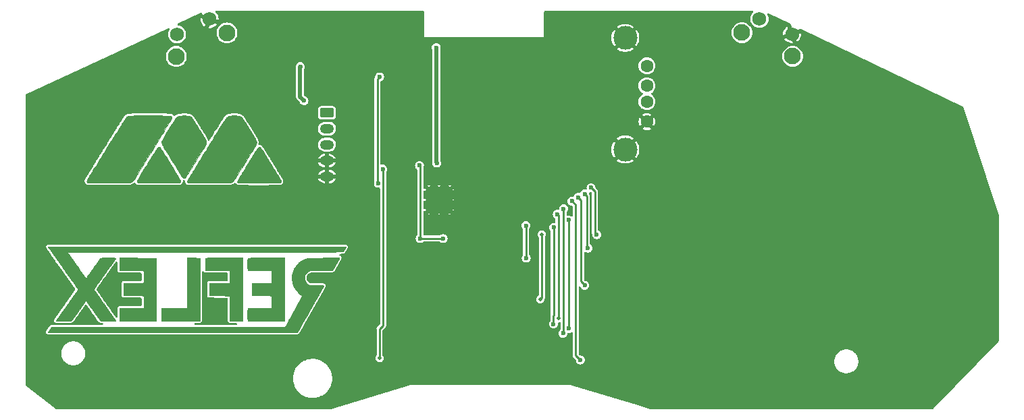
<source format=gbl>
G04 #@! TF.GenerationSoftware,KiCad,Pcbnew,7.0.9*
G04 #@! TF.CreationDate,2023-12-20T17:10:12-07:00*
G04 #@! TF.ProjectId,saturn_controller_pcb,73617475-726e-45f6-936f-6e74726f6c6c,4a*
G04 #@! TF.SameCoordinates,Original*
G04 #@! TF.FileFunction,Copper,L2,Bot*
G04 #@! TF.FilePolarity,Positive*
%FSLAX46Y46*%
G04 Gerber Fmt 4.6, Leading zero omitted, Abs format (unit mm)*
G04 Created by KiCad (PCBNEW 7.0.9) date 2023-12-20 17:10:12*
%MOMM*%
%LPD*%
G01*
G04 APERTURE LIST*
G04 Aperture macros list*
%AMRoundRect*
0 Rectangle with rounded corners*
0 $1 Rounding radius*
0 $2 $3 $4 $5 $6 $7 $8 $9 X,Y pos of 4 corners*
0 Add a 4 corners polygon primitive as box body*
4,1,4,$2,$3,$4,$5,$6,$7,$8,$9,$2,$3,0*
0 Add four circle primitives for the rounded corners*
1,1,$1+$1,$2,$3*
1,1,$1+$1,$4,$5*
1,1,$1+$1,$6,$7*
1,1,$1+$1,$8,$9*
0 Add four rect primitives between the rounded corners*
20,1,$1+$1,$2,$3,$4,$5,0*
20,1,$1+$1,$4,$5,$6,$7,0*
20,1,$1+$1,$6,$7,$8,$9,0*
20,1,$1+$1,$8,$9,$2,$3,0*%
G04 Aperture macros list end*
G04 #@! TA.AperFunction,EtchedComponent*
%ADD10C,0.010000*%
G04 #@! TD*
G04 #@! TA.AperFunction,ComponentPad*
%ADD11C,0.600000*%
G04 #@! TD*
G04 #@! TA.AperFunction,ComponentPad*
%ADD12C,1.600000*%
G04 #@! TD*
G04 #@! TA.AperFunction,ComponentPad*
%ADD13C,3.000000*%
G04 #@! TD*
G04 #@! TA.AperFunction,ComponentPad*
%ADD14C,2.100000*%
G04 #@! TD*
G04 #@! TA.AperFunction,ComponentPad*
%ADD15C,1.750000*%
G04 #@! TD*
G04 #@! TA.AperFunction,ComponentPad*
%ADD16RoundRect,0.250000X-0.625000X0.350000X-0.625000X-0.350000X0.625000X-0.350000X0.625000X0.350000X0*%
G04 #@! TD*
G04 #@! TA.AperFunction,ComponentPad*
%ADD17O,1.750000X1.200000*%
G04 #@! TD*
G04 #@! TA.AperFunction,ViaPad*
%ADD18C,0.600000*%
G04 #@! TD*
G04 #@! TA.AperFunction,ViaPad*
%ADD19C,0.508000*%
G04 #@! TD*
G04 #@! TA.AperFunction,Conductor*
%ADD20C,0.500000*%
G04 #@! TD*
G04 #@! TA.AperFunction,Conductor*
%ADD21C,0.250000*%
G04 #@! TD*
G04 #@! TA.AperFunction,Conductor*
%ADD22C,0.152400*%
G04 #@! TD*
G04 APERTURE END LIST*
D10*
X105849838Y-92132138D02*
X105867100Y-92149345D01*
X105895162Y-92185153D01*
X105934879Y-92240979D01*
X105987185Y-92318294D01*
X106053016Y-92418570D01*
X106133305Y-92543278D01*
X106228989Y-92693890D01*
X106341001Y-92871878D01*
X106470278Y-93078714D01*
X106617753Y-93315868D01*
X106784362Y-93584813D01*
X106971039Y-93887020D01*
X107178720Y-94223961D01*
X107233050Y-94312222D01*
X107397137Y-94579232D01*
X107554761Y-94836390D01*
X107704486Y-95081320D01*
X107844875Y-95311643D01*
X107974492Y-95524982D01*
X108091898Y-95718960D01*
X108195658Y-95891199D01*
X108284334Y-96039322D01*
X108356490Y-96160951D01*
X108410688Y-96253708D01*
X108445493Y-96315218D01*
X108459467Y-96343101D01*
X108463906Y-96359945D01*
X108464920Y-96447787D01*
X108426568Y-96521980D01*
X108350430Y-96579108D01*
X108338237Y-96584406D01*
X108321677Y-96589383D01*
X108299015Y-96593797D01*
X108267986Y-96597675D01*
X108226326Y-96601045D01*
X108171771Y-96603933D01*
X108102055Y-96606367D01*
X108014916Y-96608373D01*
X107908088Y-96609978D01*
X107779306Y-96611211D01*
X107626307Y-96612096D01*
X107446826Y-96612662D01*
X107238598Y-96612935D01*
X106999359Y-96612943D01*
X106726845Y-96612712D01*
X106418791Y-96612270D01*
X106072933Y-96611643D01*
X105687006Y-96610858D01*
X103097642Y-96605419D01*
X103035881Y-96536293D01*
X103007103Y-96499381D01*
X102978357Y-96428725D01*
X102983663Y-96350146D01*
X103022590Y-96254464D01*
X103023437Y-96252845D01*
X103047717Y-96209905D01*
X103091817Y-96135261D01*
X103153989Y-96031739D01*
X103232484Y-95902161D01*
X103325555Y-95749352D01*
X103431452Y-95576137D01*
X103548426Y-95385340D01*
X103674731Y-95179785D01*
X103808615Y-94962296D01*
X103948333Y-94735698D01*
X104092133Y-94502815D01*
X104238269Y-94266472D01*
X104384992Y-94029492D01*
X104530552Y-93794700D01*
X104673203Y-93564920D01*
X104811194Y-93342977D01*
X104942777Y-93131695D01*
X105066204Y-92933897D01*
X105179727Y-92752409D01*
X105281596Y-92590055D01*
X105370064Y-92449659D01*
X105443381Y-92334045D01*
X105499799Y-92246038D01*
X105537570Y-92188462D01*
X105554945Y-92164141D01*
X105585948Y-92136938D01*
X105671280Y-92096573D01*
X105762288Y-92094642D01*
X105849838Y-92132138D01*
G04 #@! TA.AperFunction,EtchedComponent*
G36*
X105849838Y-92132138D02*
G01*
X105867100Y-92149345D01*
X105895162Y-92185153D01*
X105934879Y-92240979D01*
X105987185Y-92318294D01*
X106053016Y-92418570D01*
X106133305Y-92543278D01*
X106228989Y-92693890D01*
X106341001Y-92871878D01*
X106470278Y-93078714D01*
X106617753Y-93315868D01*
X106784362Y-93584813D01*
X106971039Y-93887020D01*
X107178720Y-94223961D01*
X107233050Y-94312222D01*
X107397137Y-94579232D01*
X107554761Y-94836390D01*
X107704486Y-95081320D01*
X107844875Y-95311643D01*
X107974492Y-95524982D01*
X108091898Y-95718960D01*
X108195658Y-95891199D01*
X108284334Y-96039322D01*
X108356490Y-96160951D01*
X108410688Y-96253708D01*
X108445493Y-96315218D01*
X108459467Y-96343101D01*
X108463906Y-96359945D01*
X108464920Y-96447787D01*
X108426568Y-96521980D01*
X108350430Y-96579108D01*
X108338237Y-96584406D01*
X108321677Y-96589383D01*
X108299015Y-96593797D01*
X108267986Y-96597675D01*
X108226326Y-96601045D01*
X108171771Y-96603933D01*
X108102055Y-96606367D01*
X108014916Y-96608373D01*
X107908088Y-96609978D01*
X107779306Y-96611211D01*
X107626307Y-96612096D01*
X107446826Y-96612662D01*
X107238598Y-96612935D01*
X106999359Y-96612943D01*
X106726845Y-96612712D01*
X106418791Y-96612270D01*
X106072933Y-96611643D01*
X105687006Y-96610858D01*
X103097642Y-96605419D01*
X103035881Y-96536293D01*
X103007103Y-96499381D01*
X102978357Y-96428725D01*
X102983663Y-96350146D01*
X103022590Y-96254464D01*
X103023437Y-96252845D01*
X103047717Y-96209905D01*
X103091817Y-96135261D01*
X103153989Y-96031739D01*
X103232484Y-95902161D01*
X103325555Y-95749352D01*
X103431452Y-95576137D01*
X103548426Y-95385340D01*
X103674731Y-95179785D01*
X103808615Y-94962296D01*
X103948333Y-94735698D01*
X104092133Y-94502815D01*
X104238269Y-94266472D01*
X104384992Y-94029492D01*
X104530552Y-93794700D01*
X104673203Y-93564920D01*
X104811194Y-93342977D01*
X104942777Y-93131695D01*
X105066204Y-92933897D01*
X105179727Y-92752409D01*
X105281596Y-92590055D01*
X105370064Y-92449659D01*
X105443381Y-92334045D01*
X105499799Y-92246038D01*
X105537570Y-92188462D01*
X105554945Y-92164141D01*
X105585948Y-92136938D01*
X105671280Y-92096573D01*
X105762288Y-92094642D01*
X105849838Y-92132138D01*
G37*
G04 #@! TD.AperFunction*
X118413946Y-92112460D02*
X118496106Y-92177801D01*
X118503494Y-92187146D01*
X118534598Y-92232286D01*
X118584909Y-92309145D01*
X118652694Y-92414902D01*
X118736222Y-92546741D01*
X118833760Y-92701840D01*
X118943576Y-92877382D01*
X119063936Y-93070547D01*
X119193108Y-93278516D01*
X119329361Y-93498470D01*
X119470961Y-93727591D01*
X119616176Y-93963058D01*
X119763273Y-94202053D01*
X119910521Y-94441757D01*
X120056186Y-94679351D01*
X120198536Y-94912016D01*
X120335838Y-95136933D01*
X120466361Y-95351282D01*
X120588371Y-95552245D01*
X120700136Y-95737003D01*
X120799924Y-95902736D01*
X120886002Y-96046626D01*
X120956638Y-96165853D01*
X121010099Y-96257599D01*
X121044653Y-96319044D01*
X121058566Y-96347369D01*
X121062719Y-96364265D01*
X121062843Y-96450522D01*
X121023383Y-96521977D01*
X120944192Y-96578927D01*
X120935306Y-96582930D01*
X120919555Y-96588074D01*
X120897988Y-96592658D01*
X120868323Y-96596711D01*
X120828277Y-96600268D01*
X120775567Y-96603361D01*
X120707913Y-96606021D01*
X120623030Y-96608280D01*
X120518637Y-96610172D01*
X120392452Y-96611728D01*
X120242192Y-96612981D01*
X120065575Y-96613963D01*
X119860319Y-96614706D01*
X119624141Y-96615243D01*
X119354759Y-96615605D01*
X119049891Y-96615825D01*
X118707254Y-96615936D01*
X118324566Y-96615969D01*
X118241366Y-96615971D01*
X117860214Y-96616000D01*
X117518699Y-96615987D01*
X117214585Y-96615837D01*
X116945634Y-96615456D01*
X116709609Y-96614751D01*
X116504272Y-96613626D01*
X116327387Y-96611987D01*
X116176715Y-96609739D01*
X116050020Y-96606789D01*
X115945065Y-96603041D01*
X115859611Y-96598401D01*
X115791423Y-96592776D01*
X115738262Y-96586070D01*
X115697892Y-96578189D01*
X115668075Y-96569039D01*
X115646573Y-96558525D01*
X115631150Y-96546553D01*
X115619569Y-96533028D01*
X115609591Y-96517856D01*
X115598981Y-96500943D01*
X115577503Y-96454070D01*
X115575029Y-96370991D01*
X115580684Y-96356979D01*
X115606791Y-96307450D01*
X115652462Y-96226600D01*
X115715981Y-96117230D01*
X115795630Y-95982142D01*
X115889692Y-95824138D01*
X115996448Y-95646019D01*
X116114183Y-95450587D01*
X116241177Y-95240643D01*
X116375714Y-95018989D01*
X116516076Y-94788428D01*
X116660546Y-94551760D01*
X116807407Y-94311787D01*
X116954940Y-94071310D01*
X117101428Y-93833133D01*
X117245155Y-93600055D01*
X117384402Y-93374880D01*
X117517451Y-93160407D01*
X117642587Y-92959440D01*
X117758090Y-92774780D01*
X117862244Y-92609228D01*
X117953331Y-92465587D01*
X118029634Y-92346657D01*
X118089435Y-92255240D01*
X118131017Y-92194139D01*
X118152662Y-92166154D01*
X118238612Y-92107033D01*
X118327086Y-92088836D01*
X118413946Y-92112460D01*
G04 #@! TA.AperFunction,EtchedComponent*
G36*
X118413946Y-92112460D02*
G01*
X118496106Y-92177801D01*
X118503494Y-92187146D01*
X118534598Y-92232286D01*
X118584909Y-92309145D01*
X118652694Y-92414902D01*
X118736222Y-92546741D01*
X118833760Y-92701840D01*
X118943576Y-92877382D01*
X119063936Y-93070547D01*
X119193108Y-93278516D01*
X119329361Y-93498470D01*
X119470961Y-93727591D01*
X119616176Y-93963058D01*
X119763273Y-94202053D01*
X119910521Y-94441757D01*
X120056186Y-94679351D01*
X120198536Y-94912016D01*
X120335838Y-95136933D01*
X120466361Y-95351282D01*
X120588371Y-95552245D01*
X120700136Y-95737003D01*
X120799924Y-95902736D01*
X120886002Y-96046626D01*
X120956638Y-96165853D01*
X121010099Y-96257599D01*
X121044653Y-96319044D01*
X121058566Y-96347369D01*
X121062719Y-96364265D01*
X121062843Y-96450522D01*
X121023383Y-96521977D01*
X120944192Y-96578927D01*
X120935306Y-96582930D01*
X120919555Y-96588074D01*
X120897988Y-96592658D01*
X120868323Y-96596711D01*
X120828277Y-96600268D01*
X120775567Y-96603361D01*
X120707913Y-96606021D01*
X120623030Y-96608280D01*
X120518637Y-96610172D01*
X120392452Y-96611728D01*
X120242192Y-96612981D01*
X120065575Y-96613963D01*
X119860319Y-96614706D01*
X119624141Y-96615243D01*
X119354759Y-96615605D01*
X119049891Y-96615825D01*
X118707254Y-96615936D01*
X118324566Y-96615969D01*
X118241366Y-96615971D01*
X117860214Y-96616000D01*
X117518699Y-96615987D01*
X117214585Y-96615837D01*
X116945634Y-96615456D01*
X116709609Y-96614751D01*
X116504272Y-96613626D01*
X116327387Y-96611987D01*
X116176715Y-96609739D01*
X116050020Y-96606789D01*
X115945065Y-96603041D01*
X115859611Y-96598401D01*
X115791423Y-96592776D01*
X115738262Y-96586070D01*
X115697892Y-96578189D01*
X115668075Y-96569039D01*
X115646573Y-96558525D01*
X115631150Y-96546553D01*
X115619569Y-96533028D01*
X115609591Y-96517856D01*
X115598981Y-96500943D01*
X115577503Y-96454070D01*
X115575029Y-96370991D01*
X115580684Y-96356979D01*
X115606791Y-96307450D01*
X115652462Y-96226600D01*
X115715981Y-96117230D01*
X115795630Y-95982142D01*
X115889692Y-95824138D01*
X115996448Y-95646019D01*
X116114183Y-95450587D01*
X116241177Y-95240643D01*
X116375714Y-95018989D01*
X116516076Y-94788428D01*
X116660546Y-94551760D01*
X116807407Y-94311787D01*
X116954940Y-94071310D01*
X117101428Y-93833133D01*
X117245155Y-93600055D01*
X117384402Y-93374880D01*
X117517451Y-93160407D01*
X117642587Y-92959440D01*
X117758090Y-92774780D01*
X117862244Y-92609228D01*
X117953331Y-92465587D01*
X118029634Y-92346657D01*
X118089435Y-92255240D01*
X118131017Y-92194139D01*
X118152662Y-92166154D01*
X118238612Y-92107033D01*
X118327086Y-92088836D01*
X118413946Y-92112460D01*
G37*
G04 #@! TD.AperFunction*
X103887748Y-88150486D02*
X104236023Y-88150694D01*
X104624276Y-88150962D01*
X104700863Y-88151015D01*
X105099931Y-88151427D01*
X105458634Y-88152051D01*
X105778639Y-88152904D01*
X106061615Y-88154003D01*
X106309227Y-88155366D01*
X106523143Y-88157010D01*
X106705029Y-88158952D01*
X106856554Y-88161210D01*
X106979383Y-88163800D01*
X107075185Y-88166740D01*
X107145625Y-88170047D01*
X107192372Y-88173739D01*
X107217092Y-88177833D01*
X107264111Y-88197094D01*
X107331571Y-88253688D01*
X107365288Y-88330247D01*
X107361204Y-88419958D01*
X107357281Y-88428129D01*
X107333530Y-88470025D01*
X107289442Y-88544863D01*
X107226254Y-88650629D01*
X107145200Y-88785310D01*
X107047518Y-88946892D01*
X106934443Y-89133361D01*
X106807211Y-89342704D01*
X106667058Y-89572906D01*
X106515221Y-89821955D01*
X106352934Y-90087836D01*
X106181434Y-90368536D01*
X106001958Y-90662041D01*
X105815740Y-90966338D01*
X105624018Y-91279412D01*
X105428026Y-91599250D01*
X105229001Y-91923839D01*
X105028179Y-92251164D01*
X104826796Y-92579213D01*
X104626088Y-92905970D01*
X104427290Y-93229424D01*
X104231640Y-93547559D01*
X104040372Y-93858362D01*
X103854723Y-94159820D01*
X103675928Y-94449919D01*
X103505225Y-94726645D01*
X103343848Y-94987984D01*
X103193033Y-95231924D01*
X103054017Y-95456449D01*
X102928036Y-95659547D01*
X102816326Y-95839203D01*
X102720122Y-95993405D01*
X102640660Y-96120138D01*
X102579177Y-96217388D01*
X102536909Y-96283143D01*
X102515090Y-96315388D01*
X102445872Y-96386840D01*
X102345906Y-96460975D01*
X102230673Y-96526352D01*
X102113571Y-96574333D01*
X102107878Y-96576128D01*
X102087675Y-96581846D01*
X102064535Y-96586950D01*
X102036139Y-96591470D01*
X102000172Y-96595435D01*
X101954315Y-96598877D01*
X101896250Y-96601825D01*
X101823661Y-96604309D01*
X101734231Y-96606360D01*
X101625641Y-96608008D01*
X101495574Y-96609284D01*
X101341713Y-96610217D01*
X101161741Y-96610838D01*
X100953340Y-96611177D01*
X100714193Y-96611264D01*
X100441982Y-96611130D01*
X100134390Y-96610804D01*
X99789100Y-96610318D01*
X99403794Y-96609701D01*
X96817717Y-96605419D01*
X96757960Y-96560955D01*
X96707733Y-96499295D01*
X96688013Y-96416012D01*
X96699715Y-96319510D01*
X96743181Y-96217768D01*
X96755816Y-96196843D01*
X96790376Y-96140259D01*
X96845194Y-96050804D01*
X96919212Y-95930194D01*
X97011374Y-95780147D01*
X97120624Y-95602380D01*
X97245906Y-95398610D01*
X97386162Y-95170555D01*
X97540337Y-94919933D01*
X97707373Y-94648459D01*
X97886215Y-94357853D01*
X98075807Y-94049830D01*
X98275091Y-93726109D01*
X98483011Y-93388407D01*
X98698510Y-93038441D01*
X98920533Y-92677928D01*
X99148023Y-92308585D01*
X99393907Y-91909628D01*
X99641081Y-91509051D01*
X99877186Y-91126906D01*
X100101433Y-90764454D01*
X100313035Y-90422959D01*
X100511203Y-90103682D01*
X100695150Y-89807887D01*
X100864088Y-89536835D01*
X101017228Y-89291790D01*
X101153784Y-89074013D01*
X101272966Y-88884768D01*
X101373987Y-88725317D01*
X101456060Y-88596921D01*
X101518395Y-88500845D01*
X101560206Y-88438350D01*
X101580704Y-88410699D01*
X101613592Y-88379572D01*
X101691269Y-88317245D01*
X101766287Y-88268521D01*
X101768283Y-88267433D01*
X101799956Y-88249993D01*
X101829186Y-88234357D01*
X101858332Y-88220429D01*
X101889748Y-88208111D01*
X101925793Y-88197307D01*
X101968822Y-88187920D01*
X102021191Y-88179852D01*
X102085258Y-88173007D01*
X102163380Y-88167288D01*
X102257912Y-88162598D01*
X102371211Y-88158840D01*
X102505635Y-88155917D01*
X102663539Y-88153732D01*
X102847280Y-88152188D01*
X103059215Y-88151188D01*
X103301700Y-88150636D01*
X103577092Y-88150434D01*
X103887748Y-88150486D01*
G04 #@! TA.AperFunction,EtchedComponent*
G36*
X103887748Y-88150486D02*
G01*
X104236023Y-88150694D01*
X104624276Y-88150962D01*
X104700863Y-88151015D01*
X105099931Y-88151427D01*
X105458634Y-88152051D01*
X105778639Y-88152904D01*
X106061615Y-88154003D01*
X106309227Y-88155366D01*
X106523143Y-88157010D01*
X106705029Y-88158952D01*
X106856554Y-88161210D01*
X106979383Y-88163800D01*
X107075185Y-88166740D01*
X107145625Y-88170047D01*
X107192372Y-88173739D01*
X107217092Y-88177833D01*
X107264111Y-88197094D01*
X107331571Y-88253688D01*
X107365288Y-88330247D01*
X107361204Y-88419958D01*
X107357281Y-88428129D01*
X107333530Y-88470025D01*
X107289442Y-88544863D01*
X107226254Y-88650629D01*
X107145200Y-88785310D01*
X107047518Y-88946892D01*
X106934443Y-89133361D01*
X106807211Y-89342704D01*
X106667058Y-89572906D01*
X106515221Y-89821955D01*
X106352934Y-90087836D01*
X106181434Y-90368536D01*
X106001958Y-90662041D01*
X105815740Y-90966338D01*
X105624018Y-91279412D01*
X105428026Y-91599250D01*
X105229001Y-91923839D01*
X105028179Y-92251164D01*
X104826796Y-92579213D01*
X104626088Y-92905970D01*
X104427290Y-93229424D01*
X104231640Y-93547559D01*
X104040372Y-93858362D01*
X103854723Y-94159820D01*
X103675928Y-94449919D01*
X103505225Y-94726645D01*
X103343848Y-94987984D01*
X103193033Y-95231924D01*
X103054017Y-95456449D01*
X102928036Y-95659547D01*
X102816326Y-95839203D01*
X102720122Y-95993405D01*
X102640660Y-96120138D01*
X102579177Y-96217388D01*
X102536909Y-96283143D01*
X102515090Y-96315388D01*
X102445872Y-96386840D01*
X102345906Y-96460975D01*
X102230673Y-96526352D01*
X102113571Y-96574333D01*
X102107878Y-96576128D01*
X102087675Y-96581846D01*
X102064535Y-96586950D01*
X102036139Y-96591470D01*
X102000172Y-96595435D01*
X101954315Y-96598877D01*
X101896250Y-96601825D01*
X101823661Y-96604309D01*
X101734231Y-96606360D01*
X101625641Y-96608008D01*
X101495574Y-96609284D01*
X101341713Y-96610217D01*
X101161741Y-96610838D01*
X100953340Y-96611177D01*
X100714193Y-96611264D01*
X100441982Y-96611130D01*
X100134390Y-96610804D01*
X99789100Y-96610318D01*
X99403794Y-96609701D01*
X96817717Y-96605419D01*
X96757960Y-96560955D01*
X96707733Y-96499295D01*
X96688013Y-96416012D01*
X96699715Y-96319510D01*
X96743181Y-96217768D01*
X96755816Y-96196843D01*
X96790376Y-96140259D01*
X96845194Y-96050804D01*
X96919212Y-95930194D01*
X97011374Y-95780147D01*
X97120624Y-95602380D01*
X97245906Y-95398610D01*
X97386162Y-95170555D01*
X97540337Y-94919933D01*
X97707373Y-94648459D01*
X97886215Y-94357853D01*
X98075807Y-94049830D01*
X98275091Y-93726109D01*
X98483011Y-93388407D01*
X98698510Y-93038441D01*
X98920533Y-92677928D01*
X99148023Y-92308585D01*
X99393907Y-91909628D01*
X99641081Y-91509051D01*
X99877186Y-91126906D01*
X100101433Y-90764454D01*
X100313035Y-90422959D01*
X100511203Y-90103682D01*
X100695150Y-89807887D01*
X100864088Y-89536835D01*
X101017228Y-89291790D01*
X101153784Y-89074013D01*
X101272966Y-88884768D01*
X101373987Y-88725317D01*
X101456060Y-88596921D01*
X101518395Y-88500845D01*
X101560206Y-88438350D01*
X101580704Y-88410699D01*
X101613592Y-88379572D01*
X101691269Y-88317245D01*
X101766287Y-88268521D01*
X101768283Y-88267433D01*
X101799956Y-88249993D01*
X101829186Y-88234357D01*
X101858332Y-88220429D01*
X101889748Y-88208111D01*
X101925793Y-88197307D01*
X101968822Y-88187920D01*
X102021191Y-88179852D01*
X102085258Y-88173007D01*
X102163380Y-88167288D01*
X102257912Y-88162598D01*
X102371211Y-88158840D01*
X102505635Y-88155917D01*
X102663539Y-88153732D01*
X102847280Y-88152188D01*
X103059215Y-88151188D01*
X103301700Y-88150636D01*
X103577092Y-88150434D01*
X103887748Y-88150486D01*
G37*
G04 #@! TD.AperFunction*
X109206634Y-88154701D02*
X109321517Y-88161962D01*
X109416051Y-88174239D01*
X109496454Y-88192217D01*
X109568948Y-88216578D01*
X109639752Y-88248006D01*
X109667630Y-88261977D01*
X109707723Y-88284220D01*
X109746235Y-88309705D01*
X109784980Y-88340963D01*
X109825777Y-88380524D01*
X109870441Y-88430922D01*
X109920788Y-88494686D01*
X109978636Y-88574348D01*
X110045801Y-88672440D01*
X110124100Y-88791492D01*
X110215349Y-88934035D01*
X110321364Y-89102602D01*
X110443962Y-89299723D01*
X110584960Y-89527929D01*
X110746173Y-89789752D01*
X110846445Y-89952849D01*
X110974732Y-90161818D01*
X111096095Y-90359845D01*
X111208622Y-90543792D01*
X111310401Y-90710524D01*
X111399520Y-90856903D01*
X111474069Y-90979794D01*
X111532135Y-91076059D01*
X111571806Y-91142563D01*
X111591172Y-91176169D01*
X111607837Y-91209595D01*
X111625502Y-91257720D01*
X111635829Y-91313383D01*
X111640668Y-91388171D01*
X111641870Y-91493669D01*
X111641565Y-91552647D01*
X111638538Y-91642105D01*
X111630863Y-91706315D01*
X111616825Y-91756559D01*
X111594711Y-91804120D01*
X111593569Y-91806244D01*
X111564919Y-91856615D01*
X111516803Y-91938015D01*
X111450957Y-92047650D01*
X111369115Y-92182722D01*
X111273010Y-92340437D01*
X111164378Y-92517998D01*
X111044953Y-92712609D01*
X110916468Y-92921476D01*
X110780659Y-93141800D01*
X110639259Y-93370788D01*
X110494003Y-93605643D01*
X110346625Y-93843569D01*
X110198859Y-94081770D01*
X110052441Y-94317451D01*
X109909103Y-94547815D01*
X109770581Y-94770067D01*
X109638608Y-94981410D01*
X109514919Y-95179050D01*
X109401248Y-95360190D01*
X109299330Y-95522033D01*
X109210899Y-95661786D01*
X109137689Y-95776650D01*
X109081435Y-95863831D01*
X109043870Y-95920533D01*
X109026729Y-95943960D01*
X109024374Y-95946103D01*
X108943185Y-95992443D01*
X108849964Y-96000812D01*
X108752669Y-95970443D01*
X108745334Y-95966683D01*
X108736219Y-95961476D01*
X108726435Y-95954208D01*
X108714850Y-95943091D01*
X108700330Y-95926336D01*
X108681740Y-95902155D01*
X108657947Y-95868759D01*
X108627818Y-95824360D01*
X108590219Y-95767169D01*
X108544017Y-95695399D01*
X108488077Y-95607260D01*
X108421266Y-95500964D01*
X108342451Y-95374723D01*
X108250498Y-95226749D01*
X108144273Y-95055252D01*
X108022643Y-94858445D01*
X107884474Y-94634539D01*
X107728632Y-94381745D01*
X107553984Y-94098276D01*
X107359397Y-93782343D01*
X107143735Y-93432157D01*
X107059011Y-93294567D01*
X106891784Y-93022771D01*
X106744884Y-92783459D01*
X106616996Y-92574221D01*
X106506802Y-92392645D01*
X106412988Y-92236319D01*
X106334236Y-92102833D01*
X106269231Y-91989774D01*
X106216656Y-91894733D01*
X106175196Y-91815298D01*
X106143534Y-91749057D01*
X106120355Y-91693599D01*
X106104341Y-91646514D01*
X106094176Y-91605389D01*
X106088546Y-91567814D01*
X106086132Y-91531378D01*
X106085620Y-91493669D01*
X106085621Y-91492785D01*
X106086304Y-91451685D01*
X106089274Y-91412009D01*
X106095958Y-91371083D01*
X106107785Y-91326237D01*
X106126186Y-91274797D01*
X106152588Y-91214092D01*
X106188422Y-91141448D01*
X106235115Y-91054195D01*
X106294098Y-90949659D01*
X106366799Y-90825169D01*
X106454647Y-90678052D01*
X106559072Y-90505636D01*
X106681502Y-90305249D01*
X106823366Y-90074217D01*
X106986095Y-89809870D01*
X107096131Y-89631300D01*
X107240492Y-89397370D01*
X107365571Y-89195293D01*
X107473033Y-89022532D01*
X107564546Y-88876547D01*
X107641775Y-88754802D01*
X107706387Y-88654759D01*
X107760048Y-88573878D01*
X107804426Y-88509623D01*
X107841186Y-88459454D01*
X107871996Y-88420834D01*
X107898521Y-88391226D01*
X107922428Y-88368090D01*
X107945383Y-88348889D01*
X107968870Y-88330631D01*
X108038773Y-88279786D01*
X108104593Y-88240239D01*
X108172960Y-88210453D01*
X108250505Y-88188889D01*
X108343859Y-88174008D01*
X108459651Y-88164274D01*
X108604513Y-88158146D01*
X108785074Y-88154088D01*
X108890933Y-88152493D01*
X109065179Y-88151772D01*
X109206634Y-88154701D01*
G04 #@! TA.AperFunction,EtchedComponent*
G36*
X109206634Y-88154701D02*
G01*
X109321517Y-88161962D01*
X109416051Y-88174239D01*
X109496454Y-88192217D01*
X109568948Y-88216578D01*
X109639752Y-88248006D01*
X109667630Y-88261977D01*
X109707723Y-88284220D01*
X109746235Y-88309705D01*
X109784980Y-88340963D01*
X109825777Y-88380524D01*
X109870441Y-88430922D01*
X109920788Y-88494686D01*
X109978636Y-88574348D01*
X110045801Y-88672440D01*
X110124100Y-88791492D01*
X110215349Y-88934035D01*
X110321364Y-89102602D01*
X110443962Y-89299723D01*
X110584960Y-89527929D01*
X110746173Y-89789752D01*
X110846445Y-89952849D01*
X110974732Y-90161818D01*
X111096095Y-90359845D01*
X111208622Y-90543792D01*
X111310401Y-90710524D01*
X111399520Y-90856903D01*
X111474069Y-90979794D01*
X111532135Y-91076059D01*
X111571806Y-91142563D01*
X111591172Y-91176169D01*
X111607837Y-91209595D01*
X111625502Y-91257720D01*
X111635829Y-91313383D01*
X111640668Y-91388171D01*
X111641870Y-91493669D01*
X111641565Y-91552647D01*
X111638538Y-91642105D01*
X111630863Y-91706315D01*
X111616825Y-91756559D01*
X111594711Y-91804120D01*
X111593569Y-91806244D01*
X111564919Y-91856615D01*
X111516803Y-91938015D01*
X111450957Y-92047650D01*
X111369115Y-92182722D01*
X111273010Y-92340437D01*
X111164378Y-92517998D01*
X111044953Y-92712609D01*
X110916468Y-92921476D01*
X110780659Y-93141800D01*
X110639259Y-93370788D01*
X110494003Y-93605643D01*
X110346625Y-93843569D01*
X110198859Y-94081770D01*
X110052441Y-94317451D01*
X109909103Y-94547815D01*
X109770581Y-94770067D01*
X109638608Y-94981410D01*
X109514919Y-95179050D01*
X109401248Y-95360190D01*
X109299330Y-95522033D01*
X109210899Y-95661786D01*
X109137689Y-95776650D01*
X109081435Y-95863831D01*
X109043870Y-95920533D01*
X109026729Y-95943960D01*
X109024374Y-95946103D01*
X108943185Y-95992443D01*
X108849964Y-96000812D01*
X108752669Y-95970443D01*
X108745334Y-95966683D01*
X108736219Y-95961476D01*
X108726435Y-95954208D01*
X108714850Y-95943091D01*
X108700330Y-95926336D01*
X108681740Y-95902155D01*
X108657947Y-95868759D01*
X108627818Y-95824360D01*
X108590219Y-95767169D01*
X108544017Y-95695399D01*
X108488077Y-95607260D01*
X108421266Y-95500964D01*
X108342451Y-95374723D01*
X108250498Y-95226749D01*
X108144273Y-95055252D01*
X108022643Y-94858445D01*
X107884474Y-94634539D01*
X107728632Y-94381745D01*
X107553984Y-94098276D01*
X107359397Y-93782343D01*
X107143735Y-93432157D01*
X107059011Y-93294567D01*
X106891784Y-93022771D01*
X106744884Y-92783459D01*
X106616996Y-92574221D01*
X106506802Y-92392645D01*
X106412988Y-92236319D01*
X106334236Y-92102833D01*
X106269231Y-91989774D01*
X106216656Y-91894733D01*
X106175196Y-91815298D01*
X106143534Y-91749057D01*
X106120355Y-91693599D01*
X106104341Y-91646514D01*
X106094176Y-91605389D01*
X106088546Y-91567814D01*
X106086132Y-91531378D01*
X106085620Y-91493669D01*
X106085621Y-91492785D01*
X106086304Y-91451685D01*
X106089274Y-91412009D01*
X106095958Y-91371083D01*
X106107785Y-91326237D01*
X106126186Y-91274797D01*
X106152588Y-91214092D01*
X106188422Y-91141448D01*
X106235115Y-91054195D01*
X106294098Y-90949659D01*
X106366799Y-90825169D01*
X106454647Y-90678052D01*
X106559072Y-90505636D01*
X106681502Y-90305249D01*
X106823366Y-90074217D01*
X106986095Y-89809870D01*
X107096131Y-89631300D01*
X107240492Y-89397370D01*
X107365571Y-89195293D01*
X107473033Y-89022532D01*
X107564546Y-88876547D01*
X107641775Y-88754802D01*
X107706387Y-88654759D01*
X107760048Y-88573878D01*
X107804426Y-88509623D01*
X107841186Y-88459454D01*
X107871996Y-88420834D01*
X107898521Y-88391226D01*
X107922428Y-88368090D01*
X107945383Y-88348889D01*
X107968870Y-88330631D01*
X108038773Y-88279786D01*
X108104593Y-88240239D01*
X108172960Y-88210453D01*
X108250505Y-88188889D01*
X108343859Y-88174008D01*
X108459651Y-88164274D01*
X108604513Y-88158146D01*
X108785074Y-88154088D01*
X108890933Y-88152493D01*
X109065179Y-88151772D01*
X109206634Y-88154701D01*
G37*
G04 #@! TD.AperFunction*
X115301192Y-88150845D02*
X115439107Y-88153654D01*
X115560789Y-88158322D01*
X115657550Y-88164828D01*
X115720704Y-88173153D01*
X115782091Y-88189067D01*
X115920331Y-88242767D01*
X116050644Y-88315282D01*
X116155833Y-88397734D01*
X116164472Y-88407506D01*
X116199540Y-88455106D01*
X116254373Y-88535633D01*
X116327493Y-88646770D01*
X116417421Y-88786200D01*
X116522679Y-88951605D01*
X116641789Y-89140669D01*
X116773272Y-89351074D01*
X116915650Y-89580504D01*
X117067445Y-89826641D01*
X117191973Y-90029263D01*
X117338156Y-90267634D01*
X117464558Y-90474719D01*
X117572612Y-90653196D01*
X117663751Y-90805740D01*
X117739408Y-90935027D01*
X117801018Y-91043734D01*
X117850011Y-91134538D01*
X117887823Y-91210114D01*
X117915885Y-91273139D01*
X117935632Y-91326289D01*
X117948495Y-91372241D01*
X117955909Y-91413671D01*
X117959307Y-91453254D01*
X117960120Y-91493669D01*
X117960075Y-91507091D01*
X117959227Y-91537867D01*
X117956428Y-91568771D01*
X117950554Y-91601799D01*
X117940480Y-91638947D01*
X117925081Y-91682211D01*
X117903231Y-91733584D01*
X117873806Y-91795064D01*
X117835680Y-91868644D01*
X117787730Y-91956321D01*
X117728829Y-92060090D01*
X117657853Y-92181946D01*
X117573677Y-92323885D01*
X117475175Y-92487902D01*
X117361224Y-92675992D01*
X117230697Y-92890150D01*
X117082471Y-93132373D01*
X116915419Y-93404654D01*
X116728417Y-93708991D01*
X116520340Y-94047377D01*
X116498526Y-94082844D01*
X116278940Y-94439526D01*
X116080362Y-94761406D01*
X115901972Y-95049783D01*
X115742948Y-95305956D01*
X115602470Y-95531223D01*
X115479715Y-95726885D01*
X115373863Y-95894240D01*
X115284092Y-96034586D01*
X115209581Y-96149224D01*
X115149508Y-96239453D01*
X115103053Y-96306570D01*
X115069394Y-96351876D01*
X115047709Y-96376670D01*
X114991315Y-96423811D01*
X114880622Y-96496965D01*
X114761638Y-96557470D01*
X114652164Y-96595478D01*
X114634554Y-96597005D01*
X114575729Y-96599059D01*
X114479196Y-96601057D01*
X114347625Y-96602980D01*
X114183686Y-96604809D01*
X113990052Y-96606527D01*
X113769393Y-96608113D01*
X113524379Y-96609549D01*
X113257683Y-96610818D01*
X112971974Y-96611899D01*
X112669923Y-96612775D01*
X112354203Y-96613427D01*
X112027482Y-96613835D01*
X112007172Y-96613852D01*
X111618354Y-96614193D01*
X111269541Y-96614457D01*
X110958515Y-96614562D01*
X110683057Y-96614422D01*
X110440948Y-96613953D01*
X110229971Y-96613069D01*
X110047906Y-96611685D01*
X109892535Y-96609718D01*
X109761641Y-96607082D01*
X109653003Y-96603693D01*
X109564404Y-96599465D01*
X109493625Y-96594315D01*
X109438449Y-96588156D01*
X109396655Y-96580905D01*
X109366026Y-96572476D01*
X109344343Y-96562786D01*
X109329388Y-96551748D01*
X109318943Y-96539278D01*
X109310788Y-96525292D01*
X109302706Y-96509705D01*
X109297961Y-96501157D01*
X109290494Y-96487866D01*
X109284302Y-96474522D01*
X109280222Y-96459683D01*
X109279090Y-96441910D01*
X109281740Y-96419763D01*
X109289010Y-96391800D01*
X109301735Y-96356581D01*
X109320751Y-96312667D01*
X109346893Y-96258616D01*
X109380998Y-96192989D01*
X109423902Y-96114346D01*
X109476440Y-96021245D01*
X109539449Y-95912246D01*
X109613764Y-95785910D01*
X109700222Y-95640796D01*
X109799657Y-95475463D01*
X109912907Y-95288472D01*
X110040806Y-95078382D01*
X110184191Y-94843752D01*
X110343898Y-94583142D01*
X110520762Y-94295112D01*
X110715621Y-93978222D01*
X110929308Y-93631032D01*
X111162661Y-93252100D01*
X111416515Y-92839987D01*
X111691706Y-92393252D01*
X111715445Y-92354715D01*
X111975908Y-91932153D01*
X112225736Y-91527322D01*
X112464165Y-91141447D01*
X112690431Y-90775754D01*
X112903769Y-90431467D01*
X113103414Y-90109812D01*
X113288603Y-89812013D01*
X113458571Y-89539295D01*
X113612554Y-89292884D01*
X113749787Y-89074005D01*
X113869506Y-88883882D01*
X113970947Y-88723740D01*
X114053345Y-88594806D01*
X114115935Y-88498302D01*
X114157955Y-88435456D01*
X114178638Y-88407491D01*
X114233317Y-88357913D01*
X114355354Y-88276262D01*
X114494473Y-88211036D01*
X114634551Y-88170614D01*
X114672182Y-88165397D01*
X114760951Y-88158606D01*
X114876924Y-88153776D01*
X115011413Y-88150886D01*
X115155732Y-88149916D01*
X115301192Y-88150845D01*
G04 #@! TA.AperFunction,EtchedComponent*
G36*
X115301192Y-88150845D02*
G01*
X115439107Y-88153654D01*
X115560789Y-88158322D01*
X115657550Y-88164828D01*
X115720704Y-88173153D01*
X115782091Y-88189067D01*
X115920331Y-88242767D01*
X116050644Y-88315282D01*
X116155833Y-88397734D01*
X116164472Y-88407506D01*
X116199540Y-88455106D01*
X116254373Y-88535633D01*
X116327493Y-88646770D01*
X116417421Y-88786200D01*
X116522679Y-88951605D01*
X116641789Y-89140669D01*
X116773272Y-89351074D01*
X116915650Y-89580504D01*
X117067445Y-89826641D01*
X117191973Y-90029263D01*
X117338156Y-90267634D01*
X117464558Y-90474719D01*
X117572612Y-90653196D01*
X117663751Y-90805740D01*
X117739408Y-90935027D01*
X117801018Y-91043734D01*
X117850011Y-91134538D01*
X117887823Y-91210114D01*
X117915885Y-91273139D01*
X117935632Y-91326289D01*
X117948495Y-91372241D01*
X117955909Y-91413671D01*
X117959307Y-91453254D01*
X117960120Y-91493669D01*
X117960075Y-91507091D01*
X117959227Y-91537867D01*
X117956428Y-91568771D01*
X117950554Y-91601799D01*
X117940480Y-91638947D01*
X117925081Y-91682211D01*
X117903231Y-91733584D01*
X117873806Y-91795064D01*
X117835680Y-91868644D01*
X117787730Y-91956321D01*
X117728829Y-92060090D01*
X117657853Y-92181946D01*
X117573677Y-92323885D01*
X117475175Y-92487902D01*
X117361224Y-92675992D01*
X117230697Y-92890150D01*
X117082471Y-93132373D01*
X116915419Y-93404654D01*
X116728417Y-93708991D01*
X116520340Y-94047377D01*
X116498526Y-94082844D01*
X116278940Y-94439526D01*
X116080362Y-94761406D01*
X115901972Y-95049783D01*
X115742948Y-95305956D01*
X115602470Y-95531223D01*
X115479715Y-95726885D01*
X115373863Y-95894240D01*
X115284092Y-96034586D01*
X115209581Y-96149224D01*
X115149508Y-96239453D01*
X115103053Y-96306570D01*
X115069394Y-96351876D01*
X115047709Y-96376670D01*
X114991315Y-96423811D01*
X114880622Y-96496965D01*
X114761638Y-96557470D01*
X114652164Y-96595478D01*
X114634554Y-96597005D01*
X114575729Y-96599059D01*
X114479196Y-96601057D01*
X114347625Y-96602980D01*
X114183686Y-96604809D01*
X113990052Y-96606527D01*
X113769393Y-96608113D01*
X113524379Y-96609549D01*
X113257683Y-96610818D01*
X112971974Y-96611899D01*
X112669923Y-96612775D01*
X112354203Y-96613427D01*
X112027482Y-96613835D01*
X112007172Y-96613852D01*
X111618354Y-96614193D01*
X111269541Y-96614457D01*
X110958515Y-96614562D01*
X110683057Y-96614422D01*
X110440948Y-96613953D01*
X110229971Y-96613069D01*
X110047906Y-96611685D01*
X109892535Y-96609718D01*
X109761641Y-96607082D01*
X109653003Y-96603693D01*
X109564404Y-96599465D01*
X109493625Y-96594315D01*
X109438449Y-96588156D01*
X109396655Y-96580905D01*
X109366026Y-96572476D01*
X109344343Y-96562786D01*
X109329388Y-96551748D01*
X109318943Y-96539278D01*
X109310788Y-96525292D01*
X109302706Y-96509705D01*
X109297961Y-96501157D01*
X109290494Y-96487866D01*
X109284302Y-96474522D01*
X109280222Y-96459683D01*
X109279090Y-96441910D01*
X109281740Y-96419763D01*
X109289010Y-96391800D01*
X109301735Y-96356581D01*
X109320751Y-96312667D01*
X109346893Y-96258616D01*
X109380998Y-96192989D01*
X109423902Y-96114346D01*
X109476440Y-96021245D01*
X109539449Y-95912246D01*
X109613764Y-95785910D01*
X109700222Y-95640796D01*
X109799657Y-95475463D01*
X109912907Y-95288472D01*
X110040806Y-95078382D01*
X110184191Y-94843752D01*
X110343898Y-94583142D01*
X110520762Y-94295112D01*
X110715621Y-93978222D01*
X110929308Y-93631032D01*
X111162661Y-93252100D01*
X111416515Y-92839987D01*
X111691706Y-92393252D01*
X111715445Y-92354715D01*
X111975908Y-91932153D01*
X112225736Y-91527322D01*
X112464165Y-91141447D01*
X112690431Y-90775754D01*
X112903769Y-90431467D01*
X113103414Y-90109812D01*
X113288603Y-89812013D01*
X113458571Y-89539295D01*
X113612554Y-89292884D01*
X113749787Y-89074005D01*
X113869506Y-88883882D01*
X113970947Y-88723740D01*
X114053345Y-88594806D01*
X114115935Y-88498302D01*
X114157955Y-88435456D01*
X114178638Y-88407491D01*
X114233317Y-88357913D01*
X114355354Y-88276262D01*
X114494473Y-88211036D01*
X114634551Y-88170614D01*
X114672182Y-88165397D01*
X114760951Y-88158606D01*
X114876924Y-88153776D01*
X115011413Y-88150886D01*
X115155732Y-88149916D01*
X115301192Y-88150845D01*
G37*
G04 #@! TD.AperFunction*
X116187520Y-113928693D02*
X115409645Y-113923141D01*
X114631770Y-113917588D01*
X114621187Y-112340672D01*
X114610604Y-110763755D01*
X113324729Y-110758299D01*
X112038854Y-110752844D01*
X112038854Y-109186838D01*
X113303562Y-109186514D01*
X113522674Y-109186202D01*
X113738904Y-109185369D01*
X113939192Y-109184066D01*
X114119767Y-109182345D01*
X114276859Y-109180256D01*
X114406698Y-109177848D01*
X114505514Y-109175174D01*
X114569537Y-109172282D01*
X114594997Y-109169224D01*
X114601014Y-109159578D01*
X114607015Y-109130873D01*
X114611583Y-109080366D01*
X114614812Y-109004637D01*
X114616792Y-108900265D01*
X114617617Y-108763830D01*
X114617376Y-108591912D01*
X114616164Y-108381090D01*
X114610604Y-107609922D01*
X113087766Y-107604489D01*
X112798649Y-107603321D01*
X112532293Y-107601906D01*
X112303658Y-107600256D01*
X112110374Y-107598323D01*
X111950072Y-107596056D01*
X111820383Y-107593409D01*
X111718938Y-107590331D01*
X111643368Y-107586774D01*
X111591304Y-107582688D01*
X111560376Y-107578026D01*
X111548215Y-107572739D01*
X111547528Y-107571049D01*
X111543726Y-107537845D01*
X111540396Y-107469246D01*
X111537557Y-107371185D01*
X111535226Y-107249598D01*
X111533420Y-107110419D01*
X111532157Y-106959582D01*
X111531454Y-106803021D01*
X111531330Y-106646671D01*
X111531800Y-106496466D01*
X111532884Y-106358340D01*
X111534599Y-106238228D01*
X111536962Y-106142065D01*
X111539990Y-106075784D01*
X111543702Y-106045319D01*
X111544454Y-106043850D01*
X111551078Y-106038731D01*
X111565459Y-106034182D01*
X111589900Y-106030170D01*
X111626707Y-106026663D01*
X111678186Y-106023626D01*
X111746641Y-106021028D01*
X111834378Y-106018835D01*
X111943702Y-106017013D01*
X112076917Y-106015529D01*
X112236330Y-106014351D01*
X112424245Y-106013445D01*
X112642967Y-106012778D01*
X112894803Y-106012317D01*
X113182055Y-106012029D01*
X113507031Y-106011880D01*
X113872035Y-106011838D01*
X116187520Y-106011838D01*
X116187520Y-113928693D01*
G04 #@! TA.AperFunction,EtchedComponent*
G36*
X116187520Y-113928693D02*
G01*
X115409645Y-113923141D01*
X114631770Y-113917588D01*
X114621187Y-112340672D01*
X114610604Y-110763755D01*
X113324729Y-110758299D01*
X112038854Y-110752844D01*
X112038854Y-109186838D01*
X113303562Y-109186514D01*
X113522674Y-109186202D01*
X113738904Y-109185369D01*
X113939192Y-109184066D01*
X114119767Y-109182345D01*
X114276859Y-109180256D01*
X114406698Y-109177848D01*
X114505514Y-109175174D01*
X114569537Y-109172282D01*
X114594997Y-109169224D01*
X114601014Y-109159578D01*
X114607015Y-109130873D01*
X114611583Y-109080366D01*
X114614812Y-109004637D01*
X114616792Y-108900265D01*
X114617617Y-108763830D01*
X114617376Y-108591912D01*
X114616164Y-108381090D01*
X114610604Y-107609922D01*
X113087766Y-107604489D01*
X112798649Y-107603321D01*
X112532293Y-107601906D01*
X112303658Y-107600256D01*
X112110374Y-107598323D01*
X111950072Y-107596056D01*
X111820383Y-107593409D01*
X111718938Y-107590331D01*
X111643368Y-107586774D01*
X111591304Y-107582688D01*
X111560376Y-107578026D01*
X111548215Y-107572739D01*
X111547528Y-107571049D01*
X111543726Y-107537845D01*
X111540396Y-107469246D01*
X111537557Y-107371185D01*
X111535226Y-107249598D01*
X111533420Y-107110419D01*
X111532157Y-106959582D01*
X111531454Y-106803021D01*
X111531330Y-106646671D01*
X111531800Y-106496466D01*
X111532884Y-106358340D01*
X111534599Y-106238228D01*
X111536962Y-106142065D01*
X111539990Y-106075784D01*
X111543702Y-106045319D01*
X111544454Y-106043850D01*
X111551078Y-106038731D01*
X111565459Y-106034182D01*
X111589900Y-106030170D01*
X111626707Y-106026663D01*
X111678186Y-106023626D01*
X111746641Y-106021028D01*
X111834378Y-106018835D01*
X111943702Y-106017013D01*
X112076917Y-106015529D01*
X112236330Y-106014351D01*
X112424245Y-106013445D01*
X112642967Y-106012778D01*
X112894803Y-106012317D01*
X113182055Y-106012029D01*
X113507031Y-106011880D01*
X113872035Y-106011838D01*
X116187520Y-106011838D01*
X116187520Y-113928693D01*
G37*
G04 #@! TD.AperFunction*
X110065062Y-106016869D02*
X110842937Y-106022422D01*
X110848368Y-109948838D01*
X110848789Y-110278711D01*
X110849198Y-110674519D01*
X110849490Y-111057386D01*
X110849667Y-111425211D01*
X110849732Y-111775895D01*
X110849687Y-112107339D01*
X110849535Y-112417444D01*
X110849278Y-112704110D01*
X110848919Y-112965237D01*
X110848459Y-113198728D01*
X110847902Y-113402481D01*
X110847250Y-113574397D01*
X110846505Y-113712378D01*
X110845671Y-113814324D01*
X110844748Y-113878136D01*
X110843740Y-113901713D01*
X110834453Y-113905922D01*
X110808263Y-113909736D01*
X110763235Y-113913120D01*
X110697410Y-113916095D01*
X110608831Y-113918684D01*
X110495539Y-113920907D01*
X110355577Y-113922787D01*
X110186987Y-113924347D01*
X109987811Y-113925606D01*
X109756091Y-113926588D01*
X109489869Y-113927313D01*
X109187188Y-113927805D01*
X108846090Y-113928083D01*
X108464616Y-113928172D01*
X108290151Y-113928163D01*
X107939371Y-113928079D01*
X107627600Y-113927876D01*
X107352561Y-113927523D01*
X107111973Y-113926988D01*
X106903559Y-113926239D01*
X106725040Y-113925243D01*
X106574136Y-113923969D01*
X106448569Y-113922384D01*
X106346060Y-113920457D01*
X106264331Y-113918156D01*
X106201101Y-113915448D01*
X106154094Y-113912302D01*
X106121029Y-113908685D01*
X106099627Y-113904565D01*
X106087611Y-113899911D01*
X106082702Y-113894690D01*
X106082582Y-113894354D01*
X106079269Y-113863539D01*
X106076467Y-113796628D01*
X106074176Y-113699654D01*
X106072395Y-113578650D01*
X106071126Y-113439648D01*
X106070368Y-113288681D01*
X106070121Y-113131783D01*
X106070385Y-112974985D01*
X106071160Y-112824321D01*
X106072447Y-112685824D01*
X106074244Y-112565525D01*
X106076552Y-112469459D01*
X106079371Y-112403657D01*
X106082702Y-112374153D01*
X106083905Y-112371883D01*
X106091819Y-112365848D01*
X106108478Y-112360636D01*
X106136683Y-112356187D01*
X106179231Y-112352441D01*
X106238921Y-112349341D01*
X106318554Y-112346827D01*
X106420927Y-112344840D01*
X106548839Y-112343320D01*
X106705090Y-112342209D01*
X106892478Y-112341448D01*
X107113803Y-112340977D01*
X107371863Y-112340738D01*
X107669457Y-112340672D01*
X107838085Y-112340665D01*
X108111507Y-112340590D01*
X108347057Y-112340372D01*
X108547609Y-112339937D01*
X108716034Y-112339210D01*
X108855205Y-112338119D01*
X108967995Y-112336590D01*
X109057276Y-112334548D01*
X109125920Y-112331921D01*
X109176800Y-112328634D01*
X109212788Y-112324614D01*
X109236758Y-112319788D01*
X109251580Y-112314080D01*
X109260129Y-112307419D01*
X109265276Y-112299730D01*
X109266758Y-112293466D01*
X109270061Y-112250935D01*
X109273067Y-112169244D01*
X109275776Y-112048104D01*
X109278193Y-111887226D01*
X109280317Y-111686322D01*
X109282152Y-111445104D01*
X109283699Y-111163284D01*
X109284960Y-110840572D01*
X109285937Y-110476682D01*
X109286633Y-110071324D01*
X109287049Y-109624210D01*
X109287187Y-109135052D01*
X109287187Y-106011317D01*
X110065062Y-106016869D01*
G04 #@! TA.AperFunction,EtchedComponent*
G36*
X110065062Y-106016869D02*
G01*
X110842937Y-106022422D01*
X110848368Y-109948838D01*
X110848789Y-110278711D01*
X110849198Y-110674519D01*
X110849490Y-111057386D01*
X110849667Y-111425211D01*
X110849732Y-111775895D01*
X110849687Y-112107339D01*
X110849535Y-112417444D01*
X110849278Y-112704110D01*
X110848919Y-112965237D01*
X110848459Y-113198728D01*
X110847902Y-113402481D01*
X110847250Y-113574397D01*
X110846505Y-113712378D01*
X110845671Y-113814324D01*
X110844748Y-113878136D01*
X110843740Y-113901713D01*
X110834453Y-113905922D01*
X110808263Y-113909736D01*
X110763235Y-113913120D01*
X110697410Y-113916095D01*
X110608831Y-113918684D01*
X110495539Y-113920907D01*
X110355577Y-113922787D01*
X110186987Y-113924347D01*
X109987811Y-113925606D01*
X109756091Y-113926588D01*
X109489869Y-113927313D01*
X109187188Y-113927805D01*
X108846090Y-113928083D01*
X108464616Y-113928172D01*
X108290151Y-113928163D01*
X107939371Y-113928079D01*
X107627600Y-113927876D01*
X107352561Y-113927523D01*
X107111973Y-113926988D01*
X106903559Y-113926239D01*
X106725040Y-113925243D01*
X106574136Y-113923969D01*
X106448569Y-113922384D01*
X106346060Y-113920457D01*
X106264331Y-113918156D01*
X106201101Y-113915448D01*
X106154094Y-113912302D01*
X106121029Y-113908685D01*
X106099627Y-113904565D01*
X106087611Y-113899911D01*
X106082702Y-113894690D01*
X106082582Y-113894354D01*
X106079269Y-113863539D01*
X106076467Y-113796628D01*
X106074176Y-113699654D01*
X106072395Y-113578650D01*
X106071126Y-113439648D01*
X106070368Y-113288681D01*
X106070121Y-113131783D01*
X106070385Y-112974985D01*
X106071160Y-112824321D01*
X106072447Y-112685824D01*
X106074244Y-112565525D01*
X106076552Y-112469459D01*
X106079371Y-112403657D01*
X106082702Y-112374153D01*
X106083905Y-112371883D01*
X106091819Y-112365848D01*
X106108478Y-112360636D01*
X106136683Y-112356187D01*
X106179231Y-112352441D01*
X106238921Y-112349341D01*
X106318554Y-112346827D01*
X106420927Y-112344840D01*
X106548839Y-112343320D01*
X106705090Y-112342209D01*
X106892478Y-112341448D01*
X107113803Y-112340977D01*
X107371863Y-112340738D01*
X107669457Y-112340672D01*
X107838085Y-112340665D01*
X108111507Y-112340590D01*
X108347057Y-112340372D01*
X108547609Y-112339937D01*
X108716034Y-112339210D01*
X108855205Y-112338119D01*
X108967995Y-112336590D01*
X109057276Y-112334548D01*
X109125920Y-112331921D01*
X109176800Y-112328634D01*
X109212788Y-112324614D01*
X109236758Y-112319788D01*
X109251580Y-112314080D01*
X109260129Y-112307419D01*
X109265276Y-112299730D01*
X109266758Y-112293466D01*
X109270061Y-112250935D01*
X109273067Y-112169244D01*
X109275776Y-112048104D01*
X109278193Y-111887226D01*
X109280317Y-111686322D01*
X109282152Y-111445104D01*
X109283699Y-111163284D01*
X109284960Y-110840572D01*
X109285937Y-110476682D01*
X109286633Y-110071324D01*
X109287049Y-109624210D01*
X109287187Y-109135052D01*
X109287187Y-106011317D01*
X110065062Y-106016869D01*
G37*
G04 #@! TD.AperFunction*
X105403104Y-106022422D02*
X105408452Y-109946602D01*
X105408540Y-110012147D01*
X105409143Y-110522484D01*
X105409536Y-110991784D01*
X105409713Y-111421202D01*
X105409671Y-111811891D01*
X105409402Y-112165006D01*
X105408901Y-112481701D01*
X105408164Y-112763130D01*
X105407185Y-113010448D01*
X105405958Y-113224808D01*
X105404478Y-113407365D01*
X105402740Y-113559273D01*
X105400738Y-113681686D01*
X105398467Y-113775759D01*
X105395921Y-113842646D01*
X105393096Y-113883500D01*
X105389985Y-113899477D01*
X105385573Y-113902324D01*
X105368572Y-113906649D01*
X105337612Y-113910484D01*
X105290509Y-113913857D01*
X105225081Y-113916794D01*
X105139146Y-113919322D01*
X105030520Y-113921469D01*
X104897021Y-113923261D01*
X104736468Y-113924727D01*
X104546676Y-113925893D01*
X104325464Y-113926785D01*
X104070650Y-113927432D01*
X103780049Y-113927861D01*
X103451481Y-113928098D01*
X103082762Y-113928172D01*
X100799354Y-113928172D01*
X100799354Y-112340672D01*
X102271829Y-112340672D01*
X102371986Y-112340645D01*
X102692750Y-112340135D01*
X102972803Y-112338983D01*
X103211914Y-112337192D01*
X103409851Y-112334764D01*
X103566384Y-112331704D01*
X103681281Y-112328014D01*
X103754312Y-112323699D01*
X103785245Y-112318760D01*
X103793963Y-112313189D01*
X103803183Y-112302266D01*
X103810456Y-112283125D01*
X103816011Y-112251500D01*
X103820080Y-112203128D01*
X103822893Y-112133744D01*
X103824680Y-112039084D01*
X103825671Y-111914884D01*
X103826096Y-111756879D01*
X103826187Y-111560806D01*
X103826171Y-111513673D01*
X103825608Y-111311400D01*
X103824161Y-111147500D01*
X103821717Y-111018699D01*
X103818164Y-110921722D01*
X103813390Y-110853295D01*
X103807282Y-110810145D01*
X103799729Y-110788997D01*
X103791852Y-110781661D01*
X103777220Y-110775121D01*
X103752817Y-110769598D01*
X103715385Y-110764985D01*
X103661669Y-110761174D01*
X103588413Y-110758057D01*
X103492361Y-110755526D01*
X103370256Y-110753475D01*
X103218842Y-110751796D01*
X103034863Y-110750380D01*
X102815064Y-110749120D01*
X102556187Y-110747910D01*
X101339104Y-110742588D01*
X101333551Y-109964713D01*
X101327999Y-109186838D01*
X102543831Y-109186838D01*
X102681295Y-109186814D01*
X102921127Y-109186593D01*
X103123504Y-109186070D01*
X103291660Y-109185160D01*
X103428827Y-109183775D01*
X103538240Y-109181830D01*
X103623132Y-109179239D01*
X103686735Y-109175915D01*
X103732282Y-109171774D01*
X103763008Y-109166727D01*
X103782144Y-109160690D01*
X103792925Y-109153576D01*
X103799874Y-109144223D01*
X103807528Y-109123903D01*
X103813571Y-109090695D01*
X103818185Y-109040390D01*
X103821551Y-108968785D01*
X103823853Y-108871672D01*
X103825271Y-108744845D01*
X103825988Y-108584099D01*
X103826187Y-108385226D01*
X103825768Y-108173519D01*
X103824441Y-108000436D01*
X103822109Y-107863877D01*
X103818675Y-107760934D01*
X103814041Y-107688700D01*
X103808111Y-107644271D01*
X103800787Y-107624738D01*
X103796917Y-107622538D01*
X103772983Y-107617625D01*
X103726761Y-107613388D01*
X103656024Y-107609790D01*
X103558545Y-107606793D01*
X103432097Y-107604359D01*
X103274453Y-107602452D01*
X103083385Y-107601034D01*
X102856667Y-107600067D01*
X102592071Y-107599514D01*
X102287370Y-107599338D01*
X100799354Y-107599338D01*
X100799354Y-106011650D01*
X105403104Y-106022422D01*
G04 #@! TA.AperFunction,EtchedComponent*
G36*
X105403104Y-106022422D02*
G01*
X105408452Y-109946602D01*
X105408540Y-110012147D01*
X105409143Y-110522484D01*
X105409536Y-110991784D01*
X105409713Y-111421202D01*
X105409671Y-111811891D01*
X105409402Y-112165006D01*
X105408901Y-112481701D01*
X105408164Y-112763130D01*
X105407185Y-113010448D01*
X105405958Y-113224808D01*
X105404478Y-113407365D01*
X105402740Y-113559273D01*
X105400738Y-113681686D01*
X105398467Y-113775759D01*
X105395921Y-113842646D01*
X105393096Y-113883500D01*
X105389985Y-113899477D01*
X105385573Y-113902324D01*
X105368572Y-113906649D01*
X105337612Y-113910484D01*
X105290509Y-113913857D01*
X105225081Y-113916794D01*
X105139146Y-113919322D01*
X105030520Y-113921469D01*
X104897021Y-113923261D01*
X104736468Y-113924727D01*
X104546676Y-113925893D01*
X104325464Y-113926785D01*
X104070650Y-113927432D01*
X103780049Y-113927861D01*
X103451481Y-113928098D01*
X103082762Y-113928172D01*
X100799354Y-113928172D01*
X100799354Y-112340672D01*
X102271829Y-112340672D01*
X102371986Y-112340645D01*
X102692750Y-112340135D01*
X102972803Y-112338983D01*
X103211914Y-112337192D01*
X103409851Y-112334764D01*
X103566384Y-112331704D01*
X103681281Y-112328014D01*
X103754312Y-112323699D01*
X103785245Y-112318760D01*
X103793963Y-112313189D01*
X103803183Y-112302266D01*
X103810456Y-112283125D01*
X103816011Y-112251500D01*
X103820080Y-112203128D01*
X103822893Y-112133744D01*
X103824680Y-112039084D01*
X103825671Y-111914884D01*
X103826096Y-111756879D01*
X103826187Y-111560806D01*
X103826171Y-111513673D01*
X103825608Y-111311400D01*
X103824161Y-111147500D01*
X103821717Y-111018699D01*
X103818164Y-110921722D01*
X103813390Y-110853295D01*
X103807282Y-110810145D01*
X103799729Y-110788997D01*
X103791852Y-110781661D01*
X103777220Y-110775121D01*
X103752817Y-110769598D01*
X103715385Y-110764985D01*
X103661669Y-110761174D01*
X103588413Y-110758057D01*
X103492361Y-110755526D01*
X103370256Y-110753475D01*
X103218842Y-110751796D01*
X103034863Y-110750380D01*
X102815064Y-110749120D01*
X102556187Y-110747910D01*
X101339104Y-110742588D01*
X101333551Y-109964713D01*
X101327999Y-109186838D01*
X102543831Y-109186838D01*
X102681295Y-109186814D01*
X102921127Y-109186593D01*
X103123504Y-109186070D01*
X103291660Y-109185160D01*
X103428827Y-109183775D01*
X103538240Y-109181830D01*
X103623132Y-109179239D01*
X103686735Y-109175915D01*
X103732282Y-109171774D01*
X103763008Y-109166727D01*
X103782144Y-109160690D01*
X103792925Y-109153576D01*
X103799874Y-109144223D01*
X103807528Y-109123903D01*
X103813571Y-109090695D01*
X103818185Y-109040390D01*
X103821551Y-108968785D01*
X103823853Y-108871672D01*
X103825271Y-108744845D01*
X103825988Y-108584099D01*
X103826187Y-108385226D01*
X103825768Y-108173519D01*
X103824441Y-108000436D01*
X103822109Y-107863877D01*
X103818675Y-107760934D01*
X103814041Y-107688700D01*
X103808111Y-107644271D01*
X103800787Y-107624738D01*
X103796917Y-107622538D01*
X103772983Y-107617625D01*
X103726761Y-107613388D01*
X103656024Y-107609790D01*
X103558545Y-107606793D01*
X103432097Y-107604359D01*
X103274453Y-107602452D01*
X103083385Y-107601034D01*
X102856667Y-107600067D01*
X102592071Y-107599514D01*
X102287370Y-107599338D01*
X100799354Y-107599338D01*
X100799354Y-106011650D01*
X105403104Y-106022422D01*
G37*
G04 #@! TD.AperFunction*
X121479187Y-109955894D02*
X121479133Y-110302855D01*
X121478935Y-110698789D01*
X121478599Y-111081592D01*
X121478132Y-111449179D01*
X121477543Y-111799463D01*
X121476838Y-112130359D01*
X121476026Y-112439781D01*
X121475112Y-112725643D01*
X121474106Y-112985858D01*
X121473014Y-113218342D01*
X121471843Y-113421007D01*
X121470602Y-113591769D01*
X121469297Y-113728541D01*
X121467936Y-113829238D01*
X121466527Y-113891773D01*
X121465076Y-113914060D01*
X121465014Y-113914109D01*
X121441343Y-113916011D01*
X121378166Y-113917838D01*
X121278244Y-113919571D01*
X121144334Y-113921194D01*
X120979196Y-113922690D01*
X120785589Y-113924042D01*
X120566271Y-113925233D01*
X120324002Y-113926245D01*
X120061540Y-113927063D01*
X119781645Y-113927667D01*
X119487074Y-113928043D01*
X119180588Y-113928172D01*
X118831684Y-113928129D01*
X118508372Y-113927973D01*
X118222793Y-113927670D01*
X117972600Y-113927185D01*
X117755450Y-113926485D01*
X117568997Y-113925537D01*
X117410897Y-113924305D01*
X117278804Y-113922757D01*
X117170374Y-113920859D01*
X117083262Y-113918576D01*
X117015123Y-113915874D01*
X116963611Y-113912721D01*
X116926383Y-113909082D01*
X116901093Y-113904923D01*
X116885397Y-113900210D01*
X116876949Y-113894910D01*
X116870000Y-113885557D01*
X116862346Y-113865237D01*
X116856303Y-113832028D01*
X116851690Y-113781724D01*
X116848323Y-113710118D01*
X116846022Y-113613005D01*
X116844603Y-113486178D01*
X116843886Y-113325432D01*
X116843687Y-113126560D01*
X116844106Y-112914852D01*
X116845433Y-112741770D01*
X116847765Y-112605210D01*
X116851200Y-112502267D01*
X116855833Y-112430034D01*
X116861764Y-112385604D01*
X116869087Y-112366072D01*
X116871547Y-112364467D01*
X116893156Y-112359427D01*
X116936874Y-112355080D01*
X117004946Y-112351389D01*
X117099620Y-112348314D01*
X117223143Y-112345819D01*
X117377763Y-112343863D01*
X117565725Y-112342409D01*
X117789279Y-112341418D01*
X118050670Y-112340852D01*
X118352145Y-112340672D01*
X118438381Y-112340651D01*
X118758780Y-112340162D01*
X119038569Y-112339024D01*
X119277503Y-112337240D01*
X119475335Y-112334814D01*
X119631822Y-112331749D01*
X119746716Y-112328050D01*
X119819772Y-112323719D01*
X119850745Y-112318760D01*
X119860150Y-112312617D01*
X119869175Y-112301316D01*
X119876293Y-112281544D01*
X119881731Y-112249069D01*
X119885713Y-112199658D01*
X119888465Y-112129078D01*
X119890213Y-112033096D01*
X119891182Y-111907479D01*
X119891599Y-111747995D01*
X119891687Y-111550410D01*
X119891686Y-111536342D01*
X119891221Y-111324784D01*
X119889861Y-111152484D01*
X119887510Y-111016548D01*
X119884072Y-110914083D01*
X119879452Y-110842194D01*
X119873556Y-110797988D01*
X119866287Y-110778572D01*
X119862888Y-110776463D01*
X119838980Y-110771050D01*
X119792100Y-110766458D01*
X119719828Y-110762637D01*
X119619745Y-110759540D01*
X119489430Y-110757116D01*
X119326463Y-110755316D01*
X119128425Y-110754092D01*
X118892895Y-110753393D01*
X118617454Y-110753172D01*
X117394020Y-110753172D01*
X117394020Y-109186838D01*
X118588559Y-109186838D01*
X118603957Y-109186837D01*
X118861320Y-109186427D01*
X119094342Y-109185313D01*
X119300453Y-109183535D01*
X119477083Y-109181138D01*
X119621662Y-109178163D01*
X119731620Y-109174652D01*
X119804387Y-109170649D01*
X119837393Y-109166195D01*
X119891687Y-109145553D01*
X119891687Y-108397845D01*
X119891685Y-108382121D01*
X119891216Y-108170669D01*
X119889852Y-107998455D01*
X119887499Y-107862587D01*
X119884060Y-107760174D01*
X119879442Y-107688323D01*
X119873550Y-107644142D01*
X119866287Y-107624738D01*
X119863732Y-107623089D01*
X119841951Y-107618058D01*
X119798049Y-107613720D01*
X119729780Y-107610035D01*
X119634899Y-107606967D01*
X119511159Y-107604476D01*
X119356317Y-107602524D01*
X119168124Y-107601073D01*
X118944337Y-107600083D01*
X118682710Y-107599518D01*
X118380996Y-107599338D01*
X118378112Y-107599338D01*
X118092755Y-107599269D01*
X117846721Y-107599019D01*
X117637025Y-107598516D01*
X117460684Y-107597692D01*
X117314716Y-107596477D01*
X117196137Y-107594801D01*
X117101964Y-107592595D01*
X117029214Y-107589788D01*
X116974904Y-107586311D01*
X116936050Y-107582094D01*
X116909669Y-107577068D01*
X116892779Y-107571162D01*
X116882396Y-107564308D01*
X116877367Y-107559337D01*
X116867968Y-107545548D01*
X116860493Y-107524121D01*
X116854723Y-107490718D01*
X116850441Y-107441003D01*
X116847427Y-107370639D01*
X116845463Y-107275289D01*
X116844331Y-107150617D01*
X116843812Y-106992285D01*
X116843687Y-106795958D01*
X116844099Y-106586425D01*
X116845421Y-106413219D01*
X116847750Y-106276561D01*
X116851183Y-106173542D01*
X116855819Y-106101254D01*
X116861755Y-106056789D01*
X116869087Y-106037238D01*
X116869636Y-106036787D01*
X116885522Y-106032615D01*
X116921748Y-106028891D01*
X116980147Y-106025597D01*
X117062551Y-106022711D01*
X117170793Y-106020215D01*
X117306707Y-106018088D01*
X117472124Y-106016309D01*
X117668877Y-106014859D01*
X117898800Y-106013718D01*
X118163725Y-106012866D01*
X118465484Y-106012281D01*
X118805911Y-106011946D01*
X119186837Y-106011838D01*
X121479187Y-106011838D01*
X121479187Y-109955894D01*
G04 #@! TA.AperFunction,EtchedComponent*
G36*
X121479187Y-109955894D02*
G01*
X121479133Y-110302855D01*
X121478935Y-110698789D01*
X121478599Y-111081592D01*
X121478132Y-111449179D01*
X121477543Y-111799463D01*
X121476838Y-112130359D01*
X121476026Y-112439781D01*
X121475112Y-112725643D01*
X121474106Y-112985858D01*
X121473014Y-113218342D01*
X121471843Y-113421007D01*
X121470602Y-113591769D01*
X121469297Y-113728541D01*
X121467936Y-113829238D01*
X121466527Y-113891773D01*
X121465076Y-113914060D01*
X121465014Y-113914109D01*
X121441343Y-113916011D01*
X121378166Y-113917838D01*
X121278244Y-113919571D01*
X121144334Y-113921194D01*
X120979196Y-113922690D01*
X120785589Y-113924042D01*
X120566271Y-113925233D01*
X120324002Y-113926245D01*
X120061540Y-113927063D01*
X119781645Y-113927667D01*
X119487074Y-113928043D01*
X119180588Y-113928172D01*
X118831684Y-113928129D01*
X118508372Y-113927973D01*
X118222793Y-113927670D01*
X117972600Y-113927185D01*
X117755450Y-113926485D01*
X117568997Y-113925537D01*
X117410897Y-113924305D01*
X117278804Y-113922757D01*
X117170374Y-113920859D01*
X117083262Y-113918576D01*
X117015123Y-113915874D01*
X116963611Y-113912721D01*
X116926383Y-113909082D01*
X116901093Y-113904923D01*
X116885397Y-113900210D01*
X116876949Y-113894910D01*
X116870000Y-113885557D01*
X116862346Y-113865237D01*
X116856303Y-113832028D01*
X116851690Y-113781724D01*
X116848323Y-113710118D01*
X116846022Y-113613005D01*
X116844603Y-113486178D01*
X116843886Y-113325432D01*
X116843687Y-113126560D01*
X116844106Y-112914852D01*
X116845433Y-112741770D01*
X116847765Y-112605210D01*
X116851200Y-112502267D01*
X116855833Y-112430034D01*
X116861764Y-112385604D01*
X116869087Y-112366072D01*
X116871547Y-112364467D01*
X116893156Y-112359427D01*
X116936874Y-112355080D01*
X117004946Y-112351389D01*
X117099620Y-112348314D01*
X117223143Y-112345819D01*
X117377763Y-112343863D01*
X117565725Y-112342409D01*
X117789279Y-112341418D01*
X118050670Y-112340852D01*
X118352145Y-112340672D01*
X118438381Y-112340651D01*
X118758780Y-112340162D01*
X119038569Y-112339024D01*
X119277503Y-112337240D01*
X119475335Y-112334814D01*
X119631822Y-112331749D01*
X119746716Y-112328050D01*
X119819772Y-112323719D01*
X119850745Y-112318760D01*
X119860150Y-112312617D01*
X119869175Y-112301316D01*
X119876293Y-112281544D01*
X119881731Y-112249069D01*
X119885713Y-112199658D01*
X119888465Y-112129078D01*
X119890213Y-112033096D01*
X119891182Y-111907479D01*
X119891599Y-111747995D01*
X119891687Y-111550410D01*
X119891686Y-111536342D01*
X119891221Y-111324784D01*
X119889861Y-111152484D01*
X119887510Y-111016548D01*
X119884072Y-110914083D01*
X119879452Y-110842194D01*
X119873556Y-110797988D01*
X119866287Y-110778572D01*
X119862888Y-110776463D01*
X119838980Y-110771050D01*
X119792100Y-110766458D01*
X119719828Y-110762637D01*
X119619745Y-110759540D01*
X119489430Y-110757116D01*
X119326463Y-110755316D01*
X119128425Y-110754092D01*
X118892895Y-110753393D01*
X118617454Y-110753172D01*
X117394020Y-110753172D01*
X117394020Y-109186838D01*
X118588559Y-109186838D01*
X118603957Y-109186837D01*
X118861320Y-109186427D01*
X119094342Y-109185313D01*
X119300453Y-109183535D01*
X119477083Y-109181138D01*
X119621662Y-109178163D01*
X119731620Y-109174652D01*
X119804387Y-109170649D01*
X119837393Y-109166195D01*
X119891687Y-109145553D01*
X119891687Y-108397845D01*
X119891685Y-108382121D01*
X119891216Y-108170669D01*
X119889852Y-107998455D01*
X119887499Y-107862587D01*
X119884060Y-107760174D01*
X119879442Y-107688323D01*
X119873550Y-107644142D01*
X119866287Y-107624738D01*
X119863732Y-107623089D01*
X119841951Y-107618058D01*
X119798049Y-107613720D01*
X119729780Y-107610035D01*
X119634899Y-107606967D01*
X119511159Y-107604476D01*
X119356317Y-107602524D01*
X119168124Y-107601073D01*
X118944337Y-107600083D01*
X118682710Y-107599518D01*
X118380996Y-107599338D01*
X118378112Y-107599338D01*
X118092755Y-107599269D01*
X117846721Y-107599019D01*
X117637025Y-107598516D01*
X117460684Y-107597692D01*
X117314716Y-107596477D01*
X117196137Y-107594801D01*
X117101964Y-107592595D01*
X117029214Y-107589788D01*
X116974904Y-107586311D01*
X116936050Y-107582094D01*
X116909669Y-107577068D01*
X116892779Y-107571162D01*
X116882396Y-107564308D01*
X116877367Y-107559337D01*
X116867968Y-107545548D01*
X116860493Y-107524121D01*
X116854723Y-107490718D01*
X116850441Y-107441003D01*
X116847427Y-107370639D01*
X116845463Y-107275289D01*
X116844331Y-107150617D01*
X116843812Y-106992285D01*
X116843687Y-106795958D01*
X116844099Y-106586425D01*
X116845421Y-106413219D01*
X116847750Y-106276561D01*
X116851183Y-106173542D01*
X116855819Y-106101254D01*
X116861755Y-106056789D01*
X116869087Y-106037238D01*
X116869636Y-106036787D01*
X116885522Y-106032615D01*
X116921748Y-106028891D01*
X116980147Y-106025597D01*
X117062551Y-106022711D01*
X117170793Y-106020215D01*
X117306707Y-106018088D01*
X117472124Y-106016309D01*
X117668877Y-106014859D01*
X117898800Y-106013718D01*
X118163725Y-106012866D01*
X118465484Y-106012281D01*
X118805911Y-106011946D01*
X119186837Y-106011838D01*
X121479187Y-106011838D01*
X121479187Y-109955894D01*
G37*
G04 #@! TD.AperFunction*
X128358354Y-106052945D02*
X128354631Y-106078707D01*
X128339258Y-106096505D01*
X128319527Y-106113154D01*
X128297807Y-106154713D01*
X128282671Y-106189246D01*
X128248171Y-106257756D01*
X128204846Y-106337527D01*
X128159619Y-106416267D01*
X128119415Y-106481689D01*
X128091155Y-106521505D01*
X128075252Y-106545314D01*
X128062020Y-106589047D01*
X128059601Y-106605899D01*
X128039548Y-106637062D01*
X128021895Y-106654697D01*
X127996861Y-106696519D01*
X127988923Y-106713228D01*
X127959838Y-106768626D01*
X127924083Y-106832047D01*
X127904224Y-106866073D01*
X127840321Y-106976384D01*
X127791669Y-107062142D01*
X127753056Y-107132641D01*
X127719267Y-107197172D01*
X127701458Y-107230880D01*
X127673426Y-107279476D01*
X127656259Y-107303217D01*
X127645734Y-107317015D01*
X127620204Y-107360386D01*
X127588427Y-107420759D01*
X127579149Y-107440041D01*
X127564882Y-107471927D01*
X127551756Y-107499193D01*
X127536667Y-107522212D01*
X127516510Y-107541358D01*
X127488179Y-107557006D01*
X127448570Y-107569527D01*
X127394577Y-107579297D01*
X127323096Y-107586689D01*
X127231021Y-107592077D01*
X127115247Y-107595834D01*
X126972670Y-107598334D01*
X126800184Y-107599951D01*
X126594684Y-107601059D01*
X126353065Y-107602031D01*
X126072223Y-107603240D01*
X124685937Y-107609922D01*
X124537770Y-107683831D01*
X124524707Y-107690395D01*
X124451638Y-107728865D01*
X124393576Y-107762234D01*
X124362105Y-107783901D01*
X124341758Y-107801950D01*
X124297369Y-107836992D01*
X124280267Y-107851604D01*
X124232141Y-107904554D01*
X124175857Y-107976846D01*
X124120029Y-108056477D01*
X124073272Y-108131442D01*
X124044202Y-108189738D01*
X123996499Y-108368459D01*
X123983896Y-108554557D01*
X124005779Y-108738219D01*
X124060576Y-108912159D01*
X124146714Y-109069093D01*
X124262622Y-109201737D01*
X124324025Y-109256975D01*
X124376607Y-109302059D01*
X124417556Y-109332636D01*
X124457383Y-109356439D01*
X124506599Y-109381199D01*
X124521274Y-109388242D01*
X124574915Y-109412252D01*
X124628004Y-109431856D01*
X124685308Y-109447497D01*
X124751590Y-109459616D01*
X124831615Y-109468657D01*
X124930149Y-109475062D01*
X125051954Y-109479274D01*
X125201797Y-109481734D01*
X125384442Y-109482886D01*
X125604653Y-109483172D01*
X125609464Y-109483172D01*
X125814106Y-109483361D01*
X125980328Y-109484017D01*
X126111959Y-109485294D01*
X126212831Y-109487344D01*
X126286773Y-109490320D01*
X126337616Y-109494375D01*
X126369191Y-109499663D01*
X126385326Y-109506337D01*
X126389854Y-109514549D01*
X126380081Y-109544454D01*
X126351696Y-109602901D01*
X126309108Y-109681087D01*
X126256753Y-109770887D01*
X126199067Y-109864172D01*
X126175703Y-109905116D01*
X126147723Y-109959422D01*
X126131750Y-109990379D01*
X126094710Y-110057546D01*
X126053356Y-110128755D01*
X126030153Y-110168304D01*
X125981918Y-110253877D01*
X125941261Y-110329838D01*
X125924219Y-110361833D01*
X125890897Y-110418338D01*
X125865979Y-110453058D01*
X125852556Y-110469879D01*
X125839520Y-110499933D01*
X125837885Y-110506114D01*
X125820232Y-110543074D01*
X125787313Y-110602776D01*
X125744270Y-110675726D01*
X125727039Y-110704501D01*
X125687151Y-110774591D01*
X125659417Y-110828499D01*
X125649020Y-110856394D01*
X125648233Y-110863631D01*
X125632494Y-110880172D01*
X125613782Y-110897044D01*
X125591455Y-110938380D01*
X125577218Y-110968604D01*
X125542925Y-111032922D01*
X125502508Y-111102422D01*
X125475114Y-111147945D01*
X125439191Y-111209270D01*
X125416193Y-111250588D01*
X125409488Y-111263290D01*
X125380608Y-111315957D01*
X125345825Y-111377588D01*
X125317169Y-111428050D01*
X125272080Y-111508274D01*
X125226960Y-111589255D01*
X125189795Y-111655364D01*
X125158596Y-111709094D01*
X125140894Y-111737422D01*
X125138640Y-111740713D01*
X125118027Y-111775267D01*
X125084812Y-111834161D01*
X125045016Y-111906755D01*
X125029927Y-111934624D01*
X124978752Y-112028779D01*
X124941550Y-112096260D01*
X124913477Y-112145627D01*
X124889689Y-112185438D01*
X124865341Y-112224255D01*
X124828506Y-112286013D01*
X124793415Y-112351255D01*
X124777322Y-112382190D01*
X124740115Y-112449365D01*
X124698689Y-112520588D01*
X124675487Y-112560138D01*
X124627251Y-112645710D01*
X124586594Y-112721672D01*
X124569552Y-112753667D01*
X124536230Y-112810171D01*
X124511312Y-112844892D01*
X124497889Y-112861713D01*
X124484854Y-112891766D01*
X124483473Y-112897289D01*
X124466447Y-112933446D01*
X124434094Y-112992514D01*
X124391596Y-113064879D01*
X124311172Y-113199440D01*
X124236168Y-113328311D01*
X124175684Y-113436060D01*
X124133874Y-113515422D01*
X124117729Y-113546420D01*
X124080451Y-113613571D01*
X124038919Y-113684755D01*
X124012640Y-113729357D01*
X123975198Y-113795545D01*
X123949928Y-113843505D01*
X123927275Y-113884065D01*
X123897726Y-113924392D01*
X123884135Y-113941328D01*
X123871020Y-113971644D01*
X123860896Y-113997092D01*
X123832558Y-114051217D01*
X123790259Y-114126305D01*
X123738253Y-114214807D01*
X123680796Y-114309172D01*
X123668994Y-114329589D01*
X123640483Y-114382053D01*
X123606562Y-114446755D01*
X123585516Y-114486644D01*
X123544951Y-114559673D01*
X123511187Y-114616088D01*
X123493917Y-114644185D01*
X123454791Y-114712425D01*
X123415464Y-114785422D01*
X123394236Y-114825419D01*
X123353520Y-114898390D01*
X123319693Y-114954755D01*
X123317095Y-114958809D01*
X123285348Y-115010906D01*
X123264092Y-115050005D01*
X123241552Y-115093285D01*
X123202723Y-115159912D01*
X123158700Y-115230566D01*
X123118049Y-115291560D01*
X123089339Y-115329205D01*
X123085659Y-115331417D01*
X123078116Y-115333563D01*
X123065842Y-115335616D01*
X123047942Y-115337578D01*
X123023521Y-115339453D01*
X122991682Y-115341241D01*
X122951532Y-115342945D01*
X122902174Y-115344567D01*
X122842713Y-115346109D01*
X122772253Y-115347574D01*
X122689901Y-115348962D01*
X122594760Y-115350278D01*
X122485935Y-115351522D01*
X122362531Y-115352697D01*
X122223652Y-115353804D01*
X122068403Y-115354847D01*
X121895889Y-115355826D01*
X121705215Y-115356745D01*
X121495485Y-115357606D01*
X121265804Y-115358409D01*
X121015277Y-115359159D01*
X120743008Y-115359856D01*
X120448102Y-115360502D01*
X120129664Y-115361101D01*
X119786799Y-115361654D01*
X119418610Y-115362163D01*
X119024204Y-115362630D01*
X118602684Y-115363058D01*
X118153156Y-115363448D01*
X117674724Y-115363803D01*
X117166493Y-115364125D01*
X116627567Y-115364415D01*
X116057051Y-115364677D01*
X115454050Y-115364912D01*
X114817669Y-115365122D01*
X114147012Y-115365309D01*
X113441184Y-115365476D01*
X112699289Y-115365624D01*
X111920434Y-115365756D01*
X111103721Y-115365874D01*
X110248256Y-115365980D01*
X109353144Y-115366076D01*
X108417489Y-115366164D01*
X107440395Y-115366247D01*
X106829810Y-115366294D01*
X105873211Y-115366356D01*
X104957530Y-115366400D01*
X104081891Y-115366424D01*
X103245417Y-115366427D01*
X102447233Y-115366406D01*
X101686463Y-115366360D01*
X100962230Y-115366287D01*
X100273660Y-115366186D01*
X99619877Y-115366054D01*
X99000003Y-115365890D01*
X98413164Y-115365692D01*
X97858484Y-115365459D01*
X97335087Y-115365189D01*
X96842096Y-115364880D01*
X96378637Y-115364530D01*
X95943832Y-115364138D01*
X95536807Y-115363702D01*
X95156685Y-115363220D01*
X94802590Y-115362690D01*
X94473648Y-115362111D01*
X94168980Y-115361481D01*
X93887713Y-115360798D01*
X93628970Y-115360061D01*
X93391875Y-115359268D01*
X93175552Y-115358417D01*
X92979125Y-115357506D01*
X92801719Y-115356534D01*
X92642457Y-115355499D01*
X92500464Y-115354399D01*
X92374864Y-115353233D01*
X92264781Y-115351998D01*
X92169339Y-115350694D01*
X92087662Y-115349318D01*
X92018874Y-115347868D01*
X91962100Y-115346343D01*
X91916463Y-115344742D01*
X91881088Y-115343062D01*
X91855099Y-115341301D01*
X91837620Y-115339459D01*
X91827774Y-115337533D01*
X91824687Y-115335521D01*
X91834116Y-115311246D01*
X91864440Y-115259127D01*
X91910704Y-115188655D01*
X91967782Y-115107980D01*
X92014938Y-115043024D01*
X92078143Y-114954503D01*
X92132461Y-114876840D01*
X92169730Y-114821611D01*
X92191138Y-114791792D01*
X92239181Y-114739986D01*
X92282013Y-114710486D01*
X92287699Y-114709871D01*
X92330936Y-114708502D01*
X92415928Y-114707177D01*
X92542272Y-114705897D01*
X92709568Y-114704663D01*
X92917412Y-114703476D01*
X93165404Y-114702335D01*
X93453140Y-114701241D01*
X93780218Y-114700195D01*
X94146238Y-114699198D01*
X94550796Y-114698250D01*
X94993490Y-114697351D01*
X95473919Y-114696503D01*
X95991680Y-114695705D01*
X96546372Y-114694958D01*
X97137591Y-114694264D01*
X97764937Y-114693621D01*
X98428008Y-114693032D01*
X99126400Y-114692496D01*
X99859712Y-114692014D01*
X100627543Y-114691587D01*
X101429489Y-114691215D01*
X102265149Y-114690898D01*
X103134121Y-114690638D01*
X104036002Y-114690435D01*
X104970391Y-114690289D01*
X105936886Y-114690201D01*
X106935085Y-114690172D01*
X121534726Y-114690172D01*
X121575748Y-114631963D01*
X121577869Y-114628901D01*
X121608850Y-114578399D01*
X121649234Y-114505748D01*
X121690854Y-114425588D01*
X121699090Y-114409201D01*
X121734668Y-114340400D01*
X121762528Y-114289610D01*
X121777225Y-114266838D01*
X121786487Y-114253640D01*
X121810377Y-114210640D01*
X121840706Y-114150422D01*
X121862190Y-114106968D01*
X121888088Y-114057544D01*
X121902501Y-114034005D01*
X121916570Y-114011662D01*
X121943913Y-113962149D01*
X121978443Y-113896422D01*
X122005381Y-113844408D01*
X122071084Y-113719998D01*
X122135773Y-113600505D01*
X122193463Y-113496904D01*
X122238168Y-113420172D01*
X122246826Y-113405758D01*
X122276546Y-113353830D01*
X122293922Y-113319630D01*
X122311584Y-113277855D01*
X122330704Y-113238010D01*
X122357774Y-113187467D01*
X122399425Y-113113255D01*
X122435662Y-113048353D01*
X122482702Y-112962072D01*
X122520270Y-112891005D01*
X122538051Y-112857051D01*
X122564769Y-112808703D01*
X122579834Y-112785172D01*
X122588707Y-112771734D01*
X122612468Y-112728761D01*
X122643354Y-112668755D01*
X122665727Y-112624922D01*
X122692234Y-112575752D01*
X122706854Y-112552338D01*
X122709848Y-112548255D01*
X122729507Y-112514853D01*
X122761545Y-112456621D01*
X122800725Y-112383005D01*
X122809432Y-112366415D01*
X122892236Y-112209221D01*
X122961293Y-112079429D01*
X123021640Y-111967632D01*
X123078313Y-111864422D01*
X123113550Y-111800034D01*
X123159945Y-111713482D01*
X123197160Y-111642172D01*
X123210376Y-111616666D01*
X123252682Y-111538732D01*
X123291465Y-111471611D01*
X123308207Y-111443080D01*
X123346665Y-111374665D01*
X123393885Y-111288428D01*
X123443208Y-111196445D01*
X123471718Y-111142737D01*
X123524076Y-111044402D01*
X123571936Y-110954853D01*
X123607653Y-110888409D01*
X123629095Y-110845422D01*
X123651369Y-110773816D01*
X123642252Y-110725261D01*
X123601626Y-110695992D01*
X123593460Y-110692680D01*
X123529587Y-110655769D01*
X123445605Y-110594299D01*
X123348281Y-110514437D01*
X123244386Y-110422352D01*
X123140687Y-110324213D01*
X123043955Y-110226190D01*
X122960957Y-110134450D01*
X122898463Y-110055164D01*
X122885462Y-110036604D01*
X122785688Y-109887327D01*
X122704466Y-109753047D01*
X122646766Y-109641922D01*
X122627646Y-109600576D01*
X122598405Y-109539040D01*
X122578526Y-109499334D01*
X122567919Y-109476552D01*
X122558687Y-109442503D01*
X122551625Y-109411612D01*
X122533809Y-109362841D01*
X122513146Y-109306883D01*
X122478248Y-109176125D01*
X122447606Y-109008650D01*
X122420665Y-108801709D01*
X122410047Y-108698780D01*
X122402617Y-108592370D01*
X122401969Y-108497239D01*
X122408114Y-108396319D01*
X122421067Y-108272542D01*
X122433029Y-108176141D01*
X122462885Y-107984593D01*
X122496369Y-107832967D01*
X122533809Y-107719669D01*
X122551130Y-107672485D01*
X122558687Y-107640006D01*
X122561917Y-107623392D01*
X122579111Y-107583176D01*
X122589539Y-107562801D01*
X122615421Y-107507576D01*
X122645074Y-107440588D01*
X122647834Y-107434314D01*
X122685477Y-107360336D01*
X122739354Y-107266692D01*
X122801445Y-107166385D01*
X122863730Y-107072420D01*
X122918188Y-106997798D01*
X122978191Y-106925733D01*
X123053640Y-106841133D01*
X123134965Y-106754272D01*
X123213873Y-106673805D01*
X123282073Y-106608388D01*
X123331270Y-106566674D01*
X123343164Y-106557801D01*
X123383827Y-106526930D01*
X123437104Y-106486126D01*
X123466150Y-106464339D01*
X123518711Y-106427558D01*
X123553520Y-106406705D01*
X123555871Y-106405612D01*
X123596800Y-106383006D01*
X123648770Y-106350586D01*
X123651307Y-106348924D01*
X123707431Y-106314660D01*
X123754604Y-106289659D01*
X123785123Y-106275776D01*
X123846048Y-106247924D01*
X123917289Y-106215262D01*
X123975011Y-106190210D01*
X124032981Y-106168399D01*
X124066514Y-106160005D01*
X124076873Y-106158994D01*
X124115496Y-106141068D01*
X124129063Y-106132958D01*
X124176748Y-106115113D01*
X124241437Y-106097344D01*
X124269710Y-106090715D01*
X124360558Y-106069349D01*
X124442520Y-106049998D01*
X124456920Y-106047780D01*
X124517863Y-106043373D01*
X124620261Y-106039230D01*
X124763521Y-106035361D01*
X124947054Y-106031774D01*
X125170265Y-106028480D01*
X125432563Y-106025487D01*
X125733357Y-106022806D01*
X126072054Y-106020444D01*
X126448062Y-106018413D01*
X128358354Y-106009386D01*
X128358354Y-106052945D01*
G04 #@! TA.AperFunction,EtchedComponent*
G36*
X128358354Y-106052945D02*
G01*
X128354631Y-106078707D01*
X128339258Y-106096505D01*
X128319527Y-106113154D01*
X128297807Y-106154713D01*
X128282671Y-106189246D01*
X128248171Y-106257756D01*
X128204846Y-106337527D01*
X128159619Y-106416267D01*
X128119415Y-106481689D01*
X128091155Y-106521505D01*
X128075252Y-106545314D01*
X128062020Y-106589047D01*
X128059601Y-106605899D01*
X128039548Y-106637062D01*
X128021895Y-106654697D01*
X127996861Y-106696519D01*
X127988923Y-106713228D01*
X127959838Y-106768626D01*
X127924083Y-106832047D01*
X127904224Y-106866073D01*
X127840321Y-106976384D01*
X127791669Y-107062142D01*
X127753056Y-107132641D01*
X127719267Y-107197172D01*
X127701458Y-107230880D01*
X127673426Y-107279476D01*
X127656259Y-107303217D01*
X127645734Y-107317015D01*
X127620204Y-107360386D01*
X127588427Y-107420759D01*
X127579149Y-107440041D01*
X127564882Y-107471927D01*
X127551756Y-107499193D01*
X127536667Y-107522212D01*
X127516510Y-107541358D01*
X127488179Y-107557006D01*
X127448570Y-107569527D01*
X127394577Y-107579297D01*
X127323096Y-107586689D01*
X127231021Y-107592077D01*
X127115247Y-107595834D01*
X126972670Y-107598334D01*
X126800184Y-107599951D01*
X126594684Y-107601059D01*
X126353065Y-107602031D01*
X126072223Y-107603240D01*
X124685937Y-107609922D01*
X124537770Y-107683831D01*
X124524707Y-107690395D01*
X124451638Y-107728865D01*
X124393576Y-107762234D01*
X124362105Y-107783901D01*
X124341758Y-107801950D01*
X124297369Y-107836992D01*
X124280267Y-107851604D01*
X124232141Y-107904554D01*
X124175857Y-107976846D01*
X124120029Y-108056477D01*
X124073272Y-108131442D01*
X124044202Y-108189738D01*
X123996499Y-108368459D01*
X123983896Y-108554557D01*
X124005779Y-108738219D01*
X124060576Y-108912159D01*
X124146714Y-109069093D01*
X124262622Y-109201737D01*
X124324025Y-109256975D01*
X124376607Y-109302059D01*
X124417556Y-109332636D01*
X124457383Y-109356439D01*
X124506599Y-109381199D01*
X124521274Y-109388242D01*
X124574915Y-109412252D01*
X124628004Y-109431856D01*
X124685308Y-109447497D01*
X124751590Y-109459616D01*
X124831615Y-109468657D01*
X124930149Y-109475062D01*
X125051954Y-109479274D01*
X125201797Y-109481734D01*
X125384442Y-109482886D01*
X125604653Y-109483172D01*
X125609464Y-109483172D01*
X125814106Y-109483361D01*
X125980328Y-109484017D01*
X126111959Y-109485294D01*
X126212831Y-109487344D01*
X126286773Y-109490320D01*
X126337616Y-109494375D01*
X126369191Y-109499663D01*
X126385326Y-109506337D01*
X126389854Y-109514549D01*
X126380081Y-109544454D01*
X126351696Y-109602901D01*
X126309108Y-109681087D01*
X126256753Y-109770887D01*
X126199067Y-109864172D01*
X126175703Y-109905116D01*
X126147723Y-109959422D01*
X126131750Y-109990379D01*
X126094710Y-110057546D01*
X126053356Y-110128755D01*
X126030153Y-110168304D01*
X125981918Y-110253877D01*
X125941261Y-110329838D01*
X125924219Y-110361833D01*
X125890897Y-110418338D01*
X125865979Y-110453058D01*
X125852556Y-110469879D01*
X125839520Y-110499933D01*
X125837885Y-110506114D01*
X125820232Y-110543074D01*
X125787313Y-110602776D01*
X125744270Y-110675726D01*
X125727039Y-110704501D01*
X125687151Y-110774591D01*
X125659417Y-110828499D01*
X125649020Y-110856394D01*
X125648233Y-110863631D01*
X125632494Y-110880172D01*
X125613782Y-110897044D01*
X125591455Y-110938380D01*
X125577218Y-110968604D01*
X125542925Y-111032922D01*
X125502508Y-111102422D01*
X125475114Y-111147945D01*
X125439191Y-111209270D01*
X125416193Y-111250588D01*
X125409488Y-111263290D01*
X125380608Y-111315957D01*
X125345825Y-111377588D01*
X125317169Y-111428050D01*
X125272080Y-111508274D01*
X125226960Y-111589255D01*
X125189795Y-111655364D01*
X125158596Y-111709094D01*
X125140894Y-111737422D01*
X125138640Y-111740713D01*
X125118027Y-111775267D01*
X125084812Y-111834161D01*
X125045016Y-111906755D01*
X125029927Y-111934624D01*
X124978752Y-112028779D01*
X124941550Y-112096260D01*
X124913477Y-112145627D01*
X124889689Y-112185438D01*
X124865341Y-112224255D01*
X124828506Y-112286013D01*
X124793415Y-112351255D01*
X124777322Y-112382190D01*
X124740115Y-112449365D01*
X124698689Y-112520588D01*
X124675487Y-112560138D01*
X124627251Y-112645710D01*
X124586594Y-112721672D01*
X124569552Y-112753667D01*
X124536230Y-112810171D01*
X124511312Y-112844892D01*
X124497889Y-112861713D01*
X124484854Y-112891766D01*
X124483473Y-112897289D01*
X124466447Y-112933446D01*
X124434094Y-112992514D01*
X124391596Y-113064879D01*
X124311172Y-113199440D01*
X124236168Y-113328311D01*
X124175684Y-113436060D01*
X124133874Y-113515422D01*
X124117729Y-113546420D01*
X124080451Y-113613571D01*
X124038919Y-113684755D01*
X124012640Y-113729357D01*
X123975198Y-113795545D01*
X123949928Y-113843505D01*
X123927275Y-113884065D01*
X123897726Y-113924392D01*
X123884135Y-113941328D01*
X123871020Y-113971644D01*
X123860896Y-113997092D01*
X123832558Y-114051217D01*
X123790259Y-114126305D01*
X123738253Y-114214807D01*
X123680796Y-114309172D01*
X123668994Y-114329589D01*
X123640483Y-114382053D01*
X123606562Y-114446755D01*
X123585516Y-114486644D01*
X123544951Y-114559673D01*
X123511187Y-114616088D01*
X123493917Y-114644185D01*
X123454791Y-114712425D01*
X123415464Y-114785422D01*
X123394236Y-114825419D01*
X123353520Y-114898390D01*
X123319693Y-114954755D01*
X123317095Y-114958809D01*
X123285348Y-115010906D01*
X123264092Y-115050005D01*
X123241552Y-115093285D01*
X123202723Y-115159912D01*
X123158700Y-115230566D01*
X123118049Y-115291560D01*
X123089339Y-115329205D01*
X123085659Y-115331417D01*
X123078116Y-115333563D01*
X123065842Y-115335616D01*
X123047942Y-115337578D01*
X123023521Y-115339453D01*
X122991682Y-115341241D01*
X122951532Y-115342945D01*
X122902174Y-115344567D01*
X122842713Y-115346109D01*
X122772253Y-115347574D01*
X122689901Y-115348962D01*
X122594760Y-115350278D01*
X122485935Y-115351522D01*
X122362531Y-115352697D01*
X122223652Y-115353804D01*
X122068403Y-115354847D01*
X121895889Y-115355826D01*
X121705215Y-115356745D01*
X121495485Y-115357606D01*
X121265804Y-115358409D01*
X121015277Y-115359159D01*
X120743008Y-115359856D01*
X120448102Y-115360502D01*
X120129664Y-115361101D01*
X119786799Y-115361654D01*
X119418610Y-115362163D01*
X119024204Y-115362630D01*
X118602684Y-115363058D01*
X118153156Y-115363448D01*
X117674724Y-115363803D01*
X117166493Y-115364125D01*
X116627567Y-115364415D01*
X116057051Y-115364677D01*
X115454050Y-115364912D01*
X114817669Y-115365122D01*
X114147012Y-115365309D01*
X113441184Y-115365476D01*
X112699289Y-115365624D01*
X111920434Y-115365756D01*
X111103721Y-115365874D01*
X110248256Y-115365980D01*
X109353144Y-115366076D01*
X108417489Y-115366164D01*
X107440395Y-115366247D01*
X106829810Y-115366294D01*
X105873211Y-115366356D01*
X104957530Y-115366400D01*
X104081891Y-115366424D01*
X103245417Y-115366427D01*
X102447233Y-115366406D01*
X101686463Y-115366360D01*
X100962230Y-115366287D01*
X100273660Y-115366186D01*
X99619877Y-115366054D01*
X99000003Y-115365890D01*
X98413164Y-115365692D01*
X97858484Y-115365459D01*
X97335087Y-115365189D01*
X96842096Y-115364880D01*
X96378637Y-115364530D01*
X95943832Y-115364138D01*
X95536807Y-115363702D01*
X95156685Y-115363220D01*
X94802590Y-115362690D01*
X94473648Y-115362111D01*
X94168980Y-115361481D01*
X93887713Y-115360798D01*
X93628970Y-115360061D01*
X93391875Y-115359268D01*
X93175552Y-115358417D01*
X92979125Y-115357506D01*
X92801719Y-115356534D01*
X92642457Y-115355499D01*
X92500464Y-115354399D01*
X92374864Y-115353233D01*
X92264781Y-115351998D01*
X92169339Y-115350694D01*
X92087662Y-115349318D01*
X92018874Y-115347868D01*
X91962100Y-115346343D01*
X91916463Y-115344742D01*
X91881088Y-115343062D01*
X91855099Y-115341301D01*
X91837620Y-115339459D01*
X91827774Y-115337533D01*
X91824687Y-115335521D01*
X91834116Y-115311246D01*
X91864440Y-115259127D01*
X91910704Y-115188655D01*
X91967782Y-115107980D01*
X92014938Y-115043024D01*
X92078143Y-114954503D01*
X92132461Y-114876840D01*
X92169730Y-114821611D01*
X92191138Y-114791792D01*
X92239181Y-114739986D01*
X92282013Y-114710486D01*
X92287699Y-114709871D01*
X92330936Y-114708502D01*
X92415928Y-114707177D01*
X92542272Y-114705897D01*
X92709568Y-114704663D01*
X92917412Y-114703476D01*
X93165404Y-114702335D01*
X93453140Y-114701241D01*
X93780218Y-114700195D01*
X94146238Y-114699198D01*
X94550796Y-114698250D01*
X94993490Y-114697351D01*
X95473919Y-114696503D01*
X95991680Y-114695705D01*
X96546372Y-114694958D01*
X97137591Y-114694264D01*
X97764937Y-114693621D01*
X98428008Y-114693032D01*
X99126400Y-114692496D01*
X99859712Y-114692014D01*
X100627543Y-114691587D01*
X101429489Y-114691215D01*
X102265149Y-114690898D01*
X103134121Y-114690638D01*
X104036002Y-114690435D01*
X104970391Y-114690289D01*
X105936886Y-114690201D01*
X106935085Y-114690172D01*
X121534726Y-114690172D01*
X121575748Y-114631963D01*
X121577869Y-114628901D01*
X121608850Y-114578399D01*
X121649234Y-114505748D01*
X121690854Y-114425588D01*
X121699090Y-114409201D01*
X121734668Y-114340400D01*
X121762528Y-114289610D01*
X121777225Y-114266838D01*
X121786487Y-114253640D01*
X121810377Y-114210640D01*
X121840706Y-114150422D01*
X121862190Y-114106968D01*
X121888088Y-114057544D01*
X121902501Y-114034005D01*
X121916570Y-114011662D01*
X121943913Y-113962149D01*
X121978443Y-113896422D01*
X122005381Y-113844408D01*
X122071084Y-113719998D01*
X122135773Y-113600505D01*
X122193463Y-113496904D01*
X122238168Y-113420172D01*
X122246826Y-113405758D01*
X122276546Y-113353830D01*
X122293922Y-113319630D01*
X122311584Y-113277855D01*
X122330704Y-113238010D01*
X122357774Y-113187467D01*
X122399425Y-113113255D01*
X122435662Y-113048353D01*
X122482702Y-112962072D01*
X122520270Y-112891005D01*
X122538051Y-112857051D01*
X122564769Y-112808703D01*
X122579834Y-112785172D01*
X122588707Y-112771734D01*
X122612468Y-112728761D01*
X122643354Y-112668755D01*
X122665727Y-112624922D01*
X122692234Y-112575752D01*
X122706854Y-112552338D01*
X122709848Y-112548255D01*
X122729507Y-112514853D01*
X122761545Y-112456621D01*
X122800725Y-112383005D01*
X122809432Y-112366415D01*
X122892236Y-112209221D01*
X122961293Y-112079429D01*
X123021640Y-111967632D01*
X123078313Y-111864422D01*
X123113550Y-111800034D01*
X123159945Y-111713482D01*
X123197160Y-111642172D01*
X123210376Y-111616666D01*
X123252682Y-111538732D01*
X123291465Y-111471611D01*
X123308207Y-111443080D01*
X123346665Y-111374665D01*
X123393885Y-111288428D01*
X123443208Y-111196445D01*
X123471718Y-111142737D01*
X123524076Y-111044402D01*
X123571936Y-110954853D01*
X123607653Y-110888409D01*
X123629095Y-110845422D01*
X123651369Y-110773816D01*
X123642252Y-110725261D01*
X123601626Y-110695992D01*
X123593460Y-110692680D01*
X123529587Y-110655769D01*
X123445605Y-110594299D01*
X123348281Y-110514437D01*
X123244386Y-110422352D01*
X123140687Y-110324213D01*
X123043955Y-110226190D01*
X122960957Y-110134450D01*
X122898463Y-110055164D01*
X122885462Y-110036604D01*
X122785688Y-109887327D01*
X122704466Y-109753047D01*
X122646766Y-109641922D01*
X122627646Y-109600576D01*
X122598405Y-109539040D01*
X122578526Y-109499334D01*
X122567919Y-109476552D01*
X122558687Y-109442503D01*
X122551625Y-109411612D01*
X122533809Y-109362841D01*
X122513146Y-109306883D01*
X122478248Y-109176125D01*
X122447606Y-109008650D01*
X122420665Y-108801709D01*
X122410047Y-108698780D01*
X122402617Y-108592370D01*
X122401969Y-108497239D01*
X122408114Y-108396319D01*
X122421067Y-108272542D01*
X122433029Y-108176141D01*
X122462885Y-107984593D01*
X122496369Y-107832967D01*
X122533809Y-107719669D01*
X122551130Y-107672485D01*
X122558687Y-107640006D01*
X122561917Y-107623392D01*
X122579111Y-107583176D01*
X122589539Y-107562801D01*
X122615421Y-107507576D01*
X122645074Y-107440588D01*
X122647834Y-107434314D01*
X122685477Y-107360336D01*
X122739354Y-107266692D01*
X122801445Y-107166385D01*
X122863730Y-107072420D01*
X122918188Y-106997798D01*
X122978191Y-106925733D01*
X123053640Y-106841133D01*
X123134965Y-106754272D01*
X123213873Y-106673805D01*
X123282073Y-106608388D01*
X123331270Y-106566674D01*
X123343164Y-106557801D01*
X123383827Y-106526930D01*
X123437104Y-106486126D01*
X123466150Y-106464339D01*
X123518711Y-106427558D01*
X123553520Y-106406705D01*
X123555871Y-106405612D01*
X123596800Y-106383006D01*
X123648770Y-106350586D01*
X123651307Y-106348924D01*
X123707431Y-106314660D01*
X123754604Y-106289659D01*
X123785123Y-106275776D01*
X123846048Y-106247924D01*
X123917289Y-106215262D01*
X123975011Y-106190210D01*
X124032981Y-106168399D01*
X124066514Y-106160005D01*
X124076873Y-106158994D01*
X124115496Y-106141068D01*
X124129063Y-106132958D01*
X124176748Y-106115113D01*
X124241437Y-106097344D01*
X124269710Y-106090715D01*
X124360558Y-106069349D01*
X124442520Y-106049998D01*
X124456920Y-106047780D01*
X124517863Y-106043373D01*
X124620261Y-106039230D01*
X124763521Y-106035361D01*
X124947054Y-106031774D01*
X125170265Y-106028480D01*
X125432563Y-106025487D01*
X125733357Y-106022806D01*
X126072054Y-106020444D01*
X126448062Y-106018413D01*
X128358354Y-106009386D01*
X128358354Y-106052945D01*
G37*
G04 #@! TD.AperFunction*
X106181426Y-104613596D02*
X106935124Y-104613649D01*
X107694278Y-104613731D01*
X108457721Y-104613842D01*
X109224288Y-104613981D01*
X109992814Y-104614148D01*
X110762132Y-104614343D01*
X111531078Y-104614566D01*
X112298486Y-104614816D01*
X113063191Y-104615092D01*
X113824025Y-104615396D01*
X114579825Y-104615725D01*
X115329425Y-104616081D01*
X116071658Y-104616463D01*
X116805360Y-104616869D01*
X117529364Y-104617301D01*
X118242506Y-104617758D01*
X118943620Y-104618239D01*
X119631539Y-104618744D01*
X120305099Y-104619274D01*
X120963134Y-104619827D01*
X121604478Y-104620403D01*
X122227966Y-104621002D01*
X122832432Y-104621624D01*
X123416711Y-104622268D01*
X123979637Y-104622934D01*
X124520044Y-104623622D01*
X125036767Y-104624331D01*
X125528640Y-104625062D01*
X125994499Y-104625813D01*
X126433176Y-104626585D01*
X126843507Y-104627377D01*
X127224326Y-104628189D01*
X127574467Y-104629021D01*
X127892765Y-104629872D01*
X128178055Y-104630742D01*
X128429170Y-104631630D01*
X128644945Y-104632537D01*
X128824215Y-104633463D01*
X128965814Y-104634406D01*
X129068576Y-104635366D01*
X129131336Y-104636344D01*
X129152928Y-104637339D01*
X129155314Y-104658043D01*
X129137254Y-104695547D01*
X129129840Y-104705323D01*
X129098976Y-104754560D01*
X129066389Y-104815599D01*
X129056123Y-104835872D01*
X129024206Y-104892077D01*
X128998645Y-104928236D01*
X128985173Y-104945355D01*
X128972187Y-104975865D01*
X128967699Y-104991683D01*
X128944828Y-105037539D01*
X128909341Y-105097854D01*
X128868887Y-105160461D01*
X128831118Y-105213190D01*
X128803684Y-105243873D01*
X128802694Y-105244271D01*
X128788475Y-105245854D01*
X128757368Y-105247374D01*
X128708666Y-105248835D01*
X128641664Y-105250236D01*
X128555653Y-105251579D01*
X128449928Y-105252865D01*
X128323780Y-105254095D01*
X128176504Y-105255270D01*
X128007393Y-105256392D01*
X127815739Y-105257460D01*
X127600837Y-105258477D01*
X127361978Y-105259443D01*
X127098457Y-105260360D01*
X126809567Y-105261229D01*
X126494600Y-105262050D01*
X126152849Y-105262824D01*
X125783609Y-105263554D01*
X125386172Y-105264240D01*
X124959831Y-105264882D01*
X124503880Y-105265483D01*
X124017612Y-105266043D01*
X123500319Y-105266563D01*
X122951296Y-105267044D01*
X122369834Y-105267488D01*
X121755229Y-105267896D01*
X121106771Y-105268268D01*
X120423756Y-105268605D01*
X119705475Y-105268910D01*
X118951223Y-105269182D01*
X118160291Y-105269423D01*
X117331974Y-105269634D01*
X116465565Y-105269816D01*
X115560357Y-105269971D01*
X114615642Y-105270098D01*
X113630715Y-105270200D01*
X112604868Y-105270278D01*
X111537395Y-105270332D01*
X111332748Y-105270340D01*
X110203745Y-105270419D01*
X109111675Y-105270547D01*
X108056729Y-105270724D01*
X107039101Y-105270949D01*
X106058983Y-105271223D01*
X105116569Y-105271546D01*
X104212051Y-105271916D01*
X103345622Y-105272334D01*
X102517475Y-105272800D01*
X101727803Y-105273313D01*
X100976800Y-105273873D01*
X100264657Y-105274480D01*
X99591568Y-105275134D01*
X98957725Y-105275834D01*
X98363323Y-105276580D01*
X97808552Y-105277372D01*
X97293607Y-105278209D01*
X96818681Y-105279093D01*
X96383966Y-105280021D01*
X95989655Y-105280994D01*
X95635941Y-105282012D01*
X95323017Y-105283074D01*
X95051076Y-105284180D01*
X94820311Y-105285331D01*
X94630914Y-105286525D01*
X94483079Y-105287763D01*
X94376999Y-105289043D01*
X94312867Y-105290367D01*
X94290874Y-105291734D01*
X94290990Y-105325757D01*
X94313187Y-105377970D01*
X94351675Y-105434448D01*
X94376259Y-105464445D01*
X94412619Y-105511283D01*
X94438770Y-105550069D01*
X94441570Y-105554542D01*
X94501600Y-105647835D01*
X94558700Y-105732142D01*
X94608025Y-105800715D01*
X94644729Y-105846808D01*
X94663968Y-105863672D01*
X94668720Y-105864438D01*
X94682187Y-105885732D01*
X94684370Y-105897771D01*
X94704338Y-105933357D01*
X94707722Y-105937485D01*
X94733850Y-105972225D01*
X94775603Y-106029650D01*
X94826160Y-106100200D01*
X94878698Y-106174314D01*
X94926394Y-106242432D01*
X94962426Y-106294995D01*
X94965120Y-106298997D01*
X95001754Y-106352140D01*
X95049522Y-106419968D01*
X95101343Y-106492608D01*
X95150136Y-106560184D01*
X95188820Y-106612824D01*
X95210314Y-106640653D01*
X95220405Y-106653708D01*
X95232520Y-106679303D01*
X95232609Y-106679994D01*
X95246446Y-106704380D01*
X95279283Y-106751727D01*
X95324525Y-106812488D01*
X95373116Y-106877698D01*
X95428585Y-106955792D01*
X95470824Y-107019166D01*
X95487475Y-107045006D01*
X95525823Y-107100022D01*
X95554628Y-107135583D01*
X95571241Y-107154665D01*
X95598606Y-107197172D01*
X95609815Y-107216416D01*
X95642374Y-107265888D01*
X95689593Y-107334478D01*
X95745588Y-107413521D01*
X95779270Y-107460552D01*
X95847784Y-107556761D01*
X95912437Y-107648158D01*
X95962770Y-107719986D01*
X95974778Y-107737224D01*
X96032440Y-107819312D01*
X96099523Y-107914026D01*
X96163854Y-108004164D01*
X96189162Y-108039512D01*
X96242277Y-108114092D01*
X96285745Y-108175640D01*
X96312020Y-108213496D01*
X96328864Y-108238302D01*
X96396287Y-108334957D01*
X96458801Y-108420720D01*
X96511762Y-108489509D01*
X96550525Y-108535242D01*
X96570444Y-108551838D01*
X96596142Y-108539395D01*
X96642669Y-108493709D01*
X96703027Y-108418489D01*
X96773850Y-108317986D01*
X96851770Y-108196455D01*
X96864448Y-108177022D01*
X96894104Y-108137284D01*
X96910666Y-108116440D01*
X96941949Y-108072890D01*
X96961402Y-108044739D01*
X97000814Y-107988579D01*
X97052115Y-107915923D01*
X97108538Y-107836332D01*
X97163317Y-107759367D01*
X97209685Y-107694588D01*
X97285229Y-107589247D01*
X97369377Y-107470870D01*
X97428985Y-107385491D01*
X97464454Y-107332530D01*
X97476187Y-107311409D01*
X97478708Y-107303805D01*
X97498393Y-107275653D01*
X97503305Y-107269640D01*
X97531665Y-107231991D01*
X97574698Y-107172791D01*
X97625193Y-107101922D01*
X97642282Y-107077774D01*
X97690940Y-107009694D01*
X97729615Y-106956542D01*
X97751153Y-106928190D01*
X97760791Y-106915485D01*
X97772520Y-106891771D01*
X97776917Y-106882979D01*
X97801407Y-106845927D01*
X97842579Y-106787719D01*
X97894923Y-106716253D01*
X97922391Y-106679082D01*
X97979211Y-106600877D01*
X98026892Y-106533578D01*
X98057268Y-106488638D01*
X98060028Y-106484305D01*
X98092242Y-106435902D01*
X98115766Y-106403972D01*
X98120167Y-106398463D01*
X98146818Y-106362408D01*
X98188374Y-106304413D01*
X98237924Y-106234088D01*
X98241875Y-106228409D01*
X98276098Y-106177213D01*
X98304173Y-106134700D01*
X98330139Y-106100071D01*
X98358036Y-106072530D01*
X98391902Y-106051277D01*
X98435779Y-106035514D01*
X98493703Y-106024443D01*
X98569716Y-106017265D01*
X98667856Y-106013183D01*
X98792163Y-106011397D01*
X98946675Y-106011110D01*
X99135433Y-106011523D01*
X99362475Y-106011838D01*
X99575888Y-106012176D01*
X99796830Y-106013445D01*
X99980587Y-106015637D01*
X100126131Y-106018728D01*
X100232434Y-106022695D01*
X100298468Y-106027516D01*
X100323204Y-106033167D01*
X100325849Y-106049633D01*
X100308578Y-106083490D01*
X100289011Y-106105827D01*
X100254092Y-106152120D01*
X100234639Y-106180271D01*
X100195227Y-106236431D01*
X100143926Y-106309086D01*
X100087503Y-106388677D01*
X100032724Y-106465643D01*
X99986356Y-106530422D01*
X99922058Y-106620072D01*
X99843229Y-106731028D01*
X99785857Y-106813492D01*
X99747680Y-106870799D01*
X99726433Y-106906287D01*
X99719854Y-106923291D01*
X99719563Y-106927078D01*
X99703979Y-106943277D01*
X99691456Y-106953922D01*
X99659754Y-106992249D01*
X99616094Y-107050286D01*
X99566782Y-107119365D01*
X99518127Y-107190818D01*
X99476437Y-107255975D01*
X99463383Y-107275576D01*
X99427354Y-107320956D01*
X99399047Y-107356166D01*
X99364044Y-107406516D01*
X99361507Y-107410425D01*
X99332757Y-107452849D01*
X99286179Y-107519957D01*
X99227641Y-107603340D01*
X99163013Y-107694588D01*
X99096172Y-107788698D01*
X99012897Y-107906257D01*
X98932763Y-108019667D01*
X98866490Y-108113772D01*
X98754782Y-108272619D01*
X98618142Y-108466256D01*
X98501666Y-108630469D01*
X98406639Y-108763449D01*
X98334348Y-108863383D01*
X98325204Y-108875998D01*
X98281025Y-108940061D01*
X98249938Y-108990332D01*
X98238187Y-109016841D01*
X98237678Y-109022322D01*
X98222312Y-109038816D01*
X98215659Y-109042119D01*
X98188889Y-109070412D01*
X98154147Y-109118191D01*
X98129982Y-109153676D01*
X98081764Y-109222255D01*
X98021978Y-109305740D01*
X97958355Y-109393271D01*
X97905851Y-109465709D01*
X97858635Y-109532532D01*
X97826634Y-109579808D01*
X97814854Y-109600315D01*
X97811809Y-109606902D01*
X97789272Y-109641286D01*
X97749574Y-109697097D01*
X97698437Y-109766183D01*
X97651982Y-109832538D01*
X97606585Y-109911918D01*
X97581968Y-109975669D01*
X97580159Y-110018097D01*
X97603187Y-110033505D01*
X97609189Y-110034443D01*
X97624354Y-110056279D01*
X97624530Y-110057894D01*
X97639312Y-110087933D01*
X97673208Y-110139640D01*
X97719604Y-110202838D01*
X97726302Y-110211573D01*
X97771169Y-110271789D01*
X97802850Y-110317257D01*
X97814854Y-110338715D01*
X97814901Y-110339082D01*
X97828048Y-110361738D01*
X97861205Y-110411053D01*
X97909563Y-110480037D01*
X97968312Y-110561701D01*
X98023005Y-110637296D01*
X98096560Y-110740053D01*
X98164469Y-110836016D01*
X98217020Y-110911524D01*
X98224413Y-110922292D01*
X98274715Y-110994852D01*
X98318880Y-111057467D01*
X98348080Y-111097604D01*
X98394328Y-111160567D01*
X98465457Y-111260871D01*
X98558964Y-111395176D01*
X98674369Y-111562797D01*
X98729805Y-111641637D01*
X98779109Y-111707896D01*
X98815599Y-111752704D01*
X98833945Y-111769172D01*
X98841394Y-111771754D01*
X98852020Y-111798053D01*
X98854348Y-111808449D01*
X98876735Y-111848968D01*
X98915182Y-111898595D01*
X98932926Y-111919416D01*
X98965580Y-111962548D01*
X98978682Y-111987738D01*
X98978762Y-111988492D01*
X98992541Y-112014847D01*
X99025370Y-112063781D01*
X99070587Y-112125321D01*
X99071414Y-112126407D01*
X99119058Y-112191582D01*
X99156520Y-112247609D01*
X99175756Y-112282463D01*
X99186482Y-112302333D01*
X99211190Y-112319505D01*
X99216981Y-112320298D01*
X99233020Y-112341565D01*
X99235203Y-112353605D01*
X99255171Y-112389190D01*
X99258555Y-112393318D01*
X99284683Y-112428059D01*
X99326436Y-112485484D01*
X99376993Y-112556033D01*
X99429531Y-112630147D01*
X99477227Y-112698266D01*
X99513259Y-112750829D01*
X99519505Y-112760062D01*
X99555284Y-112811732D01*
X99602022Y-112878060D01*
X99652668Y-112949180D01*
X99700173Y-113015226D01*
X99737484Y-113066334D01*
X99757553Y-113092638D01*
X99758957Y-113094316D01*
X99783917Y-113128455D01*
X99816467Y-113177305D01*
X99844951Y-113220192D01*
X99891318Y-113287567D01*
X99941770Y-113359076D01*
X99986284Y-113421722D01*
X100029832Y-113483837D01*
X100058520Y-113525712D01*
X100084564Y-113562171D01*
X100116729Y-113601170D01*
X100130367Y-113617292D01*
X100143187Y-113641818D01*
X100154333Y-113663010D01*
X100184816Y-113708140D01*
X100227854Y-113766961D01*
X100269148Y-113824793D01*
X100300520Y-113875190D01*
X100312520Y-113903637D01*
X100312433Y-113904231D01*
X100298759Y-113910365D01*
X100260066Y-113915473D01*
X100193880Y-113919619D01*
X100097728Y-113922869D01*
X99969138Y-113925285D01*
X99805638Y-113926931D01*
X99604753Y-113927872D01*
X99364012Y-113928172D01*
X99339980Y-113928175D01*
X99115926Y-113928517D01*
X98929794Y-113928855D01*
X98777574Y-113928401D01*
X98655256Y-113926366D01*
X98558828Y-113921960D01*
X98484280Y-113914395D01*
X98427601Y-113902882D01*
X98384781Y-113886632D01*
X98351809Y-113864857D01*
X98324675Y-113836766D01*
X98299366Y-113801572D01*
X98271874Y-113758485D01*
X98238187Y-113706716D01*
X98233203Y-113699370D01*
X98178673Y-113621481D01*
X98125686Y-113549552D01*
X98085067Y-113498310D01*
X98071430Y-113481956D01*
X98039699Y-113439517D01*
X98026859Y-113414939D01*
X98026721Y-113413955D01*
X98012829Y-113387417D01*
X97980650Y-113337786D01*
X97936562Y-113274951D01*
X97887015Y-113206153D01*
X97843219Y-113144628D01*
X97814854Y-113103970D01*
X97789582Y-113067668D01*
X97756005Y-113021708D01*
X97750790Y-113014754D01*
X97720518Y-112973047D01*
X97675940Y-112910597D01*
X97624697Y-112838088D01*
X97607257Y-112813325D01*
X97559779Y-112746256D01*
X97522965Y-112694751D01*
X97503630Y-112668364D01*
X97488573Y-112647412D01*
X97453943Y-112597680D01*
X97405895Y-112527931D01*
X97349926Y-112446114D01*
X97299969Y-112373154D01*
X97250586Y-112301715D01*
X97213916Y-112249436D01*
X97195484Y-112224255D01*
X97188922Y-112215767D01*
X97160476Y-112176897D01*
X97117839Y-112117508D01*
X97067841Y-112047219D01*
X97017308Y-111975646D01*
X96973068Y-111912407D01*
X96941949Y-111867120D01*
X96923247Y-111840502D01*
X96894104Y-111802726D01*
X96881649Y-111787082D01*
X96851770Y-111744108D01*
X96762539Y-111606670D01*
X96683815Y-111498062D01*
X96621564Y-111427928D01*
X96575611Y-111396075D01*
X96545783Y-111402309D01*
X96542372Y-111406298D01*
X96507859Y-111449382D01*
X96463797Y-111507433D01*
X96417241Y-111570735D01*
X96375249Y-111629573D01*
X96344879Y-111674231D01*
X96333187Y-111694992D01*
X96329396Y-111705999D01*
X96306729Y-111736340D01*
X96282759Y-111764767D01*
X96248520Y-111812034D01*
X96237774Y-111827805D01*
X96201579Y-111879105D01*
X96151527Y-111948774D01*
X96095062Y-112026412D01*
X96062474Y-112071364D01*
X96016592Y-112136345D01*
X95985070Y-112183240D01*
X95973354Y-112204100D01*
X95971020Y-112211999D01*
X95951826Y-112241023D01*
X95939377Y-112256224D01*
X95899897Y-112307149D01*
X95852661Y-112370507D01*
X95804329Y-112437058D01*
X95761561Y-112497566D01*
X95731015Y-112542791D01*
X95719354Y-112563496D01*
X95715543Y-112574194D01*
X95692895Y-112604173D01*
X95669285Y-112631882D01*
X95634687Y-112678699D01*
X95634672Y-112678722D01*
X95606345Y-112719435D01*
X95562628Y-112781070D01*
X95512979Y-112850293D01*
X95508487Y-112856545D01*
X95465257Y-112919586D01*
X95434643Y-112969319D01*
X95423020Y-112995453D01*
X95420060Y-113006276D01*
X95394602Y-113032828D01*
X95392550Y-113034145D01*
X95361359Y-113065294D01*
X95326652Y-113113255D01*
X95296433Y-113158608D01*
X95248796Y-113225831D01*
X95196320Y-113296855D01*
X95192684Y-113301675D01*
X95148632Y-113361896D01*
X95117391Y-113407891D01*
X95105520Y-113430040D01*
X95103180Y-113438673D01*
X95083751Y-113468690D01*
X95071544Y-113484341D01*
X95037385Y-113530450D01*
X94989351Y-113596588D01*
X94933713Y-113674172D01*
X94928719Y-113681208D01*
X94888729Y-113739470D01*
X94855755Y-113787869D01*
X94825687Y-113827309D01*
X94794413Y-113858695D01*
X94757821Y-113882934D01*
X94711799Y-113900931D01*
X94652237Y-113913590D01*
X94575022Y-113921818D01*
X94476043Y-113926520D01*
X94351189Y-113928600D01*
X94196348Y-113928966D01*
X94007408Y-113928521D01*
X93780259Y-113928172D01*
X93731909Y-113928161D01*
X93501619Y-113927761D01*
X93310541Y-113926724D01*
X93156051Y-113924982D01*
X93035530Y-113922466D01*
X92946354Y-113919105D01*
X92885902Y-113914830D01*
X92851554Y-113909573D01*
X92840687Y-113903262D01*
X92840695Y-113902842D01*
X92853633Y-113870063D01*
X92888544Y-113809996D01*
X92941527Y-113728635D01*
X93008685Y-113631974D01*
X93086118Y-113526005D01*
X93095343Y-113513608D01*
X93153167Y-113434080D01*
X93219541Y-113340587D01*
X93281867Y-113250838D01*
X93288479Y-113241189D01*
X93356647Y-113142659D01*
X93431030Y-113036444D01*
X93496665Y-112943922D01*
X93513105Y-112920953D01*
X93563724Y-112849977D01*
X93604982Y-112791765D01*
X93629208Y-112757125D01*
X93647050Y-112731640D01*
X93682703Y-112683042D01*
X93688040Y-112675930D01*
X93718697Y-112633804D01*
X93764092Y-112570519D01*
X93816893Y-112496386D01*
X93869769Y-112421719D01*
X93915390Y-112356830D01*
X93946426Y-112312032D01*
X93956591Y-112297434D01*
X93990877Y-112249283D01*
X94039293Y-112181998D01*
X94094812Y-112105361D01*
X94127708Y-112059662D01*
X94173441Y-111994371D01*
X94204849Y-111947198D01*
X94216520Y-111926113D01*
X94220367Y-111915987D01*
X94242979Y-111886670D01*
X94261998Y-111864840D01*
X94296115Y-111819390D01*
X94301276Y-111811817D01*
X94331575Y-111768297D01*
X94376441Y-111704578D01*
X94428187Y-111631588D01*
X94444225Y-111609019D01*
X94494686Y-111537724D01*
X94535925Y-111479051D01*
X94560259Y-111443917D01*
X94569221Y-111430851D01*
X94602319Y-111383381D01*
X94649388Y-111316405D01*
X94703354Y-111240005D01*
X94729459Y-111203099D01*
X94782252Y-111128235D01*
X94825419Y-111066726D01*
X94851520Y-111029156D01*
X94853450Y-111026342D01*
X94883271Y-110983659D01*
X94927928Y-110920506D01*
X94978520Y-110849475D01*
X94983804Y-110842079D01*
X95034228Y-110771051D01*
X95077773Y-110708995D01*
X95105520Y-110668610D01*
X95131028Y-110632667D01*
X95159847Y-110597120D01*
X95161380Y-110595455D01*
X95188908Y-110559735D01*
X95222506Y-110509755D01*
X95252965Y-110464435D01*
X95300818Y-110397198D01*
X95353388Y-110326154D01*
X95356384Y-110322180D01*
X95400733Y-110260501D01*
X95432216Y-110211525D01*
X95444187Y-110185544D01*
X95447907Y-110174513D01*
X95475937Y-110152850D01*
X95490607Y-110143825D01*
X95507687Y-110110844D01*
X95512522Y-110091062D01*
X95539437Y-110054672D01*
X95554558Y-110041181D01*
X95569380Y-110021778D01*
X95575216Y-109998198D01*
X95570108Y-109966659D01*
X95552103Y-109923379D01*
X95519245Y-109864576D01*
X95469579Y-109786469D01*
X95401149Y-109685276D01*
X95312001Y-109557215D01*
X95200178Y-109398505D01*
X95136776Y-109308473D01*
X95069426Y-109212323D01*
X95010547Y-109127762D01*
X94968148Y-109066261D01*
X94931940Y-109014225D01*
X94892454Y-108959889D01*
X94867015Y-108927784D01*
X94852580Y-108910712D01*
X94819770Y-108864690D01*
X94814077Y-108855732D01*
X94785350Y-108812593D01*
X94742048Y-108748954D01*
X94691139Y-108675084D01*
X94680007Y-108659025D01*
X94618883Y-108570729D01*
X94558766Y-108483731D01*
X94511223Y-108414769D01*
X94478054Y-108367566D01*
X94437532Y-108312593D01*
X94410444Y-108279097D01*
X94401459Y-108268575D01*
X94367914Y-108223168D01*
X94329786Y-108165846D01*
X94317157Y-108146330D01*
X94273019Y-108081115D01*
X94216613Y-108000391D01*
X94157029Y-107917237D01*
X94134534Y-107886172D01*
X94060365Y-107782753D01*
X93980806Y-107670693D01*
X93909604Y-107569323D01*
X93868366Y-107510267D01*
X93791198Y-107400097D01*
X93709222Y-107283386D01*
X93634437Y-107177228D01*
X93583428Y-107104720D01*
X93511063Y-107001181D01*
X93443670Y-106904074D01*
X93391020Y-106827440D01*
X93380684Y-106812304D01*
X93333657Y-106744521D01*
X93295283Y-106690871D01*
X93273045Y-106661853D01*
X93268214Y-106656004D01*
X93239922Y-106618386D01*
X93197141Y-106559078D01*
X93147088Y-106488041D01*
X93143143Y-106482383D01*
X93080214Y-106392555D01*
X93013979Y-106298636D01*
X92958147Y-106220070D01*
X92904187Y-106143813D01*
X92838078Y-106049108D01*
X92777187Y-105960750D01*
X92768746Y-105948414D01*
X92719483Y-105877281D01*
X92677171Y-105817507D01*
X92650187Y-105780951D01*
X92624496Y-105746949D01*
X92586687Y-105693614D01*
X92585705Y-105692161D01*
X92546633Y-105635469D01*
X92497150Y-105565128D01*
X92444186Y-105490810D01*
X92394674Y-105422184D01*
X92355543Y-105368920D01*
X92333727Y-105340690D01*
X92323481Y-105327738D01*
X92311520Y-105304934D01*
X92300397Y-105285584D01*
X92270497Y-105240427D01*
X92227869Y-105178180D01*
X92178567Y-105107518D01*
X92128643Y-105037114D01*
X92084148Y-104975641D01*
X92051135Y-104931773D01*
X92050011Y-104930328D01*
X92024290Y-104895290D01*
X91983520Y-104837935D01*
X91935999Y-104769924D01*
X91897407Y-104712482D01*
X91871276Y-104666110D01*
X91866250Y-104640181D01*
X91879521Y-104627615D01*
X91888443Y-104627028D01*
X91936490Y-104626068D01*
X92024960Y-104625146D01*
X92152686Y-104624262D01*
X92318504Y-104623415D01*
X92521248Y-104622606D01*
X92759752Y-104621834D01*
X93032851Y-104621098D01*
X93339379Y-104620399D01*
X93678170Y-104619736D01*
X94048059Y-104619108D01*
X94447881Y-104618516D01*
X94876469Y-104617959D01*
X95332659Y-104617437D01*
X95815284Y-104616950D01*
X96323180Y-104616496D01*
X96855180Y-104616077D01*
X97410118Y-104615691D01*
X97986831Y-104615339D01*
X98584150Y-104615019D01*
X99200912Y-104614733D01*
X99835951Y-104614478D01*
X100488101Y-104614256D01*
X101156196Y-104614065D01*
X101839071Y-104613906D01*
X102535560Y-104613779D01*
X103244498Y-104613682D01*
X103964719Y-104613615D01*
X104695058Y-104613579D01*
X105434349Y-104613573D01*
X106181426Y-104613596D01*
G04 #@! TA.AperFunction,EtchedComponent*
G36*
X106181426Y-104613596D02*
G01*
X106935124Y-104613649D01*
X107694278Y-104613731D01*
X108457721Y-104613842D01*
X109224288Y-104613981D01*
X109992814Y-104614148D01*
X110762132Y-104614343D01*
X111531078Y-104614566D01*
X112298486Y-104614816D01*
X113063191Y-104615092D01*
X113824025Y-104615396D01*
X114579825Y-104615725D01*
X115329425Y-104616081D01*
X116071658Y-104616463D01*
X116805360Y-104616869D01*
X117529364Y-104617301D01*
X118242506Y-104617758D01*
X118943620Y-104618239D01*
X119631539Y-104618744D01*
X120305099Y-104619274D01*
X120963134Y-104619827D01*
X121604478Y-104620403D01*
X122227966Y-104621002D01*
X122832432Y-104621624D01*
X123416711Y-104622268D01*
X123979637Y-104622934D01*
X124520044Y-104623622D01*
X125036767Y-104624331D01*
X125528640Y-104625062D01*
X125994499Y-104625813D01*
X126433176Y-104626585D01*
X126843507Y-104627377D01*
X127224326Y-104628189D01*
X127574467Y-104629021D01*
X127892765Y-104629872D01*
X128178055Y-104630742D01*
X128429170Y-104631630D01*
X128644945Y-104632537D01*
X128824215Y-104633463D01*
X128965814Y-104634406D01*
X129068576Y-104635366D01*
X129131336Y-104636344D01*
X129152928Y-104637339D01*
X129155314Y-104658043D01*
X129137254Y-104695547D01*
X129129840Y-104705323D01*
X129098976Y-104754560D01*
X129066389Y-104815599D01*
X129056123Y-104835872D01*
X129024206Y-104892077D01*
X128998645Y-104928236D01*
X128985173Y-104945355D01*
X128972187Y-104975865D01*
X128967699Y-104991683D01*
X128944828Y-105037539D01*
X128909341Y-105097854D01*
X128868887Y-105160461D01*
X128831118Y-105213190D01*
X128803684Y-105243873D01*
X128802694Y-105244271D01*
X128788475Y-105245854D01*
X128757368Y-105247374D01*
X128708666Y-105248835D01*
X128641664Y-105250236D01*
X128555653Y-105251579D01*
X128449928Y-105252865D01*
X128323780Y-105254095D01*
X128176504Y-105255270D01*
X128007393Y-105256392D01*
X127815739Y-105257460D01*
X127600837Y-105258477D01*
X127361978Y-105259443D01*
X127098457Y-105260360D01*
X126809567Y-105261229D01*
X126494600Y-105262050D01*
X126152849Y-105262824D01*
X125783609Y-105263554D01*
X125386172Y-105264240D01*
X124959831Y-105264882D01*
X124503880Y-105265483D01*
X124017612Y-105266043D01*
X123500319Y-105266563D01*
X122951296Y-105267044D01*
X122369834Y-105267488D01*
X121755229Y-105267896D01*
X121106771Y-105268268D01*
X120423756Y-105268605D01*
X119705475Y-105268910D01*
X118951223Y-105269182D01*
X118160291Y-105269423D01*
X117331974Y-105269634D01*
X116465565Y-105269816D01*
X115560357Y-105269971D01*
X114615642Y-105270098D01*
X113630715Y-105270200D01*
X112604868Y-105270278D01*
X111537395Y-105270332D01*
X111332748Y-105270340D01*
X110203745Y-105270419D01*
X109111675Y-105270547D01*
X108056729Y-105270724D01*
X107039101Y-105270949D01*
X106058983Y-105271223D01*
X105116569Y-105271546D01*
X104212051Y-105271916D01*
X103345622Y-105272334D01*
X102517475Y-105272800D01*
X101727803Y-105273313D01*
X100976800Y-105273873D01*
X100264657Y-105274480D01*
X99591568Y-105275134D01*
X98957725Y-105275834D01*
X98363323Y-105276580D01*
X97808552Y-105277372D01*
X97293607Y-105278209D01*
X96818681Y-105279093D01*
X96383966Y-105280021D01*
X95989655Y-105280994D01*
X95635941Y-105282012D01*
X95323017Y-105283074D01*
X95051076Y-105284180D01*
X94820311Y-105285331D01*
X94630914Y-105286525D01*
X94483079Y-105287763D01*
X94376999Y-105289043D01*
X94312867Y-105290367D01*
X94290874Y-105291734D01*
X94290990Y-105325757D01*
X94313187Y-105377970D01*
X94351675Y-105434448D01*
X94376259Y-105464445D01*
X94412619Y-105511283D01*
X94438770Y-105550069D01*
X94441570Y-105554542D01*
X94501600Y-105647835D01*
X94558700Y-105732142D01*
X94608025Y-105800715D01*
X94644729Y-105846808D01*
X94663968Y-105863672D01*
X94668720Y-105864438D01*
X94682187Y-105885732D01*
X94684370Y-105897771D01*
X94704338Y-105933357D01*
X94707722Y-105937485D01*
X94733850Y-105972225D01*
X94775603Y-106029650D01*
X94826160Y-106100200D01*
X94878698Y-106174314D01*
X94926394Y-106242432D01*
X94962426Y-106294995D01*
X94965120Y-106298997D01*
X95001754Y-106352140D01*
X95049522Y-106419968D01*
X95101343Y-106492608D01*
X95150136Y-106560184D01*
X95188820Y-106612824D01*
X95210314Y-106640653D01*
X95220405Y-106653708D01*
X95232520Y-106679303D01*
X95232609Y-106679994D01*
X95246446Y-106704380D01*
X95279283Y-106751727D01*
X95324525Y-106812488D01*
X95373116Y-106877698D01*
X95428585Y-106955792D01*
X95470824Y-107019166D01*
X95487475Y-107045006D01*
X95525823Y-107100022D01*
X95554628Y-107135583D01*
X95571241Y-107154665D01*
X95598606Y-107197172D01*
X95609815Y-107216416D01*
X95642374Y-107265888D01*
X95689593Y-107334478D01*
X95745588Y-107413521D01*
X95779270Y-107460552D01*
X95847784Y-107556761D01*
X95912437Y-107648158D01*
X95962770Y-107719986D01*
X95974778Y-107737224D01*
X96032440Y-107819312D01*
X96099523Y-107914026D01*
X96163854Y-108004164D01*
X96189162Y-108039512D01*
X96242277Y-108114092D01*
X96285745Y-108175640D01*
X96312020Y-108213496D01*
X96328864Y-108238302D01*
X96396287Y-108334957D01*
X96458801Y-108420720D01*
X96511762Y-108489509D01*
X96550525Y-108535242D01*
X96570444Y-108551838D01*
X96596142Y-108539395D01*
X96642669Y-108493709D01*
X96703027Y-108418489D01*
X96773850Y-108317986D01*
X96851770Y-108196455D01*
X96864448Y-108177022D01*
X96894104Y-108137284D01*
X96910666Y-108116440D01*
X96941949Y-108072890D01*
X96961402Y-108044739D01*
X97000814Y-107988579D01*
X97052115Y-107915923D01*
X97108538Y-107836332D01*
X97163317Y-107759367D01*
X97209685Y-107694588D01*
X97285229Y-107589247D01*
X97369377Y-107470870D01*
X97428985Y-107385491D01*
X97464454Y-107332530D01*
X97476187Y-107311409D01*
X97478708Y-107303805D01*
X97498393Y-107275653D01*
X97503305Y-107269640D01*
X97531665Y-107231991D01*
X97574698Y-107172791D01*
X97625193Y-107101922D01*
X97642282Y-107077774D01*
X97690940Y-107009694D01*
X97729615Y-106956542D01*
X97751153Y-106928190D01*
X97760791Y-106915485D01*
X97772520Y-106891771D01*
X97776917Y-106882979D01*
X97801407Y-106845927D01*
X97842579Y-106787719D01*
X97894923Y-106716253D01*
X97922391Y-106679082D01*
X97979211Y-106600877D01*
X98026892Y-106533578D01*
X98057268Y-106488638D01*
X98060028Y-106484305D01*
X98092242Y-106435902D01*
X98115766Y-106403972D01*
X98120167Y-106398463D01*
X98146818Y-106362408D01*
X98188374Y-106304413D01*
X98237924Y-106234088D01*
X98241875Y-106228409D01*
X98276098Y-106177213D01*
X98304173Y-106134700D01*
X98330139Y-106100071D01*
X98358036Y-106072530D01*
X98391902Y-106051277D01*
X98435779Y-106035514D01*
X98493703Y-106024443D01*
X98569716Y-106017265D01*
X98667856Y-106013183D01*
X98792163Y-106011397D01*
X98946675Y-106011110D01*
X99135433Y-106011523D01*
X99362475Y-106011838D01*
X99575888Y-106012176D01*
X99796830Y-106013445D01*
X99980587Y-106015637D01*
X100126131Y-106018728D01*
X100232434Y-106022695D01*
X100298468Y-106027516D01*
X100323204Y-106033167D01*
X100325849Y-106049633D01*
X100308578Y-106083490D01*
X100289011Y-106105827D01*
X100254092Y-106152120D01*
X100234639Y-106180271D01*
X100195227Y-106236431D01*
X100143926Y-106309086D01*
X100087503Y-106388677D01*
X100032724Y-106465643D01*
X99986356Y-106530422D01*
X99922058Y-106620072D01*
X99843229Y-106731028D01*
X99785857Y-106813492D01*
X99747680Y-106870799D01*
X99726433Y-106906287D01*
X99719854Y-106923291D01*
X99719563Y-106927078D01*
X99703979Y-106943277D01*
X99691456Y-106953922D01*
X99659754Y-106992249D01*
X99616094Y-107050286D01*
X99566782Y-107119365D01*
X99518127Y-107190818D01*
X99476437Y-107255975D01*
X99463383Y-107275576D01*
X99427354Y-107320956D01*
X99399047Y-107356166D01*
X99364044Y-107406516D01*
X99361507Y-107410425D01*
X99332757Y-107452849D01*
X99286179Y-107519957D01*
X99227641Y-107603340D01*
X99163013Y-107694588D01*
X99096172Y-107788698D01*
X99012897Y-107906257D01*
X98932763Y-108019667D01*
X98866490Y-108113772D01*
X98754782Y-108272619D01*
X98618142Y-108466256D01*
X98501666Y-108630469D01*
X98406639Y-108763449D01*
X98334348Y-108863383D01*
X98325204Y-108875998D01*
X98281025Y-108940061D01*
X98249938Y-108990332D01*
X98238187Y-109016841D01*
X98237678Y-109022322D01*
X98222312Y-109038816D01*
X98215659Y-109042119D01*
X98188889Y-109070412D01*
X98154147Y-109118191D01*
X98129982Y-109153676D01*
X98081764Y-109222255D01*
X98021978Y-109305740D01*
X97958355Y-109393271D01*
X97905851Y-109465709D01*
X97858635Y-109532532D01*
X97826634Y-109579808D01*
X97814854Y-109600315D01*
X97811809Y-109606902D01*
X97789272Y-109641286D01*
X97749574Y-109697097D01*
X97698437Y-109766183D01*
X97651982Y-109832538D01*
X97606585Y-109911918D01*
X97581968Y-109975669D01*
X97580159Y-110018097D01*
X97603187Y-110033505D01*
X97609189Y-110034443D01*
X97624354Y-110056279D01*
X97624530Y-110057894D01*
X97639312Y-110087933D01*
X97673208Y-110139640D01*
X97719604Y-110202838D01*
X97726302Y-110211573D01*
X97771169Y-110271789D01*
X97802850Y-110317257D01*
X97814854Y-110338715D01*
X97814901Y-110339082D01*
X97828048Y-110361738D01*
X97861205Y-110411053D01*
X97909563Y-110480037D01*
X97968312Y-110561701D01*
X98023005Y-110637296D01*
X98096560Y-110740053D01*
X98164469Y-110836016D01*
X98217020Y-110911524D01*
X98224413Y-110922292D01*
X98274715Y-110994852D01*
X98318880Y-111057467D01*
X98348080Y-111097604D01*
X98394328Y-111160567D01*
X98465457Y-111260871D01*
X98558964Y-111395176D01*
X98674369Y-111562797D01*
X98729805Y-111641637D01*
X98779109Y-111707896D01*
X98815599Y-111752704D01*
X98833945Y-111769172D01*
X98841394Y-111771754D01*
X98852020Y-111798053D01*
X98854348Y-111808449D01*
X98876735Y-111848968D01*
X98915182Y-111898595D01*
X98932926Y-111919416D01*
X98965580Y-111962548D01*
X98978682Y-111987738D01*
X98978762Y-111988492D01*
X98992541Y-112014847D01*
X99025370Y-112063781D01*
X99070587Y-112125321D01*
X99071414Y-112126407D01*
X99119058Y-112191582D01*
X99156520Y-112247609D01*
X99175756Y-112282463D01*
X99186482Y-112302333D01*
X99211190Y-112319505D01*
X99216981Y-112320298D01*
X99233020Y-112341565D01*
X99235203Y-112353605D01*
X99255171Y-112389190D01*
X99258555Y-112393318D01*
X99284683Y-112428059D01*
X99326436Y-112485484D01*
X99376993Y-112556033D01*
X99429531Y-112630147D01*
X99477227Y-112698266D01*
X99513259Y-112750829D01*
X99519505Y-112760062D01*
X99555284Y-112811732D01*
X99602022Y-112878060D01*
X99652668Y-112949180D01*
X99700173Y-113015226D01*
X99737484Y-113066334D01*
X99757553Y-113092638D01*
X99758957Y-113094316D01*
X99783917Y-113128455D01*
X99816467Y-113177305D01*
X99844951Y-113220192D01*
X99891318Y-113287567D01*
X99941770Y-113359076D01*
X99986284Y-113421722D01*
X100029832Y-113483837D01*
X100058520Y-113525712D01*
X100084564Y-113562171D01*
X100116729Y-113601170D01*
X100130367Y-113617292D01*
X100143187Y-113641818D01*
X100154333Y-113663010D01*
X100184816Y-113708140D01*
X100227854Y-113766961D01*
X100269148Y-113824793D01*
X100300520Y-113875190D01*
X100312520Y-113903637D01*
X100312433Y-113904231D01*
X100298759Y-113910365D01*
X100260066Y-113915473D01*
X100193880Y-113919619D01*
X100097728Y-113922869D01*
X99969138Y-113925285D01*
X99805638Y-113926931D01*
X99604753Y-113927872D01*
X99364012Y-113928172D01*
X99339980Y-113928175D01*
X99115926Y-113928517D01*
X98929794Y-113928855D01*
X98777574Y-113928401D01*
X98655256Y-113926366D01*
X98558828Y-113921960D01*
X98484280Y-113914395D01*
X98427601Y-113902882D01*
X98384781Y-113886632D01*
X98351809Y-113864857D01*
X98324675Y-113836766D01*
X98299366Y-113801572D01*
X98271874Y-113758485D01*
X98238187Y-113706716D01*
X98233203Y-113699370D01*
X98178673Y-113621481D01*
X98125686Y-113549552D01*
X98085067Y-113498310D01*
X98071430Y-113481956D01*
X98039699Y-113439517D01*
X98026859Y-113414939D01*
X98026721Y-113413955D01*
X98012829Y-113387417D01*
X97980650Y-113337786D01*
X97936562Y-113274951D01*
X97887015Y-113206153D01*
X97843219Y-113144628D01*
X97814854Y-113103970D01*
X97789582Y-113067668D01*
X97756005Y-113021708D01*
X97750790Y-113014754D01*
X97720518Y-112973047D01*
X97675940Y-112910597D01*
X97624697Y-112838088D01*
X97607257Y-112813325D01*
X97559779Y-112746256D01*
X97522965Y-112694751D01*
X97503630Y-112668364D01*
X97488573Y-112647412D01*
X97453943Y-112597680D01*
X97405895Y-112527931D01*
X97349926Y-112446114D01*
X97299969Y-112373154D01*
X97250586Y-112301715D01*
X97213916Y-112249436D01*
X97195484Y-112224255D01*
X97188922Y-112215767D01*
X97160476Y-112176897D01*
X97117839Y-112117508D01*
X97067841Y-112047219D01*
X97017308Y-111975646D01*
X96973068Y-111912407D01*
X96941949Y-111867120D01*
X96923247Y-111840502D01*
X96894104Y-111802726D01*
X96881649Y-111787082D01*
X96851770Y-111744108D01*
X96762539Y-111606670D01*
X96683815Y-111498062D01*
X96621564Y-111427928D01*
X96575611Y-111396075D01*
X96545783Y-111402309D01*
X96542372Y-111406298D01*
X96507859Y-111449382D01*
X96463797Y-111507433D01*
X96417241Y-111570735D01*
X96375249Y-111629573D01*
X96344879Y-111674231D01*
X96333187Y-111694992D01*
X96329396Y-111705999D01*
X96306729Y-111736340D01*
X96282759Y-111764767D01*
X96248520Y-111812034D01*
X96237774Y-111827805D01*
X96201579Y-111879105D01*
X96151527Y-111948774D01*
X96095062Y-112026412D01*
X96062474Y-112071364D01*
X96016592Y-112136345D01*
X95985070Y-112183240D01*
X95973354Y-112204100D01*
X95971020Y-112211999D01*
X95951826Y-112241023D01*
X95939377Y-112256224D01*
X95899897Y-112307149D01*
X95852661Y-112370507D01*
X95804329Y-112437058D01*
X95761561Y-112497566D01*
X95731015Y-112542791D01*
X95719354Y-112563496D01*
X95715543Y-112574194D01*
X95692895Y-112604173D01*
X95669285Y-112631882D01*
X95634687Y-112678699D01*
X95634672Y-112678722D01*
X95606345Y-112719435D01*
X95562628Y-112781070D01*
X95512979Y-112850293D01*
X95508487Y-112856545D01*
X95465257Y-112919586D01*
X95434643Y-112969319D01*
X95423020Y-112995453D01*
X95420060Y-113006276D01*
X95394602Y-113032828D01*
X95392550Y-113034145D01*
X95361359Y-113065294D01*
X95326652Y-113113255D01*
X95296433Y-113158608D01*
X95248796Y-113225831D01*
X95196320Y-113296855D01*
X95192684Y-113301675D01*
X95148632Y-113361896D01*
X95117391Y-113407891D01*
X95105520Y-113430040D01*
X95103180Y-113438673D01*
X95083751Y-113468690D01*
X95071544Y-113484341D01*
X95037385Y-113530450D01*
X94989351Y-113596588D01*
X94933713Y-113674172D01*
X94928719Y-113681208D01*
X94888729Y-113739470D01*
X94855755Y-113787869D01*
X94825687Y-113827309D01*
X94794413Y-113858695D01*
X94757821Y-113882934D01*
X94711799Y-113900931D01*
X94652237Y-113913590D01*
X94575022Y-113921818D01*
X94476043Y-113926520D01*
X94351189Y-113928600D01*
X94196348Y-113928966D01*
X94007408Y-113928521D01*
X93780259Y-113928172D01*
X93731909Y-113928161D01*
X93501619Y-113927761D01*
X93310541Y-113926724D01*
X93156051Y-113924982D01*
X93035530Y-113922466D01*
X92946354Y-113919105D01*
X92885902Y-113914830D01*
X92851554Y-113909573D01*
X92840687Y-113903262D01*
X92840695Y-113902842D01*
X92853633Y-113870063D01*
X92888544Y-113809996D01*
X92941527Y-113728635D01*
X93008685Y-113631974D01*
X93086118Y-113526005D01*
X93095343Y-113513608D01*
X93153167Y-113434080D01*
X93219541Y-113340587D01*
X93281867Y-113250838D01*
X93288479Y-113241189D01*
X93356647Y-113142659D01*
X93431030Y-113036444D01*
X93496665Y-112943922D01*
X93513105Y-112920953D01*
X93563724Y-112849977D01*
X93604982Y-112791765D01*
X93629208Y-112757125D01*
X93647050Y-112731640D01*
X93682703Y-112683042D01*
X93688040Y-112675930D01*
X93718697Y-112633804D01*
X93764092Y-112570519D01*
X93816893Y-112496386D01*
X93869769Y-112421719D01*
X93915390Y-112356830D01*
X93946426Y-112312032D01*
X93956591Y-112297434D01*
X93990877Y-112249283D01*
X94039293Y-112181998D01*
X94094812Y-112105361D01*
X94127708Y-112059662D01*
X94173441Y-111994371D01*
X94204849Y-111947198D01*
X94216520Y-111926113D01*
X94220367Y-111915987D01*
X94242979Y-111886670D01*
X94261998Y-111864840D01*
X94296115Y-111819390D01*
X94301276Y-111811817D01*
X94331575Y-111768297D01*
X94376441Y-111704578D01*
X94428187Y-111631588D01*
X94444225Y-111609019D01*
X94494686Y-111537724D01*
X94535925Y-111479051D01*
X94560259Y-111443917D01*
X94569221Y-111430851D01*
X94602319Y-111383381D01*
X94649388Y-111316405D01*
X94703354Y-111240005D01*
X94729459Y-111203099D01*
X94782252Y-111128235D01*
X94825419Y-111066726D01*
X94851520Y-111029156D01*
X94853450Y-111026342D01*
X94883271Y-110983659D01*
X94927928Y-110920506D01*
X94978520Y-110849475D01*
X94983804Y-110842079D01*
X95034228Y-110771051D01*
X95077773Y-110708995D01*
X95105520Y-110668610D01*
X95131028Y-110632667D01*
X95159847Y-110597120D01*
X95161380Y-110595455D01*
X95188908Y-110559735D01*
X95222506Y-110509755D01*
X95252965Y-110464435D01*
X95300818Y-110397198D01*
X95353388Y-110326154D01*
X95356384Y-110322180D01*
X95400733Y-110260501D01*
X95432216Y-110211525D01*
X95444187Y-110185544D01*
X95447907Y-110174513D01*
X95475937Y-110152850D01*
X95490607Y-110143825D01*
X95507687Y-110110844D01*
X95512522Y-110091062D01*
X95539437Y-110054672D01*
X95554558Y-110041181D01*
X95569380Y-110021778D01*
X95575216Y-109998198D01*
X95570108Y-109966659D01*
X95552103Y-109923379D01*
X95519245Y-109864576D01*
X95469579Y-109786469D01*
X95401149Y-109685276D01*
X95312001Y-109557215D01*
X95200178Y-109398505D01*
X95136776Y-109308473D01*
X95069426Y-109212323D01*
X95010547Y-109127762D01*
X94968148Y-109066261D01*
X94931940Y-109014225D01*
X94892454Y-108959889D01*
X94867015Y-108927784D01*
X94852580Y-108910712D01*
X94819770Y-108864690D01*
X94814077Y-108855732D01*
X94785350Y-108812593D01*
X94742048Y-108748954D01*
X94691139Y-108675084D01*
X94680007Y-108659025D01*
X94618883Y-108570729D01*
X94558766Y-108483731D01*
X94511223Y-108414769D01*
X94478054Y-108367566D01*
X94437532Y-108312593D01*
X94410444Y-108279097D01*
X94401459Y-108268575D01*
X94367914Y-108223168D01*
X94329786Y-108165846D01*
X94317157Y-108146330D01*
X94273019Y-108081115D01*
X94216613Y-108000391D01*
X94157029Y-107917237D01*
X94134534Y-107886172D01*
X94060365Y-107782753D01*
X93980806Y-107670693D01*
X93909604Y-107569323D01*
X93868366Y-107510267D01*
X93791198Y-107400097D01*
X93709222Y-107283386D01*
X93634437Y-107177228D01*
X93583428Y-107104720D01*
X93511063Y-107001181D01*
X93443670Y-106904074D01*
X93391020Y-106827440D01*
X93380684Y-106812304D01*
X93333657Y-106744521D01*
X93295283Y-106690871D01*
X93273045Y-106661853D01*
X93268214Y-106656004D01*
X93239922Y-106618386D01*
X93197141Y-106559078D01*
X93147088Y-106488041D01*
X93143143Y-106482383D01*
X93080214Y-106392555D01*
X93013979Y-106298636D01*
X92958147Y-106220070D01*
X92904187Y-106143813D01*
X92838078Y-106049108D01*
X92777187Y-105960750D01*
X92768746Y-105948414D01*
X92719483Y-105877281D01*
X92677171Y-105817507D01*
X92650187Y-105780951D01*
X92624496Y-105746949D01*
X92586687Y-105693614D01*
X92585705Y-105692161D01*
X92546633Y-105635469D01*
X92497150Y-105565128D01*
X92444186Y-105490810D01*
X92394674Y-105422184D01*
X92355543Y-105368920D01*
X92333727Y-105340690D01*
X92323481Y-105327738D01*
X92311520Y-105304934D01*
X92300397Y-105285584D01*
X92270497Y-105240427D01*
X92227869Y-105178180D01*
X92178567Y-105107518D01*
X92128643Y-105037114D01*
X92084148Y-104975641D01*
X92051135Y-104931773D01*
X92050011Y-104930328D01*
X92024290Y-104895290D01*
X91983520Y-104837935D01*
X91935999Y-104769924D01*
X91897407Y-104712482D01*
X91871276Y-104666110D01*
X91866250Y-104640181D01*
X91879521Y-104627615D01*
X91888443Y-104627028D01*
X91936490Y-104626068D01*
X92024960Y-104625146D01*
X92152686Y-104624262D01*
X92318504Y-104623415D01*
X92521248Y-104622606D01*
X92759752Y-104621834D01*
X93032851Y-104621098D01*
X93339379Y-104620399D01*
X93678170Y-104619736D01*
X94048059Y-104619108D01*
X94447881Y-104618516D01*
X94876469Y-104617959D01*
X95332659Y-104617437D01*
X95815284Y-104616950D01*
X96323180Y-104616496D01*
X96855180Y-104616077D01*
X97410118Y-104615691D01*
X97986831Y-104615339D01*
X98584150Y-104615019D01*
X99200912Y-104614733D01*
X99835951Y-104614478D01*
X100488101Y-104614256D01*
X101156196Y-104614065D01*
X101839071Y-104613906D01*
X102535560Y-104613779D01*
X103244498Y-104613682D01*
X103964719Y-104613615D01*
X104695058Y-104613579D01*
X105434349Y-104613573D01*
X106181426Y-104613596D01*
G37*
G04 #@! TD.AperFunction*
D11*
X142165505Y-99996548D03*
X142165505Y-98721548D03*
X142165505Y-97446548D03*
X140890505Y-99996548D03*
X140890505Y-98721548D03*
X140890505Y-97446548D03*
X139615505Y-99996548D03*
X139615505Y-98721548D03*
X139615505Y-97446548D03*
D12*
X166910000Y-81900000D03*
X166910000Y-84400000D03*
X166910000Y-86400000D03*
X166910000Y-88900000D03*
D13*
X164200000Y-78400000D03*
X164200000Y-92400000D03*
D14*
X185171075Y-80698859D03*
X178817858Y-77736305D03*
D15*
X185090510Y-77913880D03*
X181012125Y-76012098D03*
D16*
X126801000Y-87800000D03*
D17*
X126801000Y-89800000D03*
X126801000Y-91800000D03*
X126801000Y-93800000D03*
X126801000Y-95800000D03*
D14*
X114268394Y-77759966D03*
X107915177Y-80722520D03*
D15*
X112083190Y-76031532D03*
X108004805Y-77933314D03*
D18*
X129829500Y-94730000D03*
X198760000Y-94181750D03*
X97160000Y-99261750D03*
X180980000Y-117041750D03*
X180980000Y-119581750D03*
X125100000Y-117041750D03*
X92080000Y-119581750D03*
X201300000Y-94181750D03*
X183520000Y-78941750D03*
X170820000Y-84021750D03*
X168280000Y-84021750D03*
X92080000Y-106881750D03*
X186060000Y-117041750D03*
X173360000Y-106881750D03*
D19*
X164300000Y-84765500D03*
D18*
X112400000Y-99261750D03*
X114940000Y-86561750D03*
X163200000Y-117041750D03*
X132288424Y-102071576D03*
X203840000Y-86561750D03*
X198760000Y-122121750D03*
X178440000Y-84021750D03*
X147450000Y-105420000D03*
X203840000Y-89101750D03*
X168280000Y-78941750D03*
X163200000Y-114501750D03*
X109860000Y-84021750D03*
X125100000Y-96721750D03*
X170820000Y-86561750D03*
X201300000Y-106881750D03*
X120020000Y-76401750D03*
D19*
X142201339Y-94101339D03*
D18*
X130746050Y-102453950D03*
X193680000Y-109421750D03*
X97160000Y-89101750D03*
X145420000Y-91641750D03*
X120020000Y-89101750D03*
X130180000Y-89101750D03*
X104780000Y-81481750D03*
X141790505Y-105962053D03*
X150500000Y-84021750D03*
X173360000Y-111961750D03*
X153040000Y-117041750D03*
X201300000Y-114501750D03*
X208920000Y-96721750D03*
X203840000Y-119581750D03*
X132720000Y-76401750D03*
X160660000Y-122121750D03*
X147960000Y-91641750D03*
X142880000Y-86561750D03*
D19*
X158598661Y-88498661D03*
D18*
X117480000Y-99261750D03*
X175900000Y-101801750D03*
D19*
X161100000Y-86034500D03*
D18*
X165740000Y-122121750D03*
X135791050Y-107498950D03*
X114940000Y-122121750D03*
X122560000Y-76401750D03*
X134531050Y-106238950D03*
X170820000Y-89101750D03*
X196220000Y-111961750D03*
X188600000Y-101801750D03*
X191140000Y-99261750D03*
D19*
X156248661Y-90848661D03*
D18*
X165740000Y-104341750D03*
X112400000Y-86561750D03*
X129829500Y-96240000D03*
X170820000Y-122121750D03*
X99700000Y-84021750D03*
X206380000Y-96721750D03*
X180980000Y-122121750D03*
X109860000Y-86561750D03*
X186060000Y-111961750D03*
X94620000Y-99261750D03*
X135260000Y-86561750D03*
D19*
X150900000Y-92972553D03*
D18*
X170820000Y-104341750D03*
X158120000Y-76401750D03*
X208920000Y-109421750D03*
X188600000Y-111961750D03*
X97160000Y-119581750D03*
X155580000Y-119581750D03*
X198760000Y-111961750D03*
X147960000Y-89101750D03*
X129656188Y-91113812D03*
X140340000Y-117041750D03*
X203840000Y-122121750D03*
D19*
X165483714Y-84234493D03*
D18*
X183520000Y-122121750D03*
X102240000Y-99261750D03*
X173360000Y-86561750D03*
X168280000Y-106881750D03*
X129829500Y-100900000D03*
X198760000Y-106881750D03*
X208920000Y-117041750D03*
X173360000Y-81481750D03*
X142880000Y-89101750D03*
X201300000Y-117041750D03*
X165740000Y-96721750D03*
X193680000Y-101801750D03*
X173360000Y-104341750D03*
X136213424Y-105996576D03*
X196220000Y-114501750D03*
X112400000Y-122121750D03*
X117480000Y-89101750D03*
D19*
X159901339Y-85401339D03*
D18*
X120020000Y-86561750D03*
X135260000Y-84021750D03*
X134713424Y-104496576D03*
X193680000Y-122121750D03*
X136595505Y-95497053D03*
X193680000Y-99261750D03*
X180980000Y-101801750D03*
X132400000Y-93510000D03*
X92080000Y-86561750D03*
X186060000Y-84021750D03*
X183520000Y-101801750D03*
X201300000Y-89101750D03*
X137800000Y-84021750D03*
X178440000Y-81481750D03*
X193680000Y-114501750D03*
X160660000Y-89101750D03*
X198760000Y-119581750D03*
X152900000Y-100888100D03*
X140340000Y-109421750D03*
X175900000Y-111961750D03*
X150500000Y-86561750D03*
X183520000Y-119581750D03*
X92080000Y-109421750D03*
X170820000Y-96721750D03*
X132720000Y-114501750D03*
X117480000Y-76401750D03*
X155580000Y-86561750D03*
X125100000Y-91641750D03*
X196220000Y-119581750D03*
X206380000Y-89101750D03*
X178440000Y-101801750D03*
X94620000Y-91641750D03*
X122560000Y-86561750D03*
X180980000Y-81481750D03*
X191140000Y-81481750D03*
X178440000Y-86561750D03*
X92080000Y-99261750D03*
X191140000Y-84021750D03*
X94620000Y-96721750D03*
X191140000Y-101801750D03*
X208920000Y-101801750D03*
X168280000Y-111961750D03*
X130180000Y-104341750D03*
X137800000Y-114501750D03*
X137800000Y-89101750D03*
X141890453Y-96031327D03*
X178440000Y-104341750D03*
X104780000Y-84021750D03*
X203840000Y-94181750D03*
X180980000Y-106881750D03*
X180980000Y-78941750D03*
X142880000Y-84021750D03*
X94620000Y-84021750D03*
X99700000Y-101801750D03*
X150500000Y-89101750D03*
X160660000Y-78941750D03*
X183520000Y-111961750D03*
X102240000Y-86561750D03*
D19*
X164300000Y-86034500D03*
D18*
X206380000Y-99261750D03*
D19*
X158651339Y-86651339D03*
D18*
X99700000Y-117041750D03*
X188600000Y-122121750D03*
X94620000Y-94181750D03*
X104780000Y-122121750D03*
X142880000Y-91641750D03*
X175900000Y-96721750D03*
X163200000Y-106881750D03*
X138790000Y-108010000D03*
X120020000Y-78941750D03*
X147470000Y-97660000D03*
X186060000Y-114501750D03*
X191140000Y-114501750D03*
X203840000Y-106881750D03*
X147960000Y-86561750D03*
X104780000Y-101801750D03*
X183520000Y-84021750D03*
X186060000Y-86561750D03*
X99700000Y-99261750D03*
X102240000Y-101801750D03*
X104780000Y-86561750D03*
X129658812Y-93041188D03*
X99700000Y-109421750D03*
X193680000Y-117041750D03*
X137800000Y-119581750D03*
X102240000Y-122121750D03*
X163200000Y-122121750D03*
X160660000Y-91641750D03*
X145420000Y-119581750D03*
X183520000Y-114501750D03*
X175900000Y-122121750D03*
X191140000Y-111961750D03*
D19*
X143489427Y-92974248D03*
X148800000Y-92800000D03*
X152365063Y-92937616D03*
D18*
X107320000Y-122121750D03*
X198760000Y-117041750D03*
X127640000Y-86561750D03*
X186060000Y-119581750D03*
X120020000Y-122121750D03*
X104780000Y-99261750D03*
X175900000Y-86561750D03*
X120020000Y-99261750D03*
X196220000Y-106881750D03*
X188600000Y-119581750D03*
X196220000Y-101801750D03*
X131190500Y-94110000D03*
X188600000Y-96721750D03*
X92080000Y-122121750D03*
X145420000Y-86561750D03*
X122560000Y-78941750D03*
X117480000Y-117041750D03*
X107320000Y-84021750D03*
X149010000Y-105950000D03*
X201300000Y-122121750D03*
X117480000Y-84021750D03*
X201300000Y-119581750D03*
X180980000Y-114501750D03*
X170820000Y-76401750D03*
X109860000Y-81481750D03*
X178440000Y-114501750D03*
X196220000Y-96721750D03*
D19*
X156201339Y-89101339D03*
D18*
X203840000Y-96721750D03*
X203840000Y-109421750D03*
X203840000Y-117041750D03*
X196220000Y-109421750D03*
X97160000Y-122121750D03*
X137800000Y-76401750D03*
X97160000Y-86561750D03*
X127640000Y-76401750D03*
X132720000Y-122121750D03*
X158120000Y-84021750D03*
X122560000Y-99261750D03*
X122560000Y-91641750D03*
X173360000Y-96721750D03*
X117480000Y-78941750D03*
D19*
X159948661Y-87148661D03*
D18*
X138399936Y-93646082D03*
X165740000Y-114501750D03*
X183520000Y-96721750D03*
X175900000Y-91641750D03*
X198760000Y-109421750D03*
X188600000Y-114501750D03*
D19*
X165509103Y-86590897D03*
D18*
X140340000Y-119581750D03*
X201300000Y-96721750D03*
X163200000Y-111961750D03*
X183520000Y-99261750D03*
X155580000Y-76401750D03*
X188600000Y-117041750D03*
X193680000Y-96721750D03*
X188600000Y-94181750D03*
X112400000Y-101801750D03*
X186060000Y-99261750D03*
X117480000Y-119581750D03*
X128410000Y-90119500D03*
X114940000Y-119581750D03*
D19*
X154748661Y-92348661D03*
D18*
X109860000Y-122121750D03*
X120020000Y-101801750D03*
X122560000Y-101801750D03*
X153040000Y-86561750D03*
X99700000Y-122121750D03*
D19*
X161600000Y-84765500D03*
D18*
X196220000Y-91641750D03*
X203840000Y-114501750D03*
X138915004Y-106200000D03*
X125100000Y-89101750D03*
X145420000Y-84021750D03*
X183520000Y-86561750D03*
X130746188Y-92203812D03*
X114940000Y-101801750D03*
X198760000Y-86561750D03*
X117480000Y-122121750D03*
X193680000Y-106881750D03*
X168280000Y-86561750D03*
X120020000Y-84021750D03*
D19*
X153398661Y-93698661D03*
D18*
X178440000Y-122121750D03*
X168280000Y-96721750D03*
X198760000Y-91641750D03*
X122560000Y-117041750D03*
X208920000Y-111961750D03*
X155580000Y-84021750D03*
X208920000Y-106881750D03*
X130180000Y-122121750D03*
X168280000Y-76401750D03*
X153040000Y-84021750D03*
X125100000Y-114501750D03*
X168280000Y-104341750D03*
X173360000Y-76401750D03*
X160660000Y-104341750D03*
X180980000Y-84021750D03*
X175900000Y-78941750D03*
X170820000Y-99261750D03*
X198760000Y-96721750D03*
X112400000Y-111961750D03*
X160660000Y-76401750D03*
X178440000Y-111961750D03*
X206380000Y-114501750D03*
X206380000Y-117041750D03*
X114940000Y-81481750D03*
X150500000Y-91641750D03*
X160660000Y-106881750D03*
D19*
X146700000Y-94241553D03*
D18*
X206380000Y-119581750D03*
X134010000Y-89530000D03*
X128348812Y-91731188D03*
X188600000Y-91641750D03*
D19*
X145200000Y-92972553D03*
D18*
X180980000Y-111961750D03*
X107320000Y-101801750D03*
X183520000Y-81481750D03*
X94620000Y-89101750D03*
X94620000Y-122121750D03*
X173360000Y-122121750D03*
X97160000Y-117041750D03*
X112400000Y-78941750D03*
X153040000Y-119581750D03*
X173360000Y-99261750D03*
X201300000Y-91641750D03*
X147960000Y-84021750D03*
X175900000Y-99261750D03*
X201300000Y-109421750D03*
X186060000Y-122121750D03*
X196220000Y-122121750D03*
X130180000Y-109421750D03*
X163200000Y-96721750D03*
X132036050Y-103743950D03*
X165740000Y-111961750D03*
X97160000Y-101801750D03*
X127640000Y-84021750D03*
X99700000Y-81481750D03*
X104780000Y-117041750D03*
X117480000Y-86561750D03*
D19*
X157498661Y-89598661D03*
D18*
X94620000Y-86561750D03*
X140340000Y-114501750D03*
X131190500Y-97400000D03*
X117480000Y-101801750D03*
X198760000Y-89101750D03*
X160660000Y-117041750D03*
X163200000Y-104341750D03*
X114940000Y-99261750D03*
X175900000Y-84021750D03*
D19*
X143898661Y-94241553D03*
D18*
X196220000Y-99261750D03*
X180980000Y-99261750D03*
X92080000Y-96721750D03*
X145420000Y-89101750D03*
X153040000Y-109421750D03*
X175900000Y-104341750D03*
X175900000Y-81481750D03*
X97160000Y-91641750D03*
D19*
X154801339Y-90501339D03*
D18*
X131190500Y-100891576D03*
X125100000Y-99261750D03*
X196220000Y-94181750D03*
X153040000Y-89101750D03*
X170820000Y-91641750D03*
X170820000Y-111961750D03*
X102240000Y-84021750D03*
X99700000Y-86561750D03*
X178440000Y-96721750D03*
X130180000Y-106881750D03*
D19*
X153601339Y-91701339D03*
D18*
X206380000Y-109421750D03*
X186060000Y-91641750D03*
X188600000Y-84021750D03*
X102240000Y-81481750D03*
X178440000Y-119581750D03*
X130180000Y-84021750D03*
X206380000Y-106881750D03*
X142880000Y-119581750D03*
X203840000Y-91641750D03*
X168280000Y-122121750D03*
X178440000Y-106881750D03*
X135260000Y-76401750D03*
X168280000Y-91641750D03*
X122560000Y-94181750D03*
X188600000Y-99261750D03*
X186060000Y-94181750D03*
X97160000Y-84021750D03*
X175900000Y-114501750D03*
X196220000Y-117041750D03*
X137600000Y-92700000D03*
X99700000Y-119581750D03*
X133176050Y-104883950D03*
X125100000Y-101801750D03*
X126480000Y-83860000D03*
X120020000Y-117041750D03*
X201300000Y-111961750D03*
D19*
X157451339Y-87851339D03*
D18*
X208920000Y-99261750D03*
X140276006Y-106274559D03*
X120020000Y-91641750D03*
X193680000Y-91641750D03*
X191140000Y-91641750D03*
X198760000Y-114501750D03*
X165740000Y-106881750D03*
X130180000Y-76401750D03*
X99700000Y-89101750D03*
D19*
X147000000Y-92972553D03*
D18*
X129829500Y-98700000D03*
X173360000Y-91641750D03*
D19*
X165681794Y-85400000D03*
D18*
X180980000Y-96721750D03*
X92080000Y-117041750D03*
X191140000Y-122121750D03*
X163200000Y-76401750D03*
X206380000Y-111961750D03*
X206380000Y-91641750D03*
X135260000Y-109421750D03*
X165740000Y-76401750D03*
X175900000Y-106881750D03*
X97160000Y-94181750D03*
X137800000Y-86561750D03*
X208920000Y-114501750D03*
D19*
X163000000Y-84765500D03*
D18*
X163200000Y-89101750D03*
X160660000Y-114501750D03*
X137125505Y-106137053D03*
X173360000Y-84021750D03*
X196220000Y-84021750D03*
X127640000Y-101801750D03*
D19*
X150300000Y-94241553D03*
D18*
X191140000Y-94181750D03*
X125100000Y-94181750D03*
X138115505Y-106157053D03*
X112400000Y-84021750D03*
X147585505Y-94385153D03*
X92080000Y-111961750D03*
D19*
X145200000Y-94241553D03*
D18*
X186060000Y-101801750D03*
X173360000Y-101801750D03*
X122560000Y-84021750D03*
X178440000Y-117041750D03*
X137800000Y-117041750D03*
X155580000Y-78941750D03*
X142880000Y-109421750D03*
X92080000Y-89101750D03*
D19*
X151800000Y-94241553D03*
D18*
X186060000Y-96721750D03*
X193680000Y-111961750D03*
X165740000Y-117041750D03*
X131190500Y-95500000D03*
X145780000Y-102560000D03*
D19*
X163000000Y-86034500D03*
D18*
X102240000Y-119581750D03*
X191140000Y-96721750D03*
X193680000Y-94181750D03*
X99700000Y-111961750D03*
X120020000Y-81481750D03*
X131190500Y-99200000D03*
X92080000Y-94181750D03*
X133153424Y-102936576D03*
X151800000Y-108400000D03*
X94620000Y-101801750D03*
X155580000Y-117041750D03*
X117480000Y-81481750D03*
X92080000Y-101801750D03*
X170820000Y-78941750D03*
X193680000Y-84021750D03*
X201300000Y-86561750D03*
X122560000Y-89101750D03*
X158120000Y-78941750D03*
X168280000Y-89101750D03*
X122560000Y-96721750D03*
X170820000Y-106881750D03*
X203840000Y-111961750D03*
X188600000Y-81481750D03*
X180980000Y-86561750D03*
X208920000Y-104341750D03*
X178440000Y-99261750D03*
X168280000Y-81481750D03*
X183520000Y-117041750D03*
X107320000Y-86561750D03*
X120020000Y-119581750D03*
X206380000Y-94181750D03*
X160660000Y-111961750D03*
X92080000Y-91641750D03*
X123460000Y-82000000D03*
X123920000Y-86270000D03*
X151780000Y-106050000D03*
X140562405Y-94112405D03*
X140500000Y-79620000D03*
X151750000Y-101970000D03*
X138485505Y-103597053D03*
X138400246Y-94397984D03*
X141355505Y-103597053D03*
X133245505Y-96649648D03*
X133400000Y-83300000D03*
D19*
X133400000Y-118600000D03*
D18*
X133796450Y-94873550D03*
X155200000Y-114323100D03*
X155223100Y-102200000D03*
X157100000Y-114900000D03*
X157070000Y-101260000D03*
X156400000Y-115500000D03*
X156470000Y-99840000D03*
X155670000Y-100540000D03*
D19*
X155800000Y-113600000D03*
D18*
X158300000Y-98400000D03*
X159120000Y-109460000D03*
X160600000Y-103100000D03*
X159900000Y-97200000D03*
X158560000Y-118840000D03*
X157500000Y-98900000D03*
X159100000Y-98000000D03*
X159500000Y-104800000D03*
D19*
X153740000Y-103080000D03*
X153520000Y-111220000D03*
D20*
X140890505Y-98721548D02*
X140890505Y-97446548D01*
X140890505Y-99996548D02*
X140890505Y-98721548D01*
X139615505Y-99996548D02*
X142165505Y-99996548D01*
X139615505Y-99996548D02*
X139615505Y-97446548D01*
X142165505Y-97446548D02*
X142165505Y-99967053D01*
X139615505Y-97446548D02*
X142165505Y-97446548D01*
X142165505Y-98721548D02*
X139615505Y-98721548D01*
X123440000Y-82020000D02*
X123460000Y-82000000D01*
X123920000Y-86270000D02*
X123440000Y-85790000D01*
X123440000Y-85790000D02*
X123440000Y-82020000D01*
X140500000Y-94050000D02*
X140500000Y-79620000D01*
X140562405Y-94112405D02*
X140500000Y-94050000D01*
D21*
X151750000Y-101970000D02*
X151750000Y-106020000D01*
X151750000Y-106020000D02*
X151780000Y-106050000D01*
X141355505Y-103597053D02*
X138485505Y-103597053D01*
X138485505Y-94483243D02*
X138485505Y-103597053D01*
X138400246Y-94397984D02*
X138485505Y-94483243D01*
X133120000Y-83580000D02*
X133120000Y-96524143D01*
X133120000Y-96524143D02*
X133245505Y-96649648D01*
X133400000Y-83300000D02*
X133120000Y-83580000D01*
X133830000Y-94907100D02*
X133796450Y-94873550D01*
X133830000Y-114500000D02*
X133830000Y-94907100D01*
X133400000Y-118600000D02*
X133400000Y-114930000D01*
X133400000Y-114930000D02*
X133830000Y-114500000D01*
X155200000Y-113300000D02*
X155223100Y-113276900D01*
X155200000Y-114323100D02*
X155200000Y-113300000D01*
X155223100Y-102200000D02*
X155271900Y-102248800D01*
X155223100Y-113276900D02*
X155223100Y-102200000D01*
X157170000Y-101360000D02*
X157070000Y-101260000D01*
X157100000Y-101290000D02*
X157100000Y-114900000D01*
X157070000Y-101260000D02*
X157100000Y-101290000D01*
X156470000Y-99840000D02*
X156470000Y-115430000D01*
X156470000Y-115430000D02*
X156400000Y-115500000D01*
X155670000Y-100540000D02*
X155800000Y-100670000D01*
D22*
X155670000Y-100540000D02*
X155690000Y-100520000D01*
D21*
X155800000Y-100670000D02*
X155800000Y-113600000D01*
X158640000Y-98740000D02*
X158640000Y-108980000D01*
X158640000Y-108980000D02*
X159120000Y-109460000D01*
X158300000Y-98400000D02*
X158640000Y-98740000D01*
X160400000Y-102900000D02*
X160400000Y-97700000D01*
X160600000Y-103100000D02*
X160400000Y-102900000D01*
X160400000Y-97700000D02*
X159900000Y-97200000D01*
X157500000Y-98900000D02*
X157970000Y-99370000D01*
X157970000Y-118250000D02*
X158560000Y-118840000D01*
X157970000Y-99370000D02*
X157970000Y-118250000D01*
X159360000Y-104660000D02*
X159360000Y-98260000D01*
X159500000Y-104800000D02*
X159360000Y-104660000D01*
X159360000Y-98260000D02*
X159100000Y-98000000D01*
X153520000Y-111220000D02*
X153740000Y-111000000D01*
X153740000Y-111000000D02*
X153740000Y-103080000D01*
G04 #@! TA.AperFunction,Conductor*
G36*
X111309952Y-107694396D02*
G01*
X111323474Y-107708048D01*
X111334225Y-107720733D01*
X111339075Y-107727283D01*
X111357899Y-107756545D01*
X111357942Y-107756611D01*
X111358886Y-107757567D01*
X111359829Y-107758544D01*
X111359895Y-107758588D01*
X111359896Y-107758590D01*
X111360917Y-107759282D01*
X111374742Y-107771696D01*
X111382937Y-107778207D01*
X111395539Y-107784688D01*
X111422313Y-107803275D01*
X111423820Y-107804647D01*
X111423821Y-107804647D01*
X111423823Y-107804649D01*
X111433400Y-107810419D01*
X111445310Y-107816480D01*
X111445353Y-107816509D01*
X111445355Y-107816509D01*
X111445356Y-107816510D01*
X111448816Y-107817222D01*
X111462952Y-107822206D01*
X111462993Y-107822064D01*
X111486482Y-107828784D01*
X111486419Y-107829003D01*
X111490374Y-107829863D01*
X111490511Y-107829323D01*
X111496414Y-107830816D01*
X111496419Y-107830816D01*
X111496423Y-107830818D01*
X111511497Y-107833089D01*
X111515403Y-107833807D01*
X111540253Y-107839201D01*
X111555773Y-107842570D01*
X111555773Y-107842569D01*
X111555774Y-107842570D01*
X111567989Y-107842783D01*
X111567982Y-107843136D01*
X111572724Y-107842833D01*
X111577891Y-107843098D01*
X111577898Y-107843099D01*
X111578233Y-107843083D01*
X111601995Y-107844252D01*
X111605628Y-107844783D01*
X111605636Y-107844785D01*
X111627109Y-107845795D01*
X111648545Y-107847478D01*
X111648556Y-107847476D01*
X111656506Y-107847318D01*
X111660629Y-107847373D01*
X111678255Y-107848203D01*
X111683279Y-107848646D01*
X111685511Y-107848933D01*
X111685521Y-107848936D01*
X111697560Y-107849301D01*
X111708870Y-107849645D01*
X111732261Y-107850746D01*
X111732264Y-107850745D01*
X111732268Y-107850746D01*
X111732271Y-107850745D01*
X111734541Y-107850629D01*
X111739582Y-107850576D01*
X111784094Y-107851926D01*
X111789531Y-107852332D01*
X111789534Y-107852333D01*
X111811653Y-107852784D01*
X111813762Y-107852827D01*
X111838058Y-107853565D01*
X111838059Y-107853564D01*
X111838061Y-107853565D01*
X111838061Y-107853564D01*
X111843522Y-107853434D01*
X111916324Y-107854921D01*
X111919832Y-107855154D01*
X111920842Y-107855168D01*
X111920846Y-107855169D01*
X111945575Y-107855518D01*
X111971352Y-107856045D01*
X111974868Y-107855933D01*
X112058071Y-107857109D01*
X112078230Y-107857394D01*
X112080560Y-107857537D01*
X112082219Y-107857553D01*
X112082221Y-107857554D01*
X112107249Y-107857804D01*
X112132261Y-107858158D01*
X112132265Y-107858157D01*
X112133958Y-107858181D01*
X112136290Y-107858094D01*
X112272574Y-107859458D01*
X112274151Y-107859549D01*
X112276222Y-107859563D01*
X112276227Y-107859565D01*
X112301213Y-107859744D01*
X112301395Y-107859746D01*
X112301645Y-107859748D01*
X112326621Y-107859999D01*
X112326626Y-107859998D01*
X112328723Y-107860019D01*
X112330304Y-107859955D01*
X112338328Y-107860013D01*
X112501851Y-107861192D01*
X112502955Y-107861254D01*
X112505354Y-107861266D01*
X112505356Y-107861267D01*
X112530258Y-107861398D01*
X112530717Y-107861401D01*
X112531207Y-107861404D01*
X112555979Y-107861584D01*
X112555980Y-107861583D01*
X112558381Y-107861601D01*
X112559464Y-107861554D01*
X112768755Y-107862665D01*
X112769479Y-107862705D01*
X112772038Y-107862715D01*
X112772042Y-107862716D01*
X112797754Y-107862819D01*
X112822829Y-107862953D01*
X112822829Y-107862952D01*
X112825456Y-107862967D01*
X112826177Y-107862933D01*
X113058159Y-107863870D01*
X113058431Y-107863886D01*
X113086661Y-107863986D01*
X113087028Y-107863987D01*
X113112276Y-107864090D01*
X113112278Y-107864089D01*
X113115138Y-107864101D01*
X113115394Y-107864088D01*
X114230291Y-107868066D01*
X114297259Y-107887989D01*
X114342825Y-107940956D01*
X114353845Y-107991170D01*
X114356665Y-108382121D01*
X114357876Y-108592804D01*
X114358115Y-108763207D01*
X114357904Y-108798042D01*
X114337814Y-108864961D01*
X114284734Y-108910396D01*
X114235556Y-108921281D01*
X114116908Y-108922860D01*
X113937052Y-108924574D01*
X113737800Y-108925870D01*
X113521765Y-108926703D01*
X113304000Y-108927013D01*
X112076608Y-108927327D01*
X112052391Y-108924946D01*
X112038854Y-108922254D01*
X112038852Y-108922254D01*
X112015902Y-108926818D01*
X112015775Y-108926838D01*
X111989740Y-108932022D01*
X111974173Y-108935119D01*
X111937602Y-108942394D01*
X111937601Y-108942394D01*
X111937594Y-108942396D01*
X111937578Y-108942403D01*
X111937544Y-108942416D01*
X111894735Y-108971037D01*
X111851760Y-108999751D01*
X111851742Y-108999771D01*
X111851721Y-108999791D01*
X111824609Y-109040390D01*
X111794407Y-109085590D01*
X111794391Y-109085630D01*
X111794385Y-109085644D01*
X111794384Y-109085648D01*
X111794384Y-109085649D01*
X111793609Y-109089551D01*
X111784397Y-109135927D01*
X111778708Y-109164520D01*
X111778687Y-109164661D01*
X111774269Y-109186904D01*
X111774269Y-109186905D01*
X111776965Y-109200435D01*
X111779354Y-109224659D01*
X111779354Y-110714248D01*
X111776868Y-110738954D01*
X111774272Y-110751722D01*
X111774271Y-110751725D01*
X111778683Y-110774404D01*
X111779029Y-110776772D01*
X111784228Y-110802907D01*
X111793986Y-110853074D01*
X111794245Y-110853698D01*
X111794405Y-110854089D01*
X111795647Y-110855948D01*
X111822790Y-110896569D01*
X111845590Y-110931008D01*
X111850981Y-110939150D01*
X111851316Y-110939485D01*
X111851752Y-110939925D01*
X111894221Y-110968301D01*
X111936575Y-110996862D01*
X111937115Y-110997086D01*
X111937593Y-110997286D01*
X111937601Y-110997287D01*
X111937602Y-110997288D01*
X111987744Y-111007261D01*
X112012194Y-111012233D01*
X112012195Y-111012233D01*
X112013804Y-111012560D01*
X112016177Y-111012917D01*
X112038854Y-111017428D01*
X112051632Y-111014886D01*
X112076336Y-111012504D01*
X113349187Y-111017905D01*
X113349187Y-111017904D01*
X114230185Y-111021642D01*
X114297140Y-111041611D01*
X114342670Y-111094609D01*
X114353655Y-111144809D01*
X114361846Y-112365358D01*
X114372003Y-113878876D01*
X114369449Y-113904759D01*
X114367193Y-113915695D01*
X114367192Y-113915700D01*
X114371546Y-113938436D01*
X114372310Y-113943591D01*
X114372446Y-113944881D01*
X114372446Y-113944885D01*
X114372447Y-113944888D01*
X114377242Y-113968176D01*
X114386558Y-114016826D01*
X114386633Y-114017215D01*
X114387316Y-114018833D01*
X114387943Y-114020379D01*
X114415971Y-114061722D01*
X114443414Y-114103435D01*
X114444624Y-114104629D01*
X114445840Y-114105863D01*
X114460943Y-114115808D01*
X114487553Y-114133331D01*
X114507469Y-114146845D01*
X114528871Y-114161368D01*
X114530493Y-114162027D01*
X114532051Y-114162685D01*
X114581116Y-114172103D01*
X114604356Y-114176899D01*
X114605626Y-114177033D01*
X114610805Y-114177801D01*
X114633546Y-114182167D01*
X114644485Y-114179914D01*
X114670372Y-114177369D01*
X115413536Y-114182675D01*
X115480433Y-114202838D01*
X115525809Y-114255967D01*
X115535259Y-114325195D01*
X115505781Y-114388542D01*
X115446734Y-114425896D01*
X115412650Y-114430672D01*
X110329477Y-114430672D01*
X110262438Y-114410987D01*
X110216683Y-114358183D01*
X110206739Y-114289025D01*
X110235764Y-114225469D01*
X110294542Y-114187695D01*
X110327810Y-114182683D01*
X110333503Y-114182606D01*
X110333506Y-114182607D01*
X110357982Y-114182277D01*
X110358633Y-114182269D01*
X110359103Y-114182264D01*
X110383536Y-114182039D01*
X110383538Y-114182038D01*
X110385213Y-114182023D01*
X110387561Y-114181880D01*
X110433938Y-114181257D01*
X110470561Y-114180765D01*
X110474027Y-114180878D01*
X110475073Y-114180857D01*
X110475076Y-114180858D01*
X110499008Y-114180387D01*
X110499812Y-114180372D01*
X110500111Y-114180367D01*
X110524581Y-114180040D01*
X110524586Y-114180038D01*
X110525615Y-114180025D01*
X110529062Y-114179798D01*
X110585483Y-114178691D01*
X110590778Y-114178822D01*
X110590861Y-114178819D01*
X110590864Y-114178820D01*
X110615137Y-114178110D01*
X110639476Y-114177633D01*
X110639477Y-114177632D01*
X110639558Y-114177631D01*
X110644823Y-114177242D01*
X110676498Y-114176316D01*
X110681595Y-114176377D01*
X110683578Y-114176481D01*
X110683593Y-114176484D01*
X110707061Y-114175423D01*
X110730540Y-114174737D01*
X110730550Y-114174734D01*
X110732530Y-114174481D01*
X110737590Y-114174043D01*
X110745603Y-114173680D01*
X110749824Y-114173634D01*
X110757184Y-114173804D01*
X110757195Y-114173806D01*
X110778842Y-114172179D01*
X110800484Y-114171201D01*
X110800486Y-114171200D01*
X110806579Y-114170925D01*
X110806586Y-114171092D01*
X110814294Y-114170738D01*
X110814283Y-114170493D01*
X110820363Y-114170210D01*
X110820367Y-114170211D01*
X110820370Y-114170210D01*
X110824366Y-114170025D01*
X110834807Y-114170637D01*
X110843133Y-114170364D01*
X110843134Y-114170363D01*
X110843136Y-114170364D01*
X110880173Y-114161722D01*
X110885312Y-114160752D01*
X110886187Y-114160624D01*
X110897141Y-114159030D01*
X110904301Y-114156488D01*
X110910947Y-114154544D01*
X110915066Y-114153583D01*
X110916998Y-114153135D01*
X110921530Y-114152259D01*
X110934458Y-114150259D01*
X110941187Y-114146166D01*
X110964153Y-114135252D01*
X110969874Y-114133223D01*
X110976549Y-114127204D01*
X110995157Y-114113349D01*
X111022667Y-114096623D01*
X111022669Y-114096619D01*
X111030032Y-114089861D01*
X111036864Y-114082564D01*
X111036868Y-114082562D01*
X111057705Y-114049043D01*
X111060316Y-114045176D01*
X111083636Y-114013314D01*
X111083636Y-114013311D01*
X111087853Y-114004249D01*
X111091374Y-113994891D01*
X111091374Y-113994889D01*
X111091375Y-113994888D01*
X111097802Y-113955926D01*
X111098733Y-113951369D01*
X111101911Y-113938333D01*
X111102172Y-113932216D01*
X111102941Y-113924784D01*
X111108181Y-113893030D01*
X111108179Y-113893025D01*
X111108118Y-113891131D01*
X111106121Y-113869736D01*
X111105441Y-113869774D01*
X111105102Y-113863689D01*
X111105103Y-113863684D01*
X111105102Y-113863678D01*
X111104731Y-113857003D01*
X111104643Y-113852676D01*
X111104732Y-113846518D01*
X111104944Y-113843029D01*
X111104952Y-113842008D01*
X111104953Y-113842005D01*
X111105154Y-113817355D01*
X111105156Y-113817252D01*
X111105174Y-113815978D01*
X111105514Y-113792520D01*
X111105513Y-113792516D01*
X111105528Y-113791499D01*
X111105394Y-113787981D01*
X111105761Y-113743025D01*
X111105851Y-113741445D01*
X111105862Y-113739340D01*
X111105863Y-113739338D01*
X111105999Y-113714084D01*
X111106205Y-113688943D01*
X111106204Y-113688942D01*
X111106222Y-113686865D01*
X111106154Y-113685293D01*
X111106591Y-113604340D01*
X111106641Y-113603421D01*
X111106650Y-113600942D01*
X111106651Y-113600940D01*
X111106747Y-113575568D01*
X111106884Y-113550239D01*
X111106883Y-113550237D01*
X111106897Y-113547785D01*
X111106855Y-113546868D01*
X111107268Y-113438139D01*
X111107291Y-113432114D01*
X111107322Y-113431525D01*
X111107329Y-113428755D01*
X111107331Y-113428749D01*
X111107401Y-113403226D01*
X111107497Y-113377907D01*
X111107495Y-113377901D01*
X111107506Y-113375190D01*
X111107479Y-113374586D01*
X111107659Y-113308469D01*
X111107879Y-113227958D01*
X111107901Y-113227549D01*
X111107906Y-113224804D01*
X111107908Y-113224798D01*
X111107958Y-113199440D01*
X111108028Y-113173878D01*
X111108027Y-113173874D01*
X111108035Y-113171074D01*
X111108014Y-113170626D01*
X111108019Y-113168426D01*
X111108326Y-113012420D01*
X111108362Y-112994357D01*
X111108379Y-112994027D01*
X111108383Y-112991157D01*
X111108384Y-112991153D01*
X111108420Y-112965237D01*
X111108469Y-112940190D01*
X111108468Y-112940187D01*
X111108474Y-112937404D01*
X111108458Y-112937065D01*
X111108462Y-112934300D01*
X111108737Y-112733094D01*
X111108752Y-112732840D01*
X111108757Y-112728108D01*
X111108779Y-112703675D01*
X111108813Y-112678908D01*
X111108817Y-112676008D01*
X111108802Y-112675741D01*
X111109009Y-112446216D01*
X111109020Y-112446001D01*
X111109021Y-112443132D01*
X111109022Y-112443130D01*
X111109034Y-112418331D01*
X111109058Y-112392118D01*
X111109056Y-112392111D01*
X111109059Y-112389461D01*
X111109048Y-112389238D01*
X111109171Y-112136190D01*
X111109183Y-112135980D01*
X111109183Y-112132935D01*
X111109184Y-112132933D01*
X111109188Y-112103479D01*
X111109199Y-112081907D01*
X111109198Y-112081904D01*
X111109200Y-112078962D01*
X111109190Y-112078781D01*
X111109190Y-112078633D01*
X111109227Y-111804556D01*
X111109237Y-111804365D01*
X111109236Y-111799936D01*
X111109232Y-111772194D01*
X111109235Y-111750371D01*
X111109234Y-111750369D01*
X111109235Y-111747466D01*
X111109226Y-111747295D01*
X111109171Y-111453907D01*
X111109180Y-111453750D01*
X111109178Y-111450647D01*
X111109179Y-111450645D01*
X111109166Y-111425151D01*
X111109162Y-111399604D01*
X111109161Y-111399601D01*
X111109161Y-111396768D01*
X111109152Y-111396610D01*
X111109003Y-111086041D01*
X111109011Y-111085901D01*
X111109002Y-111074403D01*
X111108991Y-111059314D01*
X111108978Y-111031702D01*
X111108977Y-111031698D01*
X111108976Y-111028961D01*
X111108967Y-111028790D01*
X111108718Y-110703202D01*
X111108727Y-110703055D01*
X111108722Y-110698488D01*
X111108697Y-110673458D01*
X111108678Y-110648762D01*
X111108677Y-110648757D01*
X111108675Y-110646047D01*
X111108668Y-110645909D01*
X111108317Y-110307361D01*
X111108325Y-110307222D01*
X111108320Y-110303655D01*
X111108287Y-110277166D01*
X111108262Y-110252884D01*
X111108261Y-110252881D01*
X111108258Y-110249587D01*
X111108251Y-110249454D01*
X111108113Y-110141242D01*
X111107903Y-109976964D01*
X111107906Y-109976913D01*
X111107902Y-109974042D01*
X111107903Y-109974038D01*
X111107862Y-109944184D01*
X111107847Y-109932044D01*
X111107832Y-109920490D01*
X111107828Y-109920436D01*
X111104879Y-107788390D01*
X111124471Y-107721326D01*
X111177212Y-107675498D01*
X111246356Y-107665459D01*
X111309952Y-107694396D01*
G37*
G04 #@! TD.AperFunction*
G04 #@! TA.AperFunction,Conductor*
G36*
X100501402Y-106498938D02*
G01*
X100536352Y-106559439D01*
X100539854Y-106588702D01*
X100539854Y-107561564D01*
X100537472Y-107585752D01*
X100534770Y-107599337D01*
X100534770Y-107599339D01*
X100536603Y-107608552D01*
X100547235Y-107662005D01*
X100549919Y-107675498D01*
X100554909Y-107700589D01*
X100612264Y-107786427D01*
X100654476Y-107814632D01*
X100698102Y-107843782D01*
X100698103Y-107843782D01*
X100698104Y-107843783D01*
X100799352Y-107863922D01*
X100799354Y-107863922D01*
X100799355Y-107863922D01*
X100812933Y-107861221D01*
X100837125Y-107858838D01*
X102287570Y-107858838D01*
X102591889Y-107859014D01*
X102855732Y-107859565D01*
X103082012Y-107860530D01*
X103271984Y-107861941D01*
X103428012Y-107863828D01*
X103443058Y-107864118D01*
X103509707Y-107885089D01*
X103554437Y-107938763D01*
X103564655Y-107985977D01*
X103564958Y-108003708D01*
X103566269Y-108174708D01*
X103566686Y-108385482D01*
X103566489Y-108583385D01*
X103565778Y-108742747D01*
X103565121Y-108801384D01*
X103544687Y-108868198D01*
X103491374Y-108913359D01*
X103443335Y-108923975D01*
X103425590Y-108924291D01*
X103425210Y-108924298D01*
X103289684Y-108925666D01*
X103122348Y-108926572D01*
X102920466Y-108927093D01*
X102681171Y-108927314D01*
X102541800Y-108927338D01*
X101364389Y-108927338D01*
X101341066Y-108925125D01*
X101326110Y-108922260D01*
X101276491Y-108932499D01*
X101226707Y-108942401D01*
X101225839Y-108942769D01*
X101225036Y-108943100D01*
X101183047Y-108971593D01*
X101140873Y-108999773D01*
X101140189Y-109000468D01*
X101139601Y-109001055D01*
X101111710Y-109043448D01*
X101083533Y-109085618D01*
X101083217Y-109086398D01*
X101082847Y-109087289D01*
X101073306Y-109137109D01*
X101063415Y-109186838D01*
X101063415Y-109186839D01*
X101066386Y-109201779D01*
X101068764Y-109225079D01*
X101073875Y-109941006D01*
X101073875Y-109941007D01*
X101079324Y-110704442D01*
X101076838Y-110730045D01*
X101074523Y-110741425D01*
X101074522Y-110741431D01*
X101078943Y-110764173D01*
X101079739Y-110769485D01*
X101079792Y-110769997D01*
X101079793Y-110769999D01*
X101081527Y-110778403D01*
X101084664Y-110793611D01*
X101094237Y-110842861D01*
X101094823Y-110844247D01*
X101095340Y-110845510D01*
X101095388Y-110845581D01*
X101095389Y-110845583D01*
X101117778Y-110878579D01*
X101123569Y-110887113D01*
X101151247Y-110928930D01*
X101152286Y-110929954D01*
X101153286Y-110930963D01*
X101195250Y-110958571D01*
X101206359Y-110966064D01*
X101236784Y-110986587D01*
X101236786Y-110986587D01*
X101236857Y-110986635D01*
X101238245Y-110987199D01*
X101239519Y-110987733D01*
X101239598Y-110987748D01*
X101239600Y-110987749D01*
X101274959Y-110994519D01*
X101288824Y-110997175D01*
X101290992Y-110997616D01*
X101312411Y-111001974D01*
X101312428Y-111001974D01*
X101312894Y-111002022D01*
X101318222Y-111002804D01*
X101335242Y-111006063D01*
X101340992Y-111007165D01*
X101340993Y-111007165D01*
X101340994Y-111007165D01*
X101352367Y-111004818D01*
X101377964Y-111002260D01*
X102553108Y-111007398D01*
X102814271Y-111008619D01*
X103032817Y-111009872D01*
X103216336Y-111011284D01*
X103366589Y-111012949D01*
X103442500Y-111014224D01*
X103509196Y-111035031D01*
X103554058Y-111088596D01*
X103564392Y-111135846D01*
X103564536Y-111143394D01*
X103564681Y-111151032D01*
X103565800Y-111277679D01*
X103566111Y-111312835D01*
X103566670Y-111514056D01*
X103566687Y-111560417D01*
X103566595Y-111756643D01*
X103566173Y-111913484D01*
X103565868Y-111951556D01*
X103545648Y-112018436D01*
X103492479Y-112063767D01*
X103444297Y-112074540D01*
X103406860Y-112075272D01*
X103405712Y-112075295D01*
X103283664Y-112076792D01*
X103209310Y-112077704D01*
X102971402Y-112079486D01*
X102691772Y-112080636D01*
X102371846Y-112081144D01*
X102272027Y-112081172D01*
X100837125Y-112081172D01*
X100812933Y-112078789D01*
X100799355Y-112076088D01*
X100799353Y-112076088D01*
X100790998Y-112077750D01*
X100714889Y-112092889D01*
X100698102Y-112096228D01*
X100612264Y-112153582D01*
X100554909Y-112239421D01*
X100554908Y-112239422D01*
X100534770Y-112340669D01*
X100534770Y-112340671D01*
X100534770Y-112340672D01*
X100537470Y-112354248D01*
X100537471Y-112354249D01*
X100539854Y-112378442D01*
X100539854Y-113360363D01*
X100520169Y-113427402D01*
X100467365Y-113473157D01*
X100398207Y-113483101D01*
X100334651Y-113454076D01*
X100319278Y-113438139D01*
X100292437Y-113404810D01*
X100292625Y-113404657D01*
X100285329Y-113396783D01*
X100271162Y-113376950D01*
X100259987Y-113360639D01*
X100257125Y-113356041D01*
X100256988Y-113355798D01*
X100243106Y-113335997D01*
X100239887Y-113331299D01*
X100229466Y-113316088D01*
X100229455Y-113316077D01*
X100229294Y-113315885D01*
X100225998Y-113311596D01*
X100215103Y-113296056D01*
X100213211Y-113293073D01*
X100198326Y-113272126D01*
X100183530Y-113251020D01*
X100181329Y-113248205D01*
X100153559Y-113209124D01*
X100104211Y-113139179D01*
X100059929Y-113074833D01*
X100048440Y-113057534D01*
X100047993Y-113056785D01*
X100036555Y-113039619D01*
X100032489Y-113033517D01*
X100018493Y-113012444D01*
X100018490Y-113012441D01*
X100015921Y-113008573D01*
X100011727Y-113001084D01*
X100011578Y-113001173D01*
X100008483Y-112995927D01*
X100001498Y-112986374D01*
X99996725Y-112979845D01*
X99985695Y-112963292D01*
X99985693Y-112963290D01*
X99985690Y-112963285D01*
X99985103Y-112962568D01*
X99978120Y-112952210D01*
X99977810Y-112952422D01*
X99974381Y-112947394D01*
X99968290Y-112940114D01*
X99964729Y-112935858D01*
X99962235Y-112932671D01*
X99953354Y-112920524D01*
X99949829Y-112916582D01*
X99946380Y-112912318D01*
X99945459Y-112911111D01*
X99910314Y-112862970D01*
X99863692Y-112798152D01*
X99813813Y-112728108D01*
X99767973Y-112663055D01*
X99755520Y-112645070D01*
X99741456Y-112624759D01*
X99730233Y-112608388D01*
X99727786Y-112604818D01*
X99713876Y-112584256D01*
X99713875Y-112584255D01*
X99713300Y-112583405D01*
X99711216Y-112580646D01*
X99707346Y-112575002D01*
X99704456Y-112570358D01*
X99690533Y-112550473D01*
X99676814Y-112530461D01*
X99673491Y-112526135D01*
X99658436Y-112504634D01*
X99656692Y-112501881D01*
X99656017Y-112500929D01*
X99656016Y-112500926D01*
X99641646Y-112480654D01*
X99627443Y-112460370D01*
X99627439Y-112460366D01*
X99626771Y-112459412D01*
X99624780Y-112456863D01*
X99605167Y-112429194D01*
X99603611Y-112426767D01*
X99602813Y-112425653D01*
X99602812Y-112425651D01*
X99588323Y-112405432D01*
X99573916Y-112385109D01*
X99573913Y-112385106D01*
X99573134Y-112384007D01*
X99571337Y-112381730D01*
X99553944Y-112357459D01*
X99551858Y-112354248D01*
X99551353Y-112353554D01*
X99551352Y-112353551D01*
X99536835Y-112333586D01*
X99522478Y-112313551D01*
X99522477Y-112313550D01*
X99521987Y-112312866D01*
X99519585Y-112309861D01*
X99511338Y-112298518D01*
X99508525Y-112294295D01*
X99507434Y-112292502D01*
X99493319Y-112273736D01*
X99485319Y-112262734D01*
X99473948Y-112243733D01*
X99471889Y-112239468D01*
X99470050Y-112235272D01*
X99455479Y-112198328D01*
X99450539Y-112193217D01*
X99428201Y-112161303D01*
X99428147Y-112161193D01*
X99427723Y-112160321D01*
X99419738Y-112153245D01*
X99403661Y-112138997D01*
X99398739Y-112134635D01*
X99374878Y-112104823D01*
X99374819Y-112104864D01*
X99374259Y-112104050D01*
X99372417Y-112101749D01*
X99371365Y-112099842D01*
X99366433Y-112093995D01*
X99362291Y-112088490D01*
X99351382Y-112072174D01*
X99351273Y-112072011D01*
X99346894Y-112064221D01*
X99346730Y-112064318D01*
X99343638Y-112059078D01*
X99343635Y-112059072D01*
X99331758Y-112042826D01*
X99322920Y-112029607D01*
X99320575Y-112026099D01*
X99316707Y-112021388D01*
X99316853Y-112021267D01*
X99311033Y-112014474D01*
X99307353Y-112009440D01*
X99297797Y-111996368D01*
X99295084Y-111992332D01*
X99293357Y-111989533D01*
X99293353Y-111989525D01*
X99282816Y-111975688D01*
X99279416Y-111971223D01*
X99264652Y-111951026D01*
X99263460Y-111949557D01*
X99237775Y-111914599D01*
X99229010Y-111901536D01*
X99213595Y-111869337D01*
X99211079Y-111861260D01*
X99205909Y-111855056D01*
X99189605Y-111829798D01*
X99187905Y-111826295D01*
X99185997Y-111823181D01*
X99184004Y-111820125D01*
X99170283Y-111803017D01*
X99159782Y-111789147D01*
X99153286Y-111780566D01*
X99148592Y-111773382D01*
X99147011Y-111770550D01*
X99147010Y-111770548D01*
X99147009Y-111770547D01*
X99136455Y-111758164D01*
X99134211Y-111755371D01*
X99124391Y-111742399D01*
X99120253Y-111737923D01*
X99120440Y-111737750D01*
X99111074Y-111727732D01*
X99109450Y-111725636D01*
X99107048Y-111722535D01*
X99085093Y-111677917D01*
X99079438Y-111656256D01*
X99079437Y-111656255D01*
X99079437Y-111656254D01*
X99064923Y-111637086D01*
X99054860Y-111623796D01*
X99052443Y-111620370D01*
X99036208Y-111595608D01*
X99030106Y-111586301D01*
X99030105Y-111586300D01*
X99030103Y-111586297D01*
X99023832Y-111579916D01*
X99017117Y-111573950D01*
X99013650Y-111571919D01*
X98976860Y-111538958D01*
X98940075Y-111489523D01*
X98932047Y-111478106D01*
X98887396Y-111414604D01*
X98788853Y-111271475D01*
X98787298Y-111268974D01*
X98781232Y-111260262D01*
X98772358Y-111247516D01*
X98758210Y-111226966D01*
X98757468Y-111225888D01*
X98755662Y-111223534D01*
X98694683Y-111135951D01*
X98692114Y-111131884D01*
X98677755Y-111111635D01*
X98665900Y-111094609D01*
X98663820Y-111091621D01*
X98663818Y-111091619D01*
X98663628Y-111091346D01*
X98660685Y-111087564D01*
X98648475Y-111070346D01*
X98622502Y-111033720D01*
X98619754Y-111029488D01*
X98618600Y-111027542D01*
X98604752Y-111008690D01*
X98596899Y-110997616D01*
X98591222Y-110989610D01*
X98591220Y-110989608D01*
X98589723Y-110987883D01*
X98586578Y-110983947D01*
X98557642Y-110944554D01*
X98529830Y-110906325D01*
X98487395Y-110846163D01*
X98446862Y-110787695D01*
X98445664Y-110785773D01*
X98430453Y-110763917D01*
X98421211Y-110750458D01*
X98416485Y-110743574D01*
X98416482Y-110743571D01*
X98415910Y-110742738D01*
X98413750Y-110739919D01*
X98393714Y-110711130D01*
X98391388Y-110707443D01*
X98376832Y-110686874D01*
X98362543Y-110666341D01*
X98359874Y-110662911D01*
X98324830Y-110613390D01*
X98323190Y-110610827D01*
X98308017Y-110589631D01*
X98307712Y-110589200D01*
X98293622Y-110569289D01*
X98293620Y-110569287D01*
X98292880Y-110568241D01*
X98290986Y-110565838D01*
X98271216Y-110538220D01*
X98250584Y-110509397D01*
X98249036Y-110507005D01*
X98233620Y-110485698D01*
X98232621Y-110484302D01*
X98219139Y-110465468D01*
X98219136Y-110465465D01*
X98218327Y-110464335D01*
X98216552Y-110462107D01*
X98178708Y-110409799D01*
X98121120Y-110329750D01*
X98120242Y-110328497D01*
X98075156Y-110264181D01*
X98065344Y-110249587D01*
X98061348Y-110243643D01*
X98046694Y-110213902D01*
X98045401Y-110210049D01*
X98044456Y-110207232D01*
X98036709Y-110198335D01*
X98032592Y-110193057D01*
X98024814Y-110181893D01*
X98021576Y-110176719D01*
X98020985Y-110175663D01*
X98016843Y-110168259D01*
X98016841Y-110168257D01*
X98016841Y-110168256D01*
X98010475Y-110160794D01*
X98006776Y-110156004D01*
X98002168Y-110149393D01*
X97998077Y-110142209D01*
X97997671Y-110142454D01*
X97994525Y-110137232D01*
X97981726Y-110120056D01*
X97969470Y-110102466D01*
X97969465Y-110102461D01*
X97965514Y-110097833D01*
X97965853Y-110097543D01*
X97960360Y-110091380D01*
X97951395Y-110079347D01*
X97948448Y-110075023D01*
X97947786Y-110073958D01*
X97947782Y-110073950D01*
X97933309Y-110055075D01*
X97925195Y-110044185D01*
X97900924Y-109978666D01*
X97915929Y-109910426D01*
X97924960Y-109896326D01*
X97928188Y-109891965D01*
X97941147Y-109874456D01*
X97944216Y-109870638D01*
X97946208Y-109868349D01*
X97946222Y-109868337D01*
X97959622Y-109849498D01*
X97973358Y-109830941D01*
X97973362Y-109830931D01*
X97974915Y-109828334D01*
X97977608Y-109824209D01*
X97983106Y-109816479D01*
X97988679Y-109809833D01*
X97988469Y-109809664D01*
X97992291Y-109804922D01*
X97992292Y-109804919D01*
X97992295Y-109804917D01*
X98003593Y-109787679D01*
X98015549Y-109770871D01*
X98015551Y-109770866D01*
X98018579Y-109765579D01*
X98018815Y-109765714D01*
X98022987Y-109758088D01*
X98024524Y-109755742D01*
X98026221Y-109753288D01*
X98036634Y-109738990D01*
X98036638Y-109738981D01*
X98039725Y-109733730D01*
X98039768Y-109733755D01*
X98040074Y-109733203D01*
X98040029Y-109733179D01*
X98045679Y-109722380D01*
X98045832Y-109722460D01*
X98054691Y-109705829D01*
X98072086Y-109680131D01*
X98093830Y-109649357D01*
X98116851Y-109616776D01*
X98168504Y-109545513D01*
X98215156Y-109481330D01*
X98217622Y-109478243D01*
X98218074Y-109477611D01*
X98218077Y-109477609D01*
X98232458Y-109457526D01*
X98246914Y-109437639D01*
X98246916Y-109437633D01*
X98247380Y-109436996D01*
X98249517Y-109433702D01*
X98276188Y-109396460D01*
X98279149Y-109392694D01*
X98279341Y-109392420D01*
X98279344Y-109392418D01*
X98293385Y-109372447D01*
X98307625Y-109352563D01*
X98307626Y-109352558D01*
X98307828Y-109352278D01*
X98310400Y-109348248D01*
X98325872Y-109326241D01*
X98329025Y-109322132D01*
X98330071Y-109320878D01*
X98330084Y-109320867D01*
X98343396Y-109301317D01*
X98356963Y-109282023D01*
X98356966Y-109282015D01*
X98357777Y-109280582D01*
X98360496Y-109276206D01*
X98366383Y-109267562D01*
X98373646Y-109257572D01*
X98398791Y-109235564D01*
X98397259Y-109233718D01*
X98416067Y-109218106D01*
X98416110Y-109218158D01*
X98421522Y-109212875D01*
X98421702Y-109212737D01*
X98425433Y-109206233D01*
X98442261Y-109183416D01*
X98444972Y-109180507D01*
X98447578Y-109176289D01*
X98452155Y-109169845D01*
X98471712Y-109145744D01*
X98471870Y-109145213D01*
X98485261Y-109115331D01*
X98485554Y-109114857D01*
X98489824Y-109103419D01*
X98491960Y-109104216D01*
X98504430Y-109073203D01*
X98536785Y-109026285D01*
X98541879Y-109019243D01*
X98544508Y-109015610D01*
X98559457Y-108994987D01*
X98559459Y-108994982D01*
X98561075Y-108992753D01*
X98561375Y-108992290D01*
X98600199Y-108938620D01*
X98602241Y-108936058D01*
X98605125Y-108932022D01*
X98617384Y-108914865D01*
X98631874Y-108894836D01*
X98631875Y-108894832D01*
X98632553Y-108893896D01*
X98634303Y-108891188D01*
X98696214Y-108804550D01*
X98697462Y-108802969D01*
X98713128Y-108780884D01*
X98719873Y-108771444D01*
X98727659Y-108760548D01*
X98727660Y-108760544D01*
X98728742Y-108759031D01*
X98729806Y-108757367D01*
X98813294Y-108639660D01*
X98814159Y-108638560D01*
X98830093Y-108615980D01*
X98834265Y-108610097D01*
X98844591Y-108595540D01*
X98844593Y-108595533D01*
X98845895Y-108593699D01*
X98846635Y-108592535D01*
X98853092Y-108583385D01*
X98950354Y-108445551D01*
X98950919Y-108444829D01*
X98952343Y-108442803D01*
X98952346Y-108442801D01*
X98967083Y-108421844D01*
X98981544Y-108401352D01*
X98981543Y-108401352D01*
X98983000Y-108399289D01*
X98983494Y-108398507D01*
X99078956Y-108262763D01*
X99144694Y-108169418D01*
X99224789Y-108056064D01*
X99307956Y-107938658D01*
X99358028Y-107868156D01*
X99358482Y-107867580D01*
X99360000Y-107865436D01*
X99360005Y-107865432D01*
X99372747Y-107847442D01*
X99374925Y-107844367D01*
X99390883Y-107821899D01*
X99391284Y-107821267D01*
X99422947Y-107776562D01*
X99424380Y-107774731D01*
X99425339Y-107773364D01*
X99425342Y-107773362D01*
X99439588Y-107753069D01*
X99454179Y-107732469D01*
X99454180Y-107732465D01*
X99455123Y-107731135D01*
X99456388Y-107729138D01*
X99482202Y-107692367D01*
X99484042Y-107689991D01*
X99484782Y-107688924D01*
X99484788Y-107688919D01*
X99497511Y-107670587D01*
X99499008Y-107668430D01*
X99506968Y-107657092D01*
X99513252Y-107648142D01*
X99513252Y-107648139D01*
X99513997Y-107647080D01*
X99515591Y-107644537D01*
X99528483Y-107625963D01*
X99529725Y-107624174D01*
X99533012Y-107619855D01*
X99533226Y-107619596D01*
X99533237Y-107619586D01*
X99546745Y-107599654D01*
X99559545Y-107581212D01*
X99563182Y-107575972D01*
X99565082Y-107573421D01*
X99565263Y-107573142D01*
X99565267Y-107573138D01*
X99575823Y-107556870D01*
X99577769Y-107553873D01*
X99579928Y-107550687D01*
X99582466Y-107546942D01*
X99605724Y-107513485D01*
X99608286Y-107510060D01*
X99611772Y-107505723D01*
X99614040Y-107503157D01*
X99626055Y-107488022D01*
X99630071Y-107482963D01*
X99645614Y-107463631D01*
X99645614Y-107463629D01*
X99646280Y-107462802D01*
X99648277Y-107460031D01*
X99655330Y-107451148D01*
X99659981Y-107445925D01*
X99665200Y-107440692D01*
X99671926Y-107430590D01*
X99674958Y-107426425D01*
X99682510Y-107416915D01*
X99685153Y-107411770D01*
X99688066Y-107406704D01*
X99693750Y-107397823D01*
X99706589Y-107378545D01*
X99706593Y-107378534D01*
X99707923Y-107376038D01*
X99710416Y-107371774D01*
X99728983Y-107342755D01*
X99734718Y-107333793D01*
X99779648Y-107267812D01*
X99825417Y-107203695D01*
X99839984Y-107184331D01*
X99859889Y-107157870D01*
X99883562Y-107137150D01*
X99882493Y-107135903D01*
X99891765Y-107127953D01*
X99891765Y-107127952D01*
X99891768Y-107127951D01*
X99895029Y-107123797D01*
X99903880Y-107115744D01*
X99902857Y-107114768D01*
X99911289Y-107105930D01*
X99911289Y-107105929D01*
X99911293Y-107105927D01*
X99911776Y-107105164D01*
X99920851Y-107093614D01*
X99920519Y-107093353D01*
X99924285Y-107088577D01*
X99924293Y-107088569D01*
X99929747Y-107080052D01*
X99933196Y-107075199D01*
X99955531Y-107046761D01*
X99955532Y-107046757D01*
X99955533Y-107046756D01*
X99961057Y-107035866D01*
X99961287Y-107035982D01*
X99961704Y-107035052D01*
X99961463Y-107034958D01*
X99965918Y-107023584D01*
X99965920Y-107023582D01*
X99965920Y-107023579D01*
X99970376Y-107012206D01*
X99972135Y-107012895D01*
X99983252Y-106985237D01*
X99999271Y-106961193D01*
X100000376Y-106959535D01*
X100055528Y-106880262D01*
X100133177Y-106770966D01*
X100139764Y-106761782D01*
X100180520Y-106704955D01*
X100180849Y-106704542D01*
X100182489Y-106702250D01*
X100182493Y-106702247D01*
X100197205Y-106681693D01*
X100212124Y-106660892D01*
X100212126Y-106660886D01*
X100213711Y-106658677D01*
X100214005Y-106658222D01*
X100227122Y-106639896D01*
X100228082Y-106638683D01*
X100229895Y-106636137D01*
X100244098Y-106616181D01*
X100258615Y-106595900D01*
X100258615Y-106595899D01*
X100259854Y-106594169D01*
X100260673Y-106592889D01*
X100282395Y-106562370D01*
X100283049Y-106561541D01*
X100284420Y-106559606D01*
X100284422Y-106559605D01*
X100298938Y-106539127D01*
X100313743Y-106518327D01*
X100313745Y-106518321D01*
X100314829Y-106516799D01*
X100369740Y-106473595D01*
X100439292Y-106466937D01*
X100501402Y-106498938D01*
G37*
G04 #@! TD.AperFunction*
G04 #@! TA.AperFunction,Conductor*
G36*
X138942539Y-75020185D02*
G01*
X138988294Y-75072989D01*
X138999500Y-75124500D01*
X138999500Y-78275467D01*
X138999416Y-78275889D01*
X138999459Y-78300001D01*
X138999500Y-78300099D01*
X138999616Y-78300382D01*
X138999618Y-78300384D01*
X138999808Y-78300462D01*
X139000000Y-78300541D01*
X139000002Y-78300539D01*
X139024616Y-78300524D01*
X139024616Y-78300528D01*
X139024760Y-78300500D01*
X153975240Y-78300500D01*
X153975383Y-78300528D01*
X153975384Y-78300524D01*
X153999997Y-78300539D01*
X154000000Y-78300541D01*
X154000383Y-78300383D01*
X154000500Y-78300099D01*
X154000541Y-78300000D01*
X154000540Y-78299997D01*
X154000583Y-78275889D01*
X154000500Y-78275467D01*
X154000500Y-75124500D01*
X154020185Y-75057461D01*
X154072989Y-75011706D01*
X154124500Y-75000500D01*
X180125141Y-75000500D01*
X180192180Y-75020185D01*
X180237935Y-75072989D01*
X180247879Y-75142147D01*
X180218854Y-75205703D01*
X180208679Y-75216137D01*
X180173839Y-75247897D01*
X180047692Y-75414942D01*
X180047687Y-75414950D01*
X179954384Y-75602328D01*
X179897099Y-75803668D01*
X179877786Y-76012097D01*
X179877786Y-76012098D01*
X179897099Y-76220527D01*
X179897099Y-76220529D01*
X179897100Y-76220532D01*
X179925461Y-76320213D01*
X179954384Y-76421867D01*
X180047687Y-76609245D01*
X180047692Y-76609253D01*
X180173839Y-76776299D01*
X180287821Y-76880206D01*
X180328533Y-76917320D01*
X180506507Y-77027517D01*
X180506508Y-77027517D01*
X180506509Y-77027518D01*
X180546223Y-77042903D01*
X180701698Y-77103134D01*
X180907461Y-77141598D01*
X180907463Y-77141598D01*
X181116787Y-77141598D01*
X181116789Y-77141598D01*
X181322552Y-77103134D01*
X181517743Y-77027517D01*
X181695717Y-76917320D01*
X181850412Y-76776297D01*
X181976559Y-76609251D01*
X182069865Y-76421869D01*
X182127150Y-76220532D01*
X182146464Y-76012098D01*
X182127150Y-75803664D01*
X182069865Y-75602327D01*
X182016116Y-75494387D01*
X182003856Y-75425602D01*
X182030729Y-75361107D01*
X182088205Y-75321380D01*
X182158035Y-75319032D01*
X182180770Y-75327324D01*
X184891994Y-76628712D01*
X184943912Y-76675467D01*
X184962311Y-76742871D01*
X184948539Y-76792868D01*
X185179176Y-77426538D01*
X185125912Y-77418880D01*
X185055108Y-77418880D01*
X184949618Y-77434047D01*
X184820141Y-77493178D01*
X184712567Y-77586391D01*
X184707907Y-77593641D01*
X184480364Y-76968472D01*
X184409645Y-77012260D01*
X184409640Y-77012264D01*
X184255564Y-77152722D01*
X184129919Y-77319103D01*
X184129914Y-77319111D01*
X184036988Y-77505731D01*
X184036982Y-77505746D01*
X183979927Y-77706274D01*
X183979926Y-77706276D01*
X183960690Y-77913879D01*
X183960690Y-77913880D01*
X183973703Y-78054318D01*
X184600346Y-77826238D01*
X184595510Y-77842710D01*
X184595510Y-77985050D01*
X184635612Y-78121625D01*
X184712567Y-78241369D01*
X184774424Y-78294968D01*
X184142296Y-78525045D01*
X184142295Y-78525046D01*
X184255564Y-78675037D01*
X184409640Y-78815495D01*
X184409642Y-78815497D01*
X184586902Y-78925251D01*
X184586908Y-78925254D01*
X184781321Y-79000569D01*
X184986266Y-79038880D01*
X185194758Y-79038880D01*
X185194759Y-79038879D01*
X185231436Y-79032023D01*
X185231436Y-79032022D01*
X185001843Y-78401221D01*
X185055108Y-78408880D01*
X185125912Y-78408880D01*
X185231402Y-78393713D01*
X185360879Y-78334582D01*
X185468453Y-78241369D01*
X185473112Y-78234119D01*
X185700654Y-78859285D01*
X185771374Y-78815499D01*
X185771377Y-78815496D01*
X185925455Y-78675037D01*
X186051100Y-78508656D01*
X186051105Y-78508648D01*
X186144031Y-78322028D01*
X186144037Y-78322013D01*
X186201092Y-78121485D01*
X186201093Y-78121483D01*
X186220330Y-77913880D01*
X186220330Y-77913879D01*
X186207316Y-77773440D01*
X185580674Y-78001519D01*
X185585510Y-77985050D01*
X185585510Y-77842710D01*
X185545408Y-77706135D01*
X185468453Y-77586391D01*
X185406592Y-77532789D01*
X186053086Y-77297485D01*
X186067312Y-77275440D01*
X186130921Y-77246533D01*
X186200061Y-77256604D01*
X186201911Y-77257472D01*
X206452228Y-86977623D01*
X206504147Y-87024379D01*
X206516206Y-87050200D01*
X210993137Y-100480992D01*
X210999500Y-100520204D01*
X210999500Y-116449735D01*
X210979815Y-116516774D01*
X210964742Y-116535827D01*
X202836357Y-124961592D01*
X202775645Y-124996173D01*
X202747115Y-124999500D01*
X167318270Y-124999500D01*
X167282639Y-124994270D01*
X166042629Y-124622267D01*
X157303027Y-122000386D01*
X157300119Y-121999358D01*
X157300038Y-121999346D01*
X157296925Y-121999500D01*
X137303164Y-121999500D01*
X137300179Y-121999349D01*
X137299984Y-121999358D01*
X137297331Y-122000277D01*
X127317362Y-124994270D01*
X127281731Y-124999500D01*
X92843221Y-124999500D01*
X92776182Y-124979815D01*
X92766385Y-124972825D01*
X89047664Y-122036991D01*
X89007243Y-121980001D01*
X89000500Y-121939666D01*
X89000500Y-121150005D01*
X122544655Y-121150005D01*
X122564014Y-121457725D01*
X122564015Y-121457732D01*
X122621795Y-121760623D01*
X122717078Y-122053874D01*
X122717080Y-122053879D01*
X122848362Y-122332867D01*
X122848366Y-122332873D01*
X123013577Y-122593206D01*
X123013579Y-122593209D01*
X123013584Y-122593216D01*
X123210131Y-122830799D01*
X123434904Y-123041876D01*
X123434909Y-123041879D01*
X123434912Y-123041882D01*
X123684348Y-123223108D01*
X123684353Y-123223110D01*
X123684360Y-123223116D01*
X123954565Y-123371663D01*
X124005323Y-123391759D01*
X124007251Y-123392612D01*
X124007260Y-123392617D01*
X124009659Y-123393500D01*
X124010509Y-123393812D01*
X124241257Y-123485172D01*
X124296124Y-123499259D01*
X124302129Y-123501131D01*
X124302190Y-123501154D01*
X124313992Y-123503847D01*
X124539914Y-123561854D01*
X124600088Y-123569455D01*
X124606095Y-123570518D01*
X124608578Y-123571085D01*
X124620672Y-123572251D01*
X124627223Y-123572884D01*
X124845818Y-123600499D01*
X124845824Y-123600499D01*
X124845828Y-123600500D01*
X124845830Y-123600500D01*
X124910508Y-123600500D01*
X124916466Y-123600787D01*
X124917405Y-123600877D01*
X124921393Y-123601262D01*
X124945154Y-123600500D01*
X125154172Y-123600500D01*
X125222424Y-123591877D01*
X125228160Y-123591424D01*
X125235499Y-123591189D01*
X125262736Y-123586785D01*
X125460086Y-123561854D01*
X125530729Y-123543715D01*
X125536208Y-123542572D01*
X125545737Y-123541032D01*
X125574914Y-123532370D01*
X125758743Y-123485172D01*
X125830441Y-123456784D01*
X125835605Y-123455000D01*
X125847015Y-123451614D01*
X125876760Y-123438445D01*
X126045435Y-123371663D01*
X126116740Y-123332462D01*
X126121484Y-123330114D01*
X126134385Y-123324404D01*
X126163454Y-123306780D01*
X126315640Y-123223116D01*
X126384945Y-123172762D01*
X126389207Y-123169929D01*
X126403129Y-123161490D01*
X126429412Y-123140529D01*
X126431549Y-123138902D01*
X126565096Y-123041876D01*
X126630746Y-122980225D01*
X126634481Y-122976992D01*
X126648833Y-122965548D01*
X126672508Y-122941100D01*
X126674535Y-122939105D01*
X126789869Y-122830799D01*
X126850108Y-122757982D01*
X126853289Y-122754429D01*
X126867463Y-122739794D01*
X126887818Y-122712519D01*
X126889698Y-122710126D01*
X126986416Y-122593216D01*
X127039478Y-122509602D01*
X127042110Y-122505783D01*
X127055430Y-122487936D01*
X127071996Y-122458521D01*
X127073649Y-122455756D01*
X127151635Y-122332871D01*
X127195758Y-122239104D01*
X127197835Y-122235080D01*
X127209646Y-122214109D01*
X127222123Y-122183290D01*
X127223446Y-122180263D01*
X127282922Y-122053873D01*
X127316417Y-121950784D01*
X127317882Y-121946762D01*
X127327580Y-121922810D01*
X127335809Y-121891426D01*
X127336794Y-121888070D01*
X127378206Y-121760619D01*
X127399422Y-121649398D01*
X127400342Y-121645334D01*
X127407295Y-121618821D01*
X127411317Y-121587623D01*
X127411887Y-121584052D01*
X127435984Y-121457736D01*
X127435984Y-121457732D01*
X127435985Y-121457729D01*
X127438085Y-121424327D01*
X127443405Y-121339779D01*
X127443784Y-121335815D01*
X127447483Y-121307134D01*
X127448151Y-121265374D01*
X127448263Y-121262556D01*
X127455345Y-121150000D01*
X127448263Y-121037446D01*
X127448151Y-121034621D01*
X127447483Y-120992866D01*
X127443784Y-120964184D01*
X127443405Y-120960220D01*
X127438249Y-120878280D01*
X127435985Y-120842270D01*
X127435983Y-120842257D01*
X127428319Y-120802083D01*
X127411892Y-120715970D01*
X127411315Y-120712358D01*
X127407295Y-120681179D01*
X127400338Y-120654652D01*
X127399424Y-120650614D01*
X127378206Y-120539381D01*
X127336791Y-120411919D01*
X127335797Y-120408527D01*
X127327581Y-120377192D01*
X127325545Y-120372165D01*
X127317893Y-120353264D01*
X127316403Y-120349172D01*
X127282923Y-120246129D01*
X127282919Y-120246120D01*
X127223472Y-120119790D01*
X127222102Y-120116657D01*
X127209647Y-120085894D01*
X127209645Y-120085889D01*
X127197831Y-120064912D01*
X127195753Y-120060885D01*
X127184292Y-120036529D01*
X127151635Y-119967129D01*
X127073660Y-119844259D01*
X127071999Y-119841484D01*
X127055430Y-119812064D01*
X127042117Y-119794225D01*
X127039462Y-119790372D01*
X126986419Y-119706788D01*
X126986416Y-119706784D01*
X126889704Y-119589880D01*
X126887809Y-119587468D01*
X126883945Y-119582291D01*
X126867463Y-119560206D01*
X126853296Y-119545578D01*
X126850097Y-119542004D01*
X126789869Y-119469201D01*
X126746146Y-119428142D01*
X126674571Y-119360928D01*
X126672475Y-119358864D01*
X126648832Y-119334451D01*
X126634503Y-119323024D01*
X126630715Y-119319745D01*
X126619428Y-119309146D01*
X126565096Y-119258124D01*
X126565093Y-119258122D01*
X126565087Y-119258117D01*
X126431580Y-119161119D01*
X126429367Y-119159434D01*
X126403135Y-119138514D01*
X126403119Y-119138503D01*
X126389228Y-119130083D01*
X126384924Y-119127222D01*
X126315641Y-119076884D01*
X126315636Y-119076881D01*
X126163469Y-118993227D01*
X126134394Y-118975601D01*
X126134391Y-118975599D01*
X126134385Y-118975596D01*
X126121502Y-118969893D01*
X126116730Y-118967530D01*
X126045433Y-118928335D01*
X125876778Y-118861561D01*
X125847024Y-118848389D01*
X125847013Y-118848385D01*
X125835612Y-118845001D01*
X125830432Y-118843211D01*
X125758742Y-118814827D01*
X125574944Y-118767636D01*
X125545744Y-118758969D01*
X125545729Y-118758966D01*
X125536220Y-118757427D01*
X125530704Y-118756276D01*
X125460085Y-118738145D01*
X125262746Y-118713216D01*
X125235498Y-118708810D01*
X125228175Y-118708575D01*
X125222396Y-118708118D01*
X125154185Y-118699500D01*
X125154172Y-118699500D01*
X124945154Y-118699500D01*
X124921395Y-118698737D01*
X124916466Y-118699213D01*
X124910508Y-118699500D01*
X124845816Y-118699500D01*
X124627221Y-118727116D01*
X124608577Y-118728915D01*
X124606098Y-118729481D01*
X124600081Y-118730544D01*
X124539925Y-118738143D01*
X124314013Y-118796146D01*
X124302200Y-118798843D01*
X124302158Y-118798856D01*
X124302071Y-118798888D01*
X124296102Y-118800746D01*
X124241253Y-118814829D01*
X124010508Y-118906187D01*
X124007246Y-118907387D01*
X124005287Y-118908253D01*
X123954566Y-118928336D01*
X123684360Y-119076884D01*
X123684348Y-119076891D01*
X123434912Y-119258117D01*
X123434902Y-119258125D01*
X123210132Y-119469199D01*
X123013577Y-119706793D01*
X122848366Y-119967126D01*
X122848362Y-119967132D01*
X122717080Y-120246120D01*
X122717078Y-120246125D01*
X122621795Y-120539376D01*
X122564015Y-120842267D01*
X122564014Y-120842274D01*
X122544655Y-121149994D01*
X122544655Y-121150005D01*
X89000500Y-121150005D01*
X89000500Y-118000004D01*
X93494357Y-118000004D01*
X93497786Y-118041389D01*
X93502047Y-118092806D01*
X93502350Y-118096456D01*
X93502562Y-118101579D01*
X93502562Y-118124081D01*
X93506265Y-118146282D01*
X93506899Y-118151365D01*
X93514891Y-118247816D01*
X93514891Y-118247818D01*
X93538654Y-118341657D01*
X93539705Y-118346672D01*
X93543407Y-118368854D01*
X93543409Y-118368862D01*
X93550714Y-118390141D01*
X93552176Y-118395053D01*
X93575935Y-118488874D01*
X93575939Y-118488887D01*
X93614815Y-118577515D01*
X93616677Y-118582286D01*
X93623986Y-118603576D01*
X93624731Y-118604952D01*
X93634698Y-118623371D01*
X93636948Y-118627975D01*
X93675827Y-118716608D01*
X93728764Y-118797634D01*
X93731388Y-118802038D01*
X93742095Y-118821823D01*
X93742098Y-118821828D01*
X93755926Y-118839595D01*
X93758903Y-118843765D01*
X93811834Y-118924782D01*
X93811838Y-118924787D01*
X93877393Y-118996000D01*
X93880706Y-118999911D01*
X93894522Y-119017662D01*
X93911080Y-119032905D01*
X93914694Y-119036519D01*
X93969870Y-119096456D01*
X93980257Y-119107739D01*
X93995553Y-119119644D01*
X94056651Y-119167199D01*
X94060547Y-119170499D01*
X94066913Y-119176360D01*
X94077099Y-119185737D01*
X94095936Y-119198044D01*
X94100110Y-119201024D01*
X94158935Y-119246810D01*
X94176491Y-119260474D01*
X94261640Y-119306554D01*
X94266001Y-119309153D01*
X94284855Y-119321471D01*
X94305494Y-119330524D01*
X94310033Y-119332743D01*
X94395190Y-119378828D01*
X94486754Y-119410262D01*
X94491489Y-119412109D01*
X94512116Y-119421157D01*
X94533932Y-119426681D01*
X94538816Y-119428135D01*
X94610089Y-119452603D01*
X94630385Y-119459571D01*
X94664189Y-119465211D01*
X94725866Y-119475503D01*
X94730879Y-119476555D01*
X94752676Y-119482075D01*
X94752678Y-119482075D01*
X94752685Y-119482077D01*
X94775125Y-119483936D01*
X94780169Y-119484564D01*
X94875665Y-119500500D01*
X94875666Y-119500500D01*
X94972448Y-119500500D01*
X94977561Y-119500711D01*
X94993415Y-119502025D01*
X94999998Y-119502571D01*
X95000000Y-119502571D01*
X95000002Y-119502571D01*
X95006584Y-119502025D01*
X95022438Y-119500711D01*
X95027552Y-119500500D01*
X95124330Y-119500500D01*
X95124335Y-119500500D01*
X95219851Y-119484561D01*
X95224862Y-119483937D01*
X95247315Y-119482077D01*
X95269153Y-119476546D01*
X95274105Y-119475508D01*
X95369614Y-119459571D01*
X95461198Y-119428129D01*
X95466042Y-119426688D01*
X95487884Y-119421157D01*
X95508500Y-119412113D01*
X95513234Y-119410265D01*
X95604810Y-119378828D01*
X95689975Y-119332738D01*
X95694505Y-119330524D01*
X95715145Y-119321471D01*
X95734008Y-119309146D01*
X95738337Y-119306566D01*
X95823509Y-119260474D01*
X95899931Y-119200992D01*
X95904018Y-119198073D01*
X95922898Y-119185739D01*
X95939466Y-119170487D01*
X95943341Y-119167204D01*
X96019744Y-119107738D01*
X96085313Y-119036510D01*
X96088897Y-119032925D01*
X96105477Y-119017663D01*
X96119320Y-118999876D01*
X96122581Y-118996026D01*
X96188164Y-118924785D01*
X96241127Y-118843718D01*
X96244053Y-118839620D01*
X96257902Y-118821828D01*
X96268623Y-118802016D01*
X96271233Y-118797636D01*
X96324173Y-118716607D01*
X96363061Y-118627950D01*
X96365299Y-118623375D01*
X96372609Y-118609867D01*
X96376014Y-118603576D01*
X96383336Y-118582246D01*
X96385162Y-118577564D01*
X96424063Y-118488881D01*
X96447826Y-118395041D01*
X96449278Y-118390162D01*
X96456592Y-118368859D01*
X96460296Y-118346658D01*
X96461340Y-118341677D01*
X96485108Y-118247821D01*
X96493104Y-118151321D01*
X96493733Y-118146282D01*
X96497438Y-118124081D01*
X96498088Y-118092589D01*
X96498283Y-118088812D01*
X96504822Y-118009902D01*
X96505643Y-118000002D01*
X96505643Y-117999997D01*
X96504179Y-117982330D01*
X96498284Y-117911190D01*
X96498088Y-117907407D01*
X96497438Y-117875919D01*
X96493733Y-117853714D01*
X96493103Y-117848666D01*
X96485108Y-117752179D01*
X96461341Y-117658327D01*
X96460295Y-117653334D01*
X96456592Y-117631143D01*
X96456591Y-117631140D01*
X96449283Y-117609850D01*
X96447825Y-117604952D01*
X96431485Y-117540429D01*
X96424063Y-117511119D01*
X96418966Y-117499500D01*
X96385185Y-117422487D01*
X96385174Y-117422461D01*
X96383329Y-117417734D01*
X96376014Y-117396424D01*
X96365298Y-117376622D01*
X96363052Y-117372029D01*
X96324173Y-117283393D01*
X96324173Y-117283392D01*
X96271231Y-117202358D01*
X96268607Y-117197954D01*
X96257904Y-117178177D01*
X96257902Y-117178172D01*
X96244080Y-117160413D01*
X96241102Y-117156242D01*
X96188166Y-117075218D01*
X96188165Y-117075217D01*
X96188164Y-117075215D01*
X96158241Y-117042710D01*
X96122606Y-117003999D01*
X96119295Y-117000090D01*
X96105477Y-116982337D01*
X96105473Y-116982332D01*
X96088919Y-116967093D01*
X96085301Y-116963476D01*
X96019744Y-116892262D01*
X95943352Y-116832804D01*
X95939444Y-116829493D01*
X95922898Y-116814261D01*
X95904063Y-116801955D01*
X95899897Y-116798981D01*
X95823509Y-116739526D01*
X95823508Y-116739525D01*
X95823505Y-116739523D01*
X95823503Y-116739522D01*
X95738385Y-116693459D01*
X95733981Y-116690835D01*
X95715145Y-116678529D01*
X95694547Y-116669494D01*
X95689940Y-116667242D01*
X95604811Y-116621172D01*
X95604802Y-116621169D01*
X95513259Y-116589742D01*
X95508484Y-116587879D01*
X95508312Y-116587803D01*
X95487884Y-116578843D01*
X95487880Y-116578842D01*
X95487878Y-116578841D01*
X95466076Y-116573319D01*
X95461166Y-116571858D01*
X95369614Y-116540429D01*
X95274138Y-116524496D01*
X95269123Y-116523444D01*
X95247312Y-116517922D01*
X95247316Y-116517922D01*
X95224895Y-116516065D01*
X95219810Y-116515431D01*
X95124336Y-116499500D01*
X95124335Y-116499500D01*
X95027541Y-116499500D01*
X95022427Y-116499288D01*
X95006555Y-116497973D01*
X95000002Y-116497430D01*
X94999998Y-116497430D01*
X94993444Y-116497973D01*
X94977572Y-116499288D01*
X94972459Y-116499500D01*
X94875665Y-116499500D01*
X94780188Y-116515431D01*
X94775103Y-116516065D01*
X94752688Y-116517922D01*
X94752683Y-116517923D01*
X94730880Y-116523444D01*
X94725866Y-116524495D01*
X94630382Y-116540429D01*
X94538834Y-116571856D01*
X94533927Y-116573317D01*
X94512126Y-116578839D01*
X94512116Y-116578843D01*
X94491510Y-116587881D01*
X94486738Y-116589742D01*
X94395194Y-116621170D01*
X94395183Y-116621175D01*
X94310062Y-116667240D01*
X94305458Y-116669491D01*
X94284854Y-116678529D01*
X94284845Y-116678534D01*
X94266023Y-116690831D01*
X94261621Y-116693455D01*
X94176492Y-116739524D01*
X94176489Y-116739527D01*
X94100106Y-116798977D01*
X94095938Y-116801954D01*
X94077099Y-116814263D01*
X94060542Y-116829503D01*
X94056635Y-116832812D01*
X93980255Y-116892262D01*
X93914697Y-116963476D01*
X93911075Y-116967098D01*
X93894529Y-116982330D01*
X93894514Y-116982346D01*
X93880699Y-117000094D01*
X93877390Y-117004001D01*
X93811836Y-117075215D01*
X93758901Y-117156236D01*
X93755925Y-117160404D01*
X93742099Y-117178170D01*
X93742094Y-117178177D01*
X93731386Y-117197964D01*
X93728763Y-117202365D01*
X93675828Y-117283390D01*
X93636953Y-117372015D01*
X93634704Y-117376615D01*
X93623985Y-117396424D01*
X93616676Y-117417714D01*
X93614814Y-117422487D01*
X93588724Y-117481967D01*
X93575939Y-117511116D01*
X93575936Y-117511122D01*
X93552177Y-117604942D01*
X93550716Y-117609850D01*
X93543408Y-117631140D01*
X93539705Y-117653327D01*
X93538654Y-117658342D01*
X93514891Y-117752178D01*
X93514891Y-117752182D01*
X93506898Y-117848634D01*
X93506265Y-117853714D01*
X93502562Y-117875919D01*
X93502562Y-117898419D01*
X93502350Y-117903535D01*
X93501713Y-117911228D01*
X93494357Y-117999994D01*
X93494357Y-118000004D01*
X89000500Y-118000004D01*
X89000500Y-115341395D01*
X91560167Y-115341395D01*
X91562718Y-115352879D01*
X91565659Y-115378339D01*
X91565793Y-115390099D01*
X91565794Y-115390104D01*
X91572058Y-115404749D01*
X91579097Y-115426622D01*
X91582552Y-115442177D01*
X91582553Y-115442180D01*
X91589300Y-115451808D01*
X91601761Y-115474204D01*
X91606387Y-115485020D01*
X91606390Y-115485024D01*
X91617780Y-115496156D01*
X91632656Y-115513673D01*
X91641797Y-115526717D01*
X91641798Y-115526717D01*
X91641799Y-115526719D01*
X91653322Y-115534054D01*
X91674139Y-115550701D01*
X91681476Y-115557992D01*
X91681477Y-115557992D01*
X91681478Y-115557993D01*
X91695340Y-115563683D01*
X91701393Y-115566559D01*
X91719961Y-115576646D01*
X91723656Y-115578822D01*
X91728889Y-115582153D01*
X91737024Y-115583583D01*
X91761676Y-115590611D01*
X91779127Y-115597607D01*
X91791378Y-115597466D01*
X91806781Y-115598872D01*
X91806821Y-115598461D01*
X91812882Y-115599038D01*
X91812887Y-115599039D01*
X91813611Y-115599036D01*
X91831044Y-115600532D01*
X91837107Y-115600906D01*
X91837114Y-115600767D01*
X91842626Y-115601027D01*
X91846188Y-115601298D01*
X91853321Y-115602051D01*
X91859412Y-115602092D01*
X91859410Y-115602378D01*
X91868046Y-115602272D01*
X91889046Y-115603696D01*
X91889054Y-115603694D01*
X91889055Y-115603695D01*
X91890921Y-115603639D01*
X91894987Y-115603648D01*
X91905769Y-115604026D01*
X91913696Y-115604402D01*
X91929683Y-115605162D01*
X91929683Y-115605161D01*
X91930445Y-115605198D01*
X91933324Y-115605163D01*
X91940047Y-115605343D01*
X91954036Y-115605720D01*
X91968753Y-115606236D01*
X91978545Y-115606580D01*
X91978547Y-115606579D01*
X91980472Y-115606647D01*
X91981211Y-115606632D01*
X91987851Y-115606771D01*
X91987852Y-115606772D01*
X92010228Y-115607242D01*
X92012657Y-115607294D01*
X92014911Y-115607354D01*
X92037455Y-115607961D01*
X92037456Y-115607960D01*
X92038618Y-115607992D01*
X92041859Y-115607910D01*
X92053703Y-115608159D01*
X92056104Y-115608324D01*
X92082807Y-115608773D01*
X92109380Y-115609334D01*
X92111771Y-115609260D01*
X92136431Y-115609675D01*
X92138262Y-115609794D01*
X92140236Y-115609820D01*
X92140237Y-115609821D01*
X92165393Y-115610164D01*
X92190524Y-115610588D01*
X92190525Y-115610587D01*
X92192504Y-115610621D01*
X92194324Y-115610559D01*
X92232709Y-115611084D01*
X92234116Y-115611170D01*
X92236311Y-115611194D01*
X92236313Y-115611195D01*
X92242084Y-115611259D01*
X92261505Y-115611478D01*
X92289018Y-115611854D01*
X92290429Y-115611801D01*
X92343393Y-115612395D01*
X92344512Y-115612462D01*
X92346892Y-115612484D01*
X92346897Y-115612485D01*
X92372269Y-115612720D01*
X92372561Y-115612723D01*
X92373116Y-115612729D01*
X92397510Y-115613003D01*
X92397512Y-115613002D01*
X92399964Y-115613030D01*
X92401053Y-115612987D01*
X92435573Y-115613307D01*
X92469516Y-115613622D01*
X92470394Y-115613674D01*
X92498115Y-115613888D01*
X92498788Y-115613894D01*
X92523613Y-115614125D01*
X92523614Y-115614124D01*
X92526128Y-115614148D01*
X92526996Y-115614111D01*
X92611949Y-115614769D01*
X92612663Y-115614811D01*
X92640517Y-115614991D01*
X92666005Y-115615189D01*
X92666005Y-115615188D01*
X92668588Y-115615209D01*
X92669290Y-115615178D01*
X92771448Y-115615842D01*
X92772027Y-115615874D01*
X92774733Y-115615888D01*
X92774739Y-115615890D01*
X92799807Y-115616027D01*
X92800211Y-115616029D01*
X92828284Y-115616213D01*
X92828887Y-115616186D01*
X92949151Y-115616845D01*
X92949632Y-115616872D01*
X92952361Y-115616884D01*
X92952363Y-115616885D01*
X92978350Y-115617005D01*
X93003262Y-115617142D01*
X93003263Y-115617141D01*
X93006070Y-115617157D01*
X93006539Y-115617136D01*
X93145705Y-115617782D01*
X93146092Y-115617802D01*
X93148968Y-115617813D01*
X93148972Y-115617814D01*
X93173555Y-115617910D01*
X93199907Y-115618033D01*
X93199908Y-115618032D01*
X93202788Y-115618046D01*
X93203200Y-115618026D01*
X93362404Y-115618654D01*
X93362731Y-115618672D01*
X93390196Y-115618763D01*
X93416413Y-115618867D01*
X93416415Y-115618866D01*
X93419311Y-115618878D01*
X93419647Y-115618861D01*
X93599554Y-115619463D01*
X93599828Y-115619478D01*
X93602667Y-115619486D01*
X93602672Y-115619487D01*
X93627923Y-115619558D01*
X93628010Y-115619559D01*
X93628122Y-115619559D01*
X93653661Y-115619645D01*
X93653664Y-115619644D01*
X93656599Y-115619654D01*
X93656880Y-115619640D01*
X93858285Y-115620214D01*
X93858528Y-115620227D01*
X93861520Y-115620234D01*
X93861524Y-115620235D01*
X93886084Y-115620294D01*
X93915631Y-115620379D01*
X93915895Y-115620366D01*
X94139654Y-115620909D01*
X94139862Y-115620921D01*
X94142880Y-115620927D01*
X94142884Y-115620928D01*
X94170103Y-115620983D01*
X94170181Y-115620984D01*
X94170231Y-115620984D01*
X94193909Y-115621042D01*
X94193914Y-115621040D01*
X94196896Y-115621048D01*
X94197070Y-115621039D01*
X94444632Y-115621550D01*
X94444812Y-115621561D01*
X94447631Y-115621565D01*
X94447632Y-115621566D01*
X94475245Y-115621614D01*
X94498671Y-115621663D01*
X94498674Y-115621662D01*
X94501963Y-115621669D01*
X94502122Y-115621661D01*
X94525271Y-115621701D01*
X94773637Y-115622140D01*
X94773766Y-115622146D01*
X94776639Y-115622150D01*
X94776643Y-115622151D01*
X94798988Y-115622184D01*
X94827693Y-115622235D01*
X94827695Y-115622234D01*
X94830912Y-115622240D01*
X94831081Y-115622232D01*
X95127585Y-115622676D01*
X95127712Y-115622683D01*
X95130796Y-115622686D01*
X95130797Y-115622687D01*
X95154419Y-115622716D01*
X95154686Y-115622717D01*
X95154771Y-115622717D01*
X95181855Y-115622758D01*
X95181857Y-115622757D01*
X95184859Y-115622762D01*
X95184977Y-115622754D01*
X95508008Y-115623165D01*
X95508108Y-115623170D01*
X95510965Y-115623173D01*
X95510970Y-115623174D01*
X95535244Y-115623200D01*
X95562037Y-115623234D01*
X95562037Y-115623233D01*
X95565208Y-115623238D01*
X95565315Y-115623231D01*
X95766952Y-115623447D01*
X95914878Y-115623607D01*
X95914972Y-115623611D01*
X95918033Y-115623613D01*
X95918039Y-115623615D01*
X95945847Y-115623640D01*
X95969113Y-115623665D01*
X95969116Y-115623664D01*
X95971724Y-115623667D01*
X95971796Y-115623663D01*
X96349460Y-115624002D01*
X96349552Y-115624008D01*
X96352879Y-115624010D01*
X96352882Y-115624011D01*
X96380313Y-115624031D01*
X96403962Y-115624053D01*
X96403962Y-115624052D01*
X96407223Y-115624056D01*
X96407300Y-115624051D01*
X96813505Y-115624357D01*
X96813575Y-115624362D01*
X96816372Y-115624363D01*
X96816374Y-115624364D01*
X96844016Y-115624381D01*
X96869868Y-115624401D01*
X96869928Y-115624397D01*
X97305732Y-115624669D01*
X97305796Y-115624673D01*
X97309389Y-115624674D01*
X97309394Y-115624676D01*
X97336463Y-115624689D01*
X97336888Y-115624689D01*
X97363423Y-115624707D01*
X97363479Y-115624703D01*
X97829047Y-115624943D01*
X97829103Y-115624946D01*
X97832814Y-115624947D01*
X97832816Y-115624948D01*
X97857464Y-115624958D01*
X97883909Y-115624972D01*
X97883911Y-115624971D01*
X97887364Y-115624973D01*
X97887412Y-115624970D01*
X98379919Y-115625177D01*
X98379961Y-115625181D01*
X98405832Y-115625189D01*
X98405883Y-115625189D01*
X98438614Y-115625203D01*
X98438615Y-115625202D01*
X98441644Y-115625204D01*
X98441695Y-115625201D01*
X98965735Y-115625378D01*
X98965776Y-115625381D01*
X98974374Y-115625382D01*
X98974375Y-115625383D01*
X98992125Y-115625387D01*
X99025474Y-115625399D01*
X99025475Y-115625398D01*
X99029186Y-115625400D01*
X99029244Y-115625397D01*
X99030552Y-115625397D01*
X99586667Y-115625544D01*
X99586705Y-115625548D01*
X99618641Y-115625553D01*
X99618649Y-115625553D01*
X99645367Y-115625561D01*
X99645370Y-115625560D01*
X99652947Y-115625562D01*
X99652977Y-115625560D01*
X100239418Y-115625678D01*
X100239455Y-115625681D01*
X100272000Y-115625685D01*
X100299167Y-115625691D01*
X100299169Y-115625690D01*
X100307786Y-115625692D01*
X100307819Y-115625690D01*
X100926654Y-115625781D01*
X100926669Y-115625783D01*
X100936644Y-115625783D01*
X100936645Y-115625784D01*
X100948321Y-115625785D01*
X100987751Y-115625791D01*
X100987754Y-115625790D01*
X100994513Y-115625791D01*
X100994541Y-115625789D01*
X101646455Y-115625855D01*
X101646474Y-115625858D01*
X101666032Y-115625858D01*
X101711996Y-115625863D01*
X101711997Y-115625862D01*
X101714737Y-115625863D01*
X101714773Y-115625861D01*
X102397004Y-115625902D01*
X102397017Y-115625905D01*
X102421667Y-115625905D01*
X102425942Y-115625905D01*
X102425944Y-115625905D01*
X102472776Y-115625908D01*
X102472781Y-115625906D01*
X102480362Y-115625907D01*
X102480385Y-115625906D01*
X103205427Y-115625925D01*
X103205443Y-115625927D01*
X103219857Y-115625926D01*
X103219859Y-115625927D01*
X103232467Y-115625926D01*
X103232468Y-115625926D01*
X103270969Y-115625928D01*
X103270970Y-115625927D01*
X103282780Y-115625928D01*
X103282800Y-115625925D01*
X104056334Y-115625924D01*
X104056339Y-115625925D01*
X104089864Y-115625924D01*
X104107451Y-115625924D01*
X104121881Y-115625924D01*
X104121888Y-115625922D01*
X104921986Y-115625900D01*
X104922002Y-115625901D01*
X104931981Y-115625900D01*
X104931983Y-115625901D01*
X104960973Y-115625899D01*
X104983096Y-115625899D01*
X104997521Y-115625899D01*
X104997532Y-115625897D01*
X105837675Y-115625857D01*
X105837686Y-115625858D01*
X105847666Y-115625857D01*
X105847669Y-115625858D01*
X105879377Y-115625855D01*
X105898782Y-115625855D01*
X105923432Y-115625855D01*
X105923443Y-115625852D01*
X106796665Y-115625795D01*
X106796679Y-115625796D01*
X106804268Y-115625795D01*
X106804271Y-115625796D01*
X107390193Y-115625749D01*
X107390199Y-115625751D01*
X107414857Y-115625748D01*
X107414858Y-115625749D01*
X107422855Y-115625748D01*
X107465974Y-115625745D01*
X107465974Y-115625744D01*
X107490619Y-115625743D01*
X
... [245815 chars truncated]
</source>
